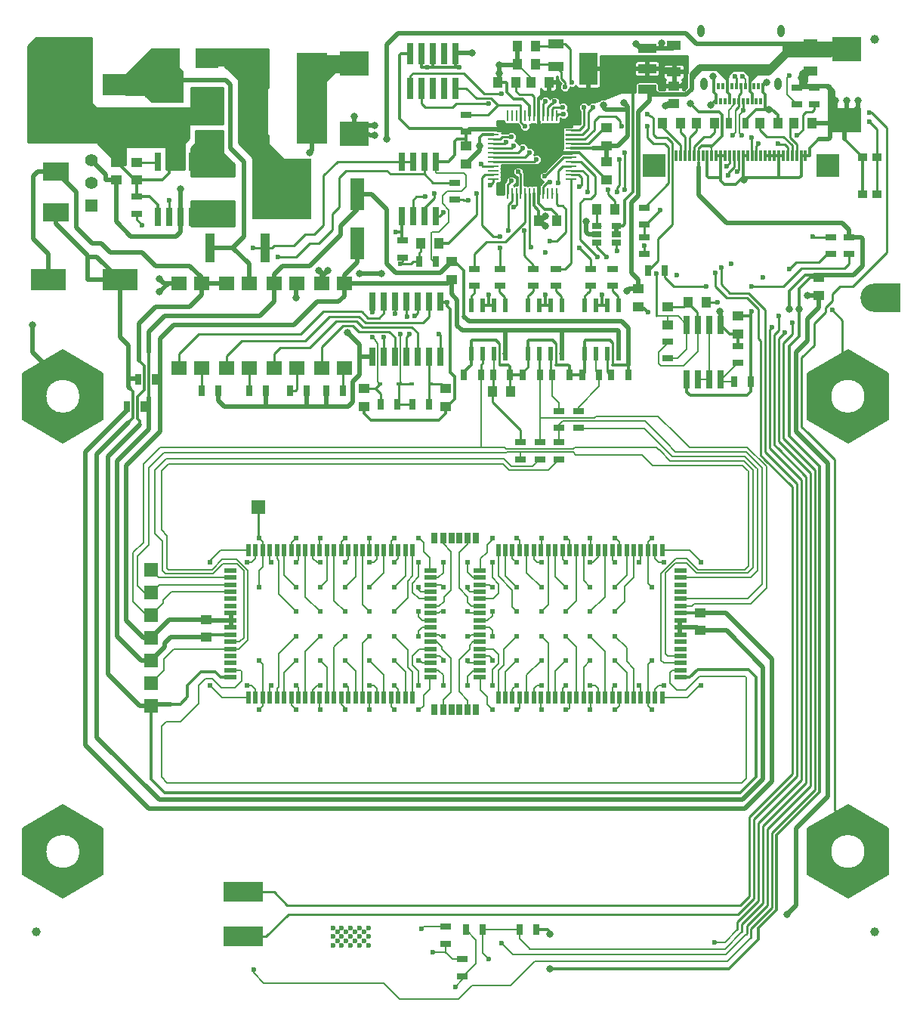
<source format=gbr>
G04 #@! TF.FileFunction,Copper,L2,Bot,Signal*
%FSLAX46Y46*%
G04 Gerber Fmt 4.6, Leading zero omitted, Abs format (unit mm)*
G04 Created by KiCad (PCBNEW 4.0.7-e2-6376~58~ubuntu16.04.1) date Sat Jul 28 16:41:28 2018*
%MOMM*%
%LPD*%
G01*
G04 APERTURE LIST*
%ADD10C,0.100000*%
%ADD11C,2.250000*%
%ADD12C,1.000000*%
%ADD13C,0.150000*%
%ADD14R,1.000000X1.250000*%
%ADD15R,1.800000X1.000000*%
%ADD16R,1.250000X1.000000*%
%ADD17R,1.700000X1.600000*%
%ADD18R,4.000500X2.400300*%
%ADD19R,1.300000X0.700000*%
%ADD20R,0.610000X1.520000*%
%ADD21R,0.700000X1.300000*%
%ADD22R,0.800000X1.300000*%
%ADD23R,2.780000X1.550000*%
%ADD24R,6.730000X6.740000*%
%ADD25R,1.397000X1.397000*%
%ADD26C,1.397000*%
%ADD27R,0.660400X2.032000*%
%ADD28R,1.000000X3.200000*%
%ADD29R,2.500000X1.000000*%
%ADD30R,2.500000X2.300000*%
%ADD31C,1.000000*%
%ADD32R,1.501140X1.501140*%
%ADD33R,1.600200X3.599180*%
%ADD34R,3.500000X10.200000*%
%ADD35R,3.000000X2.000000*%
%ADD36R,1.060000X0.650000*%
%ADD37R,0.600000X0.450000*%
%ADD38C,0.604800*%
%ADD39R,1.300000X0.250000*%
%ADD40R,0.250000X1.300000*%
%ADD41R,2.032000X3.657600*%
%ADD42R,2.032000X1.016000*%
%ADD43R,1.000000X0.900000*%
%ADD44O,0.800000X1.400000*%
%ADD45R,0.300000X0.700000*%
%ADD46R,1.600000X1.000000*%
%ADD47C,3.200000*%
%ADD48R,3.000000X3.200000*%
%ADD49R,0.500000X1.480000*%
%ADD50R,1.480000X0.500000*%
%ADD51C,0.600000*%
%ADD52R,4.500000X2.200000*%
%ADD53R,0.300000X1.250000*%
%ADD54R,2.500000X2.500000*%
%ADD55C,1.524000*%
%ADD56R,1.500000X1.500000*%
%ADD57R,3.200000X2.700000*%
%ADD58R,0.740000X2.400000*%
%ADD59C,0.800000*%
%ADD60C,0.500000*%
%ADD61C,0.250000*%
%ADD62C,0.300000*%
%ADD63C,0.200000*%
%ADD64C,0.254000*%
G04 APERTURE END LIST*
D10*
D11*
X146982767Y-74000000D02*
G75*
G03X146982767Y-74000000I-2982767J0D01*
G01*
D12*
X144000000Y-69400000D02*
X148000000Y-71700000D01*
X148000000Y-71700000D02*
X148000000Y-76300000D01*
X148000000Y-76300000D02*
X144000000Y-78600000D01*
X144000000Y-78600000D02*
X140000000Y-76300000D01*
X140000000Y-76300000D02*
X140000000Y-71700000D01*
X140000000Y-71700000D02*
X144000000Y-69400000D01*
D13*
X148500000Y-76598000D02*
X144000000Y-79196000D01*
X144000000Y-79196000D02*
X139500000Y-76598000D01*
X139500000Y-71402000D02*
X144000000Y-68804000D01*
X144000000Y-68804000D02*
X148500000Y-71402000D01*
X148500000Y-71402000D02*
X148500000Y-76598000D01*
X139500000Y-71402000D02*
X139500000Y-76598000D01*
D11*
X146982767Y-125000000D02*
G75*
G03X146982767Y-125000000I-2982767J0D01*
G01*
D12*
X144000000Y-120400000D02*
X148000000Y-122700000D01*
X148000000Y-122700000D02*
X148000000Y-127300000D01*
X148000000Y-127300000D02*
X144000000Y-129600000D01*
X144000000Y-129600000D02*
X140000000Y-127300000D01*
X140000000Y-127300000D02*
X140000000Y-122700000D01*
X140000000Y-122700000D02*
X144000000Y-120400000D01*
D13*
X148500000Y-127598000D02*
X144000000Y-130196000D01*
X144000000Y-130196000D02*
X139500000Y-127598000D01*
X139500000Y-122402000D02*
X144000000Y-119804000D01*
X144000000Y-119804000D02*
X148500000Y-122402000D01*
X148500000Y-122402000D02*
X148500000Y-127598000D01*
X139500000Y-122402000D02*
X139500000Y-127598000D01*
D11*
X58982767Y-125000000D02*
G75*
G03X58982767Y-125000000I-2982767J0D01*
G01*
D12*
X56000000Y-120400000D02*
X60000000Y-122700000D01*
X60000000Y-122700000D02*
X60000000Y-127300000D01*
X60000000Y-127300000D02*
X56000000Y-129600000D01*
X56000000Y-129600000D02*
X52000000Y-127300000D01*
X52000000Y-127300000D02*
X52000000Y-122700000D01*
X52000000Y-122700000D02*
X56000000Y-120400000D01*
D13*
X60500000Y-127598000D02*
X56000000Y-130196000D01*
X56000000Y-130196000D02*
X51500000Y-127598000D01*
X51500000Y-122402000D02*
X56000000Y-119804000D01*
X56000000Y-119804000D02*
X60500000Y-122402000D01*
X60500000Y-122402000D02*
X60500000Y-127598000D01*
X51500000Y-122402000D02*
X51500000Y-127598000D01*
D11*
X58982767Y-74000000D02*
G75*
G03X58982767Y-74000000I-2982767J0D01*
G01*
D12*
X56000000Y-69400000D02*
X60000000Y-71700000D01*
X60000000Y-71700000D02*
X60000000Y-76300000D01*
X60000000Y-76300000D02*
X56000000Y-78600000D01*
X56000000Y-78600000D02*
X52000000Y-76300000D01*
X52000000Y-76300000D02*
X52000000Y-71700000D01*
X52000000Y-71700000D02*
X56000000Y-69400000D01*
D13*
X60500000Y-76598000D02*
X56000000Y-79196000D01*
X56000000Y-79196000D02*
X51500000Y-76598000D01*
X51500000Y-71402000D02*
X56000000Y-68804000D01*
X56000000Y-68804000D02*
X60500000Y-71402000D01*
X60500000Y-71402000D02*
X60500000Y-76598000D01*
X51500000Y-71402000D02*
X51500000Y-76598000D01*
D14*
X108950000Y-34757000D03*
X106950000Y-34757000D03*
D15*
X111252000Y-34523000D03*
X111252000Y-37023000D03*
D16*
X101219000Y-45949000D03*
X101219000Y-47949000D03*
D17*
X85011000Y-70817000D03*
X87551000Y-70817000D03*
X87551000Y-61317000D03*
X85011000Y-61317000D03*
D18*
X54419500Y-60960000D03*
X62420500Y-60960000D03*
D19*
X102156000Y-61619500D03*
X102156000Y-59719500D03*
D20*
X118285000Y-69244000D03*
X117015000Y-69244000D03*
X115745000Y-69244000D03*
X114475000Y-69244000D03*
X114475000Y-63779000D03*
X115745000Y-63779000D03*
X117015000Y-63779000D03*
X118285000Y-63779000D03*
X111935000Y-63779000D03*
X110665000Y-63779000D03*
X109395000Y-63779000D03*
X108125000Y-63779000D03*
X108125000Y-69244000D03*
X109395000Y-69244000D03*
X110665000Y-69244000D03*
X111935000Y-69244000D03*
D21*
X102852000Y-71591500D03*
X100952000Y-71591500D03*
D19*
X64262000Y-53528000D03*
X64262000Y-51628000D03*
X101219000Y-42443000D03*
X101219000Y-44343000D03*
D21*
X107177800Y-133766200D03*
X109077800Y-133766200D03*
X101183400Y-133766200D03*
X103083400Y-133766200D03*
D19*
X100812600Y-137083400D03*
X100812600Y-138983400D03*
X98882200Y-133425800D03*
X98882200Y-135325800D03*
D21*
X133126000Y-72363040D03*
X131226000Y-72363040D03*
D19*
X131668000Y-70265040D03*
X131668000Y-68365040D03*
X123794000Y-69757040D03*
X123794000Y-67857040D03*
D21*
X116139000Y-71587000D03*
X114239000Y-71587000D03*
X109456000Y-71591500D03*
X107556000Y-71591500D03*
X104206000Y-71587000D03*
X106106000Y-71587000D03*
X110858000Y-71591500D03*
X112758000Y-71591500D03*
X95189000Y-74889000D03*
X97089000Y-74889000D03*
X71567000Y-73365000D03*
X73467000Y-73365000D03*
X76901000Y-73365000D03*
X78801000Y-73365000D03*
X87437000Y-73365000D03*
X85537000Y-73365000D03*
X81473000Y-73365000D03*
X83373000Y-73365000D03*
D19*
X117650000Y-61619500D03*
X117650000Y-59719500D03*
D21*
X117462000Y-71591500D03*
X119362000Y-71591500D03*
D19*
X140208000Y-41295000D03*
X140208000Y-39395000D03*
X144145000Y-56159000D03*
X144145000Y-58059000D03*
D21*
X121605000Y-59903000D03*
X123505000Y-59903000D03*
D19*
X142113000Y-56159000D03*
X142113000Y-58059000D03*
X115175000Y-61625000D03*
X115175000Y-59725000D03*
X108760000Y-61619500D03*
X108760000Y-59719500D03*
X104975000Y-61625000D03*
X104975000Y-59725000D03*
X111300000Y-61619500D03*
X111300000Y-59719500D03*
X99949000Y-51963000D03*
X99949000Y-50063000D03*
D21*
X93533000Y-74889000D03*
X91633000Y-74889000D03*
X95951000Y-58887000D03*
X97851000Y-58887000D03*
D22*
X98625000Y-89875000D03*
D21*
X97675000Y-89875000D03*
X99575000Y-89875000D03*
D23*
X73932000Y-48620000D03*
D24*
X80567000Y-50800000D03*
D23*
X73932000Y-52980000D03*
D17*
X74343000Y-70817000D03*
X76883000Y-70817000D03*
X76883000Y-61317000D03*
X74343000Y-61317000D03*
X69009000Y-70817000D03*
X71549000Y-70817000D03*
X71549000Y-61317000D03*
X69009000Y-61317000D03*
X79677000Y-70817000D03*
X82217000Y-70817000D03*
X82217000Y-61317000D03*
X79677000Y-61317000D03*
D20*
X105585000Y-69244000D03*
X104315000Y-69244000D03*
X103045000Y-69244000D03*
X101775000Y-69244000D03*
X101775000Y-63779000D03*
X103045000Y-63779000D03*
X104315000Y-63779000D03*
X105585000Y-63779000D03*
D16*
X123794000Y-65997040D03*
X123794000Y-63997040D03*
D25*
X59230000Y-52605000D03*
D26*
X59230000Y-50065000D03*
X59230000Y-47525000D03*
D27*
X129763000Y-72134440D03*
X128493000Y-72134440D03*
X127223000Y-72134440D03*
X125953000Y-72134440D03*
X125953000Y-65987640D03*
X127223000Y-65987640D03*
X128493000Y-65987640D03*
X129763000Y-65987640D03*
D28*
X72465000Y-57363000D03*
X78665000Y-57363000D03*
D29*
X72565000Y-44895000D03*
X72565000Y-39995000D03*
D16*
X61976000Y-49768000D03*
X61976000Y-47768000D03*
X64262000Y-47768000D03*
X64262000Y-49768000D03*
X127432000Y-98246000D03*
X127432000Y-100246000D03*
X72060000Y-101008000D03*
X72060000Y-99008000D03*
D30*
X67875000Y-36095000D03*
X72175000Y-36095000D03*
D31*
X147000000Y-34000000D03*
X147000000Y-134000000D03*
X53000000Y-134000000D03*
D16*
X131668000Y-65013040D03*
X131668000Y-67013040D03*
D14*
X126127000Y-63459000D03*
X128127000Y-63459000D03*
D22*
X101375000Y-109125000D03*
D21*
X100425000Y-109125000D03*
X102325000Y-109125000D03*
D22*
X101375000Y-89875000D03*
D21*
X100425000Y-89875000D03*
X102325000Y-89875000D03*
D22*
X98625000Y-109125000D03*
D21*
X99575000Y-109125000D03*
X97675000Y-109125000D03*
D18*
X62420500Y-39116000D03*
X54419500Y-39116000D03*
D14*
X106791000Y-38821000D03*
X104791000Y-38821000D03*
D16*
X140716000Y-62681000D03*
X140716000Y-60681000D03*
D14*
X108950000Y-36789000D03*
X106950000Y-36789000D03*
D16*
X116967000Y-45917000D03*
X116967000Y-43917000D03*
D32*
X65913000Y-103591000D03*
X65913000Y-108671000D03*
X65913000Y-95971000D03*
X65913000Y-93431000D03*
X65913000Y-106131000D03*
X65913000Y-98511000D03*
X65913000Y-101051000D03*
D33*
X89000000Y-51374180D03*
X89000000Y-56875820D03*
D34*
X83945000Y-40599000D03*
X77345000Y-40599000D03*
D14*
X125206000Y-43393000D03*
X123206000Y-43393000D03*
X137938000Y-43393000D03*
X139938000Y-43393000D03*
X127016000Y-43393000D03*
X129016000Y-43393000D03*
X136128000Y-43393000D03*
X134128000Y-43393000D03*
X117840000Y-53045000D03*
X115840000Y-53045000D03*
D35*
X68120000Y-40145000D03*
X68120000Y-44745000D03*
D16*
X120523000Y-63951000D03*
X120523000Y-61951000D03*
D27*
X66675000Y-47726600D03*
X67945000Y-47726600D03*
X69215000Y-47726600D03*
X70485000Y-47726600D03*
X70485000Y-53873400D03*
X69215000Y-53873400D03*
X67945000Y-53873400D03*
X66675000Y-53873400D03*
X93980000Y-47685600D03*
X95250000Y-47685600D03*
X96520000Y-47685600D03*
X97790000Y-47685600D03*
X97790000Y-53832400D03*
X96520000Y-53832400D03*
X95250000Y-53832400D03*
X93980000Y-53832400D03*
D36*
X115867000Y-56789000D03*
X115867000Y-55839000D03*
X115867000Y-54889000D03*
X118067000Y-54889000D03*
X118067000Y-56789000D03*
X118067000Y-55839000D03*
D16*
X89789000Y-73127000D03*
X89789000Y-75127000D03*
X98933000Y-75127000D03*
X98933000Y-73127000D03*
D14*
X96155000Y-56855000D03*
X98155000Y-56855000D03*
D37*
X91533000Y-72603000D03*
X93633000Y-72603000D03*
X97189000Y-72603000D03*
X95089000Y-72603000D03*
D27*
X90690000Y-63426600D03*
X91960000Y-63426600D03*
X93230000Y-63426600D03*
X94500000Y-63426600D03*
X95770000Y-63426600D03*
X97040000Y-63426600D03*
X98310000Y-63426600D03*
X98310000Y-69573400D03*
X97040000Y-69573400D03*
X94500000Y-69573400D03*
X93230000Y-69573400D03*
X91960000Y-69573400D03*
X90690000Y-69573400D03*
X95770000Y-69573400D03*
D14*
X108474000Y-38821000D03*
X110474000Y-38821000D03*
D38*
X82125000Y-92625000D03*
X82125000Y-106375000D03*
X84875000Y-92625000D03*
X84875000Y-95375000D03*
X84875000Y-98125000D03*
X84875000Y-100875000D03*
X84875000Y-103625000D03*
X84875000Y-106375000D03*
X87625000Y-92625000D03*
X87625000Y-95375000D03*
X87625000Y-98125000D03*
X87625000Y-100875000D03*
X87625000Y-103625000D03*
X87625000Y-106375000D03*
X90375000Y-92625000D03*
X90375000Y-95375000D03*
X90375000Y-98125000D03*
X90375000Y-100875000D03*
X90375000Y-103625000D03*
X90375000Y-106375000D03*
X93125000Y-92625000D03*
X93125000Y-95375000D03*
X93125000Y-98125000D03*
X93125000Y-100875000D03*
X93125000Y-103625000D03*
X93125000Y-106375000D03*
X95875000Y-92625000D03*
X95875000Y-95375000D03*
X95875000Y-98125000D03*
X95875000Y-100875000D03*
X95875000Y-103625000D03*
X95875000Y-106375000D03*
X98625000Y-92625000D03*
X98625000Y-95375000D03*
X98625000Y-98125000D03*
X98625000Y-100875000D03*
X98625000Y-103625000D03*
X98625000Y-106375000D03*
X101375000Y-92625000D03*
X101375000Y-95375000D03*
X101375000Y-98125000D03*
X101375000Y-100875000D03*
X101375000Y-103625000D03*
X101375000Y-106375000D03*
X104125000Y-92625000D03*
X104125000Y-95375000D03*
X104125000Y-98125000D03*
X104125000Y-100875000D03*
X104125000Y-103625000D03*
X104125000Y-106375000D03*
X106875000Y-92625000D03*
X106875000Y-95375000D03*
X106875000Y-98125000D03*
X106875000Y-100875000D03*
X106875000Y-103625000D03*
X106875000Y-106375000D03*
X109625000Y-92625000D03*
X109625000Y-95375000D03*
X109625000Y-98125000D03*
X109625000Y-100875000D03*
X109625000Y-103625000D03*
X109625000Y-106375000D03*
X112375000Y-92625000D03*
X112375000Y-95375000D03*
X112375000Y-98125000D03*
X112375000Y-100875000D03*
X112375000Y-103625000D03*
X112375000Y-106375000D03*
X115125000Y-92625000D03*
X115125000Y-95375000D03*
X115125000Y-98125000D03*
X115125000Y-100875000D03*
X115125000Y-103625000D03*
X115125000Y-106375000D03*
X117875000Y-92625000D03*
X117875000Y-106375000D03*
X84875000Y-89875000D03*
X84875000Y-109125000D03*
X87625000Y-89875000D03*
X87625000Y-109125000D03*
X90375000Y-89875000D03*
X90375000Y-109125000D03*
X93125000Y-89875000D03*
X93125000Y-109125000D03*
X95875000Y-89875000D03*
X95875000Y-109125000D03*
X98625000Y-89875000D03*
X98625000Y-109125000D03*
X101375000Y-89875000D03*
X101375000Y-109125000D03*
X104125000Y-89875000D03*
X104125000Y-109125000D03*
X106875000Y-89875000D03*
X106875000Y-109125000D03*
X109625000Y-89875000D03*
X109625000Y-109125000D03*
X112375000Y-89875000D03*
X112375000Y-109125000D03*
X115125000Y-89875000D03*
X115125000Y-109125000D03*
X82125000Y-95375000D03*
X82125000Y-98125000D03*
X82125000Y-100875000D03*
X82125000Y-103625000D03*
X117875000Y-95375000D03*
X117875000Y-98125000D03*
X117875000Y-100875000D03*
X117875000Y-103625000D03*
X82125000Y-89875000D03*
X82125000Y-109125000D03*
X117875000Y-89875000D03*
D39*
X112935000Y-44199000D03*
X112935000Y-44699000D03*
X112935000Y-45199000D03*
X112935000Y-45699000D03*
X112935000Y-46199000D03*
X112935000Y-46699000D03*
X112935000Y-47199000D03*
X112935000Y-47699000D03*
X112935000Y-48199000D03*
X112935000Y-48699000D03*
X112935000Y-49199000D03*
X112935000Y-49699000D03*
D40*
X111335000Y-51299000D03*
X110835000Y-51299000D03*
X110335000Y-51299000D03*
X109835000Y-51299000D03*
X109335000Y-51299000D03*
X108835000Y-51299000D03*
X108335000Y-51299000D03*
X107835000Y-51299000D03*
X107335000Y-51299000D03*
X106835000Y-51299000D03*
X106335000Y-51299000D03*
X105835000Y-51299000D03*
D39*
X104235000Y-49699000D03*
X104235000Y-49199000D03*
X104235000Y-48699000D03*
X104235000Y-48199000D03*
X104235000Y-47699000D03*
X104235000Y-47199000D03*
X104235000Y-46699000D03*
X104235000Y-46199000D03*
X104235000Y-45699000D03*
X104235000Y-45199000D03*
X104235000Y-44699000D03*
X104235000Y-44199000D03*
D40*
X105835000Y-42599000D03*
X106335000Y-42599000D03*
X106835000Y-42599000D03*
X107335000Y-42599000D03*
X107835000Y-42599000D03*
X108335000Y-42599000D03*
X108835000Y-42599000D03*
X109335000Y-42599000D03*
X109835000Y-42599000D03*
X110335000Y-42599000D03*
X110835000Y-42599000D03*
X111335000Y-42599000D03*
D14*
X111363000Y-54315000D03*
X109363000Y-54315000D03*
D16*
X116967000Y-47727000D03*
X116967000Y-49727000D03*
D41*
X114898000Y-37297000D03*
D42*
X121502000Y-37297000D03*
X121502000Y-39583000D03*
X121502000Y-35011000D03*
D43*
X147231000Y-51348500D03*
X145631000Y-51348500D03*
X147231000Y-47248500D03*
X145631000Y-47248500D03*
D44*
X127870000Y-39010000D03*
D45*
X129250000Y-40920000D03*
X129750000Y-40920000D03*
X130250000Y-40920000D03*
X130750000Y-40920000D03*
X131250000Y-40920000D03*
X131750000Y-40920000D03*
X132250000Y-40920000D03*
X134750000Y-40920000D03*
X133750000Y-40920000D03*
X133250000Y-40920000D03*
X132750000Y-40920000D03*
X134250000Y-40920000D03*
X134500000Y-39220000D03*
D44*
X136130000Y-39010000D03*
X136490000Y-33060000D03*
X127510000Y-33060000D03*
D45*
X134000000Y-39220000D03*
X133500000Y-39220000D03*
X133000000Y-39220000D03*
X132500000Y-39220000D03*
X132000000Y-39220000D03*
X131500000Y-39220000D03*
X131000000Y-39220000D03*
X130500000Y-39220000D03*
X130000000Y-39220000D03*
X129500000Y-39220000D03*
X129000000Y-39220000D03*
D46*
X139827000Y-34527000D03*
X139827000Y-37527000D03*
X124495000Y-37645000D03*
X124495000Y-34645000D03*
D16*
X124500000Y-41218000D03*
X124500000Y-39218000D03*
D47*
X146963000Y-63000000D03*
D48*
X148463000Y-63000000D03*
D49*
X104800000Y-91260000D03*
X105600000Y-91260000D03*
X106400000Y-91260000D03*
X107200000Y-91260000D03*
X108000000Y-91260000D03*
X108800000Y-91260000D03*
X109600000Y-91260000D03*
X110400000Y-91260000D03*
X111200000Y-91260000D03*
X112000000Y-91260000D03*
X112800000Y-91260000D03*
X113600000Y-91260000D03*
X114400000Y-91260000D03*
X115200000Y-91260000D03*
X116000000Y-91260000D03*
X116800000Y-91260000D03*
X117600000Y-91260000D03*
X118400000Y-91260000D03*
X119200000Y-91260000D03*
X120000000Y-91260000D03*
X120800000Y-91260000D03*
X121600000Y-91260000D03*
X122400000Y-91260000D03*
X123200000Y-91260000D03*
D50*
X125240000Y-93500000D03*
X125240000Y-94300000D03*
X125240000Y-95100000D03*
X125240000Y-95900000D03*
X125240000Y-96700000D03*
X125240000Y-97500000D03*
X125240000Y-98300000D03*
X125240000Y-99100000D03*
X125240000Y-99900000D03*
X125240000Y-100700000D03*
X125240000Y-101500000D03*
X125240000Y-102300000D03*
X125240000Y-103100000D03*
X125240000Y-103900000D03*
X125240000Y-104700000D03*
X125240000Y-105500000D03*
D49*
X123200000Y-107740000D03*
X122400000Y-107740000D03*
X121600000Y-107740000D03*
X120800000Y-107740000D03*
X120000000Y-107740000D03*
X119200000Y-107740000D03*
X118400000Y-107740000D03*
X117600000Y-107740000D03*
X116800000Y-107740000D03*
X116000000Y-107740000D03*
X115200000Y-107740000D03*
X114400000Y-107740000D03*
X113600000Y-107740000D03*
X112800000Y-107740000D03*
X112000000Y-107740000D03*
X111200000Y-107740000D03*
X110400000Y-107740000D03*
X109600000Y-107740000D03*
X108800000Y-107740000D03*
X108000000Y-107740000D03*
X107200000Y-107740000D03*
X106400000Y-107740000D03*
X105600000Y-107740000D03*
X104800000Y-107740000D03*
D50*
X102760000Y-105500000D03*
X102760000Y-104700000D03*
X102760000Y-103900000D03*
X102760000Y-103100000D03*
X102760000Y-102300000D03*
X102760000Y-101500000D03*
X102760000Y-100700000D03*
X102760000Y-99900000D03*
X102760000Y-99100000D03*
X102760000Y-98300000D03*
X102760000Y-97500000D03*
X102760000Y-96700000D03*
X102760000Y-95900000D03*
X102760000Y-95100000D03*
X102760000Y-94300000D03*
X102760000Y-93500000D03*
D49*
X95200000Y-107740000D03*
X94400000Y-107740000D03*
X93600000Y-107740000D03*
X92800000Y-107740000D03*
X92000000Y-107740000D03*
X91200000Y-107740000D03*
X90400000Y-107740000D03*
X89600000Y-107740000D03*
X88800000Y-107740000D03*
X88000000Y-107740000D03*
X87200000Y-107740000D03*
X86400000Y-107740000D03*
X85600000Y-107740000D03*
X84800000Y-107740000D03*
X84000000Y-107740000D03*
X83200000Y-107740000D03*
X82400000Y-107740000D03*
X81600000Y-107740000D03*
X80800000Y-107740000D03*
X80000000Y-107740000D03*
X79200000Y-107740000D03*
X78400000Y-107740000D03*
X77600000Y-107740000D03*
X76800000Y-107740000D03*
D50*
X74760000Y-105500000D03*
X74760000Y-104700000D03*
X74760000Y-103900000D03*
X74760000Y-103100000D03*
X74760000Y-102300000D03*
X74760000Y-101500000D03*
X74760000Y-100700000D03*
X74760000Y-99900000D03*
X74760000Y-99100000D03*
X74760000Y-98300000D03*
X74760000Y-97500000D03*
X74760000Y-96700000D03*
X74760000Y-95900000D03*
X74760000Y-95100000D03*
X74760000Y-94300000D03*
X74760000Y-93500000D03*
D49*
X76800000Y-91260000D03*
X77600000Y-91260000D03*
X78400000Y-91260000D03*
X79200000Y-91260000D03*
X80000000Y-91260000D03*
X80800000Y-91260000D03*
X81600000Y-91260000D03*
X82400000Y-91260000D03*
X83200000Y-91260000D03*
X84000000Y-91260000D03*
X84800000Y-91260000D03*
X85600000Y-91260000D03*
X86400000Y-91260000D03*
X87200000Y-91260000D03*
X88000000Y-91260000D03*
X88800000Y-91260000D03*
X89600000Y-91260000D03*
X90400000Y-91260000D03*
X91200000Y-91260000D03*
X92000000Y-91260000D03*
X92800000Y-91260000D03*
X93600000Y-91260000D03*
X94400000Y-91260000D03*
X95200000Y-91260000D03*
D50*
X97240000Y-93500000D03*
X97240000Y-94300000D03*
X97240000Y-95100000D03*
X97240000Y-95900000D03*
X97240000Y-96700000D03*
X97240000Y-97500000D03*
X97240000Y-98300000D03*
X97240000Y-99100000D03*
X97240000Y-99900000D03*
X97240000Y-100700000D03*
X97240000Y-101500000D03*
X97240000Y-102300000D03*
X97240000Y-103100000D03*
X97240000Y-103900000D03*
X97240000Y-104700000D03*
X97240000Y-105500000D03*
D38*
X76625000Y-92625000D03*
D51*
X90265000Y-135539000D03*
X89265000Y-135539000D03*
X88265000Y-135539000D03*
X87265000Y-135539000D03*
X86265000Y-135539000D03*
X90265000Y-134539000D03*
X89765000Y-135039000D03*
X89265000Y-134539000D03*
X88765000Y-135039000D03*
X88265000Y-134539000D03*
X87765000Y-135039000D03*
X87265000Y-134539000D03*
X86765000Y-135039000D03*
X86265000Y-134539000D03*
X90265000Y-133539000D03*
X89765000Y-134039000D03*
X89265000Y-133539000D03*
X88765000Y-134039000D03*
X88265000Y-133539000D03*
X87765000Y-134039000D03*
X87265000Y-133539000D03*
X86765000Y-134039000D03*
X86265000Y-133539000D03*
D52*
X76265000Y-129539000D03*
X76265000Y-134539000D03*
D53*
X139250000Y-47025000D03*
X137250000Y-47025000D03*
X137750000Y-47025000D03*
X138750000Y-47025000D03*
X138250000Y-47025000D03*
X136250000Y-47025000D03*
X136750000Y-47025000D03*
X135750000Y-47025000D03*
X135250000Y-47025000D03*
X132250000Y-47025000D03*
X132750000Y-47025000D03*
X133750000Y-47025000D03*
X133250000Y-47025000D03*
X134750000Y-47025000D03*
X134250000Y-47025000D03*
X126750000Y-47025000D03*
X127250000Y-47025000D03*
X125750000Y-47025000D03*
X126250000Y-47025000D03*
X125250000Y-47025000D03*
X124750000Y-47025000D03*
X127750000Y-47025000D03*
X128250000Y-47025000D03*
X129250000Y-47025000D03*
X128750000Y-47025000D03*
X130750000Y-47025000D03*
X131250000Y-47025000D03*
X130250000Y-47025000D03*
X129750000Y-47025000D03*
D54*
X122250000Y-48125000D03*
X141750000Y-48125000D03*
D53*
X131750000Y-47025000D03*
D19*
X121158000Y-54757000D03*
X121158000Y-52857000D03*
X121158000Y-56159000D03*
X121158000Y-58059000D03*
D55*
X144000000Y-70900000D03*
X144000000Y-121900000D03*
X56000000Y-121900000D03*
X56000000Y-70900000D03*
D56*
X77875000Y-86375000D03*
D35*
X55225000Y-48825000D03*
X55225000Y-53425000D03*
D16*
X99568000Y-58903000D03*
X99568000Y-60903000D03*
D19*
X109474000Y-79146000D03*
X109474000Y-81046000D03*
X111633000Y-79146000D03*
X111633000Y-81046000D03*
X113792000Y-75653500D03*
X113792000Y-77553500D03*
X111633000Y-75653500D03*
X111633000Y-77553500D03*
X107315000Y-79146000D03*
X107315000Y-81046000D03*
D21*
X63185000Y-75143000D03*
X65085000Y-75143000D03*
X66355000Y-72095000D03*
X64455000Y-72095000D03*
D38*
X117875000Y-109125000D03*
D57*
X143900000Y-35125000D03*
X143900000Y-43025000D03*
X88646000Y-36690000D03*
X88646000Y-44590000D03*
D58*
X100040000Y-39475600D03*
X100040000Y-35575600D03*
X98770000Y-39475600D03*
X98770000Y-35575600D03*
X97500000Y-39475600D03*
X97500000Y-35575600D03*
X96230000Y-39475600D03*
X96230000Y-35575600D03*
X94960000Y-39475600D03*
X94960000Y-35575600D03*
D19*
X94107000Y-56540000D03*
X94107000Y-58440000D03*
D14*
X106156000Y-73492000D03*
X104156000Y-73492000D03*
D19*
X138303000Y-41295000D03*
X138303000Y-39395000D03*
D21*
X130622000Y-43393000D03*
X132522000Y-43393000D03*
D38*
X79375000Y-92625000D03*
X78000000Y-89875000D03*
X78000000Y-95375000D03*
X72500000Y-92625000D03*
X78000000Y-109125000D03*
X122000000Y-103625000D03*
X72500000Y-106375000D03*
X76625000Y-106375000D03*
X78000000Y-103625000D03*
X79375000Y-106375000D03*
X120625000Y-92625000D03*
X122000000Y-89875000D03*
X123375000Y-92625000D03*
X127500000Y-92625000D03*
X127500000Y-106375000D03*
X123375000Y-106375000D03*
X122000000Y-109125000D03*
X120625000Y-106375000D03*
X122000000Y-95375000D03*
D51*
X110109000Y-57900000D03*
D59*
X83693000Y-46695000D03*
X69215000Y-50759000D03*
X102743000Y-45933000D03*
D51*
X100457000Y-37170000D03*
D59*
X135128000Y-41869000D03*
D51*
X93345000Y-55585000D03*
D59*
X123095000Y-34465000D03*
D51*
X96901000Y-37170000D03*
D59*
X101854000Y-35519000D03*
X145161000Y-40853000D03*
X143891000Y-40853000D03*
X142621000Y-40853000D03*
X66865500Y-62252500D03*
X66865500Y-60855500D03*
X85725000Y-59903000D03*
X84709000Y-59903000D03*
X137160000Y-132039000D03*
D51*
X121158000Y-57109000D03*
D59*
X52578000Y-65999000D03*
X116586000Y-41361000D03*
X139446000Y-62697000D03*
X114681000Y-54442000D03*
X88646000Y-42631000D03*
X90932000Y-44790000D03*
X90932000Y-43647000D03*
X65659000Y-44663000D03*
X55245000Y-41615000D03*
X55372000Y-36281000D03*
X57023000Y-39456000D03*
X57023000Y-38694000D03*
X132334000Y-49743000D03*
X129667000Y-64475000D03*
X138811000Y-38313000D03*
X104902000Y-36916000D03*
X104902000Y-37805000D03*
X110109000Y-54950000D03*
X110109000Y-53807000D03*
X118872000Y-41107000D03*
X123571000Y-41488000D03*
X120269000Y-34503000D03*
X134874000Y-38821000D03*
X128905000Y-38186000D03*
X128651000Y-41361000D03*
D51*
X130937000Y-59141000D03*
X121575000Y-64575000D03*
X124841000Y-60411000D03*
X134493000Y-60665000D03*
X65659000Y-42885000D03*
X56769000Y-41615000D03*
X56769000Y-36281000D03*
X103759000Y-62633500D03*
X110109000Y-62633500D03*
X116459000Y-62633500D03*
X99075000Y-63475000D03*
X128143000Y-61681000D03*
X110617000Y-56601000D03*
X105029000Y-57363000D03*
X130429000Y-48219000D03*
X107061000Y-48854000D03*
X130556000Y-49235000D03*
X106299000Y-49870000D03*
X133223000Y-61681000D03*
X133223000Y-45044000D03*
X106553000Y-45933000D03*
X133985000Y-45679000D03*
X107569000Y-46187000D03*
X113919000Y-50505000D03*
X137795000Y-65745000D03*
X77391000Y-138195000D03*
X109093000Y-47457000D03*
X118364000Y-47457000D03*
X118110000Y-51140000D03*
X135509000Y-66253000D03*
X129080000Y-135147000D03*
X110617000Y-49997000D03*
X131572000Y-48854000D03*
X118618000Y-43774000D03*
X121539000Y-43774000D03*
X121539000Y-42377000D03*
X112141000Y-42377000D03*
X96240600Y-133664600D03*
X99999800Y-140167000D03*
X103759000Y-137017400D03*
X136271000Y-64983000D03*
X114808000Y-51140000D03*
X97459800Y-136306200D03*
X105181400Y-135290200D03*
X136896000Y-66878000D03*
X118999000Y-46695000D03*
X118999000Y-50886000D03*
X108331000Y-46695000D03*
X113875000Y-57375000D03*
X108468000Y-57275000D03*
X122555000Y-60284000D03*
X115951000Y-58379000D03*
X142240000Y-64348000D03*
X129413000Y-63459000D03*
X107696000Y-55458000D03*
X105918000Y-55458000D03*
D59*
X138557000Y-64221000D03*
X110566200Y-138135000D03*
X110566200Y-134274200D03*
X137414000Y-64221000D03*
D51*
X133223000Y-64475000D03*
D59*
X126365000Y-41234000D03*
X125603000Y-39202000D03*
D51*
X114427000Y-41615000D03*
X112268000Y-39329000D03*
X113030000Y-38821000D03*
X115443000Y-41615000D03*
X102362000Y-51267000D03*
X109982000Y-49362000D03*
X138303000Y-44790000D03*
X136144000Y-45679000D03*
X107823000Y-43774000D03*
X146431000Y-43266000D03*
X111125000Y-40980000D03*
X105156000Y-40091000D03*
X110109000Y-40970000D03*
X103759000Y-41234000D03*
X131064000Y-44790000D03*
X106299000Y-44917000D03*
X105029000Y-56093000D03*
X140081000Y-56093000D03*
X80137000Y-58379000D03*
X64897000Y-54823000D03*
X77343000Y-57363000D03*
X67945000Y-52029000D03*
X137414000Y-59776000D03*
X101473000Y-52029000D03*
X111506000Y-50124000D03*
X129159000Y-60157000D03*
X116967000Y-58379000D03*
X118110000Y-57744000D03*
X129790291Y-59566849D03*
X132080000Y-44790000D03*
X105664000Y-45552000D03*
X132250000Y-41953000D03*
X131318000Y-38186000D03*
X90678000Y-64602000D03*
X90678000Y-67396000D03*
X93218000Y-64729000D03*
X93853000Y-59141000D03*
X94567126Y-65069990D03*
X93853000Y-67015000D03*
X102870000Y-47965000D03*
X97663000Y-51267000D03*
X96647000Y-51648000D03*
X103886000Y-50378000D03*
X98679000Y-53426000D03*
X106553000Y-52791000D03*
D59*
X89281000Y-60284000D03*
X91757500Y-60284000D03*
X119253000Y-62189000D03*
X87947500Y-66888000D03*
X92329000Y-45171000D03*
X82169000Y-62951000D03*
D51*
X122936000Y-53172000D03*
X117094000Y-50886000D03*
X146431000Y-42250000D03*
X112014000Y-41615000D03*
X91948000Y-67396000D03*
X94869000Y-67015000D03*
X98171000Y-67015000D03*
X95412277Y-64979211D03*
X137414000Y-38059000D03*
X132207000Y-38186000D03*
D60*
X83945000Y-46443000D02*
X83945000Y-40599000D01*
X83693000Y-46695000D02*
X83945000Y-46443000D01*
X69215000Y-53873400D02*
X69215000Y-50759000D01*
X68707000Y-56093000D02*
X69215000Y-55585000D01*
X69215000Y-55585000D02*
X69215000Y-53873400D01*
X63627000Y-56093000D02*
X68707000Y-56093000D01*
X61976000Y-54442000D02*
X63627000Y-56093000D01*
X61976000Y-49768000D02*
X61976000Y-54442000D01*
X60833000Y-49128000D02*
X60833000Y-49750000D01*
X60833000Y-49750000D02*
X60851000Y-49768000D01*
X60851000Y-49768000D02*
X61976000Y-49768000D01*
X59230000Y-47525000D02*
X60833000Y-49128000D01*
X88646000Y-36690000D02*
X87335000Y-36690000D01*
X87335000Y-36690000D02*
X83485000Y-40540000D01*
D61*
X76885000Y-40540000D02*
X76885000Y-43951000D01*
X76885000Y-43951000D02*
X80567000Y-47633000D01*
X80567000Y-47633000D02*
X80567000Y-50800000D01*
X72175000Y-36095000D02*
X74109000Y-36095000D01*
X74109000Y-36095000D02*
X76885000Y-38871000D01*
X76885000Y-38871000D02*
X76885000Y-40540000D01*
D62*
X103342000Y-44699000D02*
X103088000Y-44699000D01*
X104235000Y-44699000D02*
X103342000Y-44699000D01*
X102743000Y-45044000D02*
X102743000Y-45933000D01*
X103088000Y-44699000D02*
X102743000Y-45044000D01*
X100457000Y-37170000D02*
X100203000Y-37170000D01*
X100040000Y-37007000D02*
X100040000Y-35575600D01*
X100203000Y-37170000D02*
X100040000Y-37007000D01*
X141986000Y-41742000D02*
X142113000Y-41742000D01*
D60*
X141986000Y-42771000D02*
X141986000Y-41742000D01*
D62*
X142240000Y-41869000D02*
X142240000Y-44282000D01*
X142113000Y-41742000D02*
X142240000Y-41869000D01*
X138303000Y-39395000D02*
X140208000Y-39395000D01*
X132522000Y-43393000D02*
X132522000Y-43078000D01*
X132522000Y-43078000D02*
X133731000Y-41869000D01*
X133731000Y-41869000D02*
X135128000Y-41869000D01*
X135128000Y-41869000D02*
X135509000Y-41869000D01*
X134750000Y-41618000D02*
X135128000Y-41869000D01*
X134750000Y-40920000D02*
X134750000Y-41618000D01*
X136128000Y-42488000D02*
X136128000Y-43393000D01*
X135509000Y-41869000D02*
X136128000Y-42488000D01*
D60*
X139938000Y-43393000D02*
X141986000Y-43393000D01*
X141986000Y-43393000D02*
X141986000Y-43279000D01*
D62*
X93980000Y-55585000D02*
X93345000Y-55585000D01*
X93980000Y-53832400D02*
X93980000Y-55585000D01*
X93980000Y-55585000D02*
X93980000Y-56413000D01*
X93980000Y-56413000D02*
X94107000Y-56540000D01*
D60*
X123095000Y-34465000D02*
X123095000Y-34785000D01*
X123095000Y-34785000D02*
X122869000Y-35011000D01*
D62*
X97500000Y-35575600D02*
X97500000Y-37170000D01*
X97536000Y-37043000D02*
X97536000Y-37170000D01*
X97536000Y-37134000D02*
X97536000Y-37043000D01*
X97500000Y-37170000D02*
X97536000Y-37134000D01*
X96901000Y-37170000D02*
X96266000Y-37170000D01*
X100421000Y-37134000D02*
X100457000Y-37170000D01*
X96901000Y-37170000D02*
X97536000Y-37170000D01*
X97536000Y-37170000D02*
X100457000Y-37170000D01*
X96230000Y-37134000D02*
X96230000Y-35575600D01*
X96266000Y-37170000D02*
X96230000Y-37134000D01*
D60*
X100096600Y-35519000D02*
X101854000Y-35519000D01*
X101854000Y-35519000D02*
X101797400Y-35575600D01*
X100096600Y-35519000D02*
X100040000Y-35575600D01*
X143595250Y-45212750D02*
X143595250Y-43229750D01*
X143595250Y-43229750D02*
X143800000Y-43025000D01*
X141986000Y-44155000D02*
X141986000Y-42771000D01*
X143800000Y-43025000D02*
X142240000Y-43025000D01*
X142240000Y-43025000D02*
X141986000Y-43279000D01*
X141986000Y-43279000D02*
X141986000Y-44155000D01*
X141986000Y-44155000D02*
X141986000Y-45044000D01*
X145161000Y-40853000D02*
X145161000Y-41664000D01*
X145161000Y-41664000D02*
X143800000Y-43025000D01*
X143891000Y-40853000D02*
X143891000Y-42934000D01*
X143891000Y-42934000D02*
X143800000Y-43025000D01*
X142621000Y-40853000D02*
X142621000Y-41846000D01*
X142621000Y-41846000D02*
X143800000Y-43025000D01*
X139827000Y-37527000D02*
X139827000Y-37551000D01*
X139827000Y-37551000D02*
X139319000Y-38059000D01*
X139319000Y-38059000D02*
X139319000Y-38760000D01*
X139827000Y-37527000D02*
X139089000Y-37527000D01*
X139089000Y-37527000D02*
X138811000Y-37805000D01*
X138811000Y-37805000D02*
X138811000Y-38313000D01*
D62*
X143553500Y-45171000D02*
X143595250Y-45212750D01*
X143595250Y-45212750D02*
X145631000Y-47248500D01*
X145631000Y-47248500D02*
X145631000Y-51348500D01*
D60*
X69009000Y-61317000D02*
X67801000Y-61317000D01*
X67801000Y-61317000D02*
X66865500Y-62252500D01*
X69009000Y-61317000D02*
X67327000Y-61317000D01*
X67327000Y-61317000D02*
X66865500Y-60855500D01*
X85011000Y-61317000D02*
X85011000Y-60617000D01*
X85011000Y-60617000D02*
X85725000Y-59903000D01*
X85011000Y-61317000D02*
X85011000Y-60205000D01*
X85011000Y-60205000D02*
X84709000Y-59903000D01*
D62*
X129750000Y-47025000D02*
X129750000Y-49406000D01*
D60*
X141986000Y-42771000D02*
X141986000Y-41615000D01*
X138557000Y-78318000D02*
X141732000Y-81493000D01*
X140716000Y-64094000D02*
X139446000Y-65364000D01*
X139446000Y-65364000D02*
X139446000Y-67777000D01*
X140716000Y-64094000D02*
X140716000Y-62681000D01*
X138176000Y-76032000D02*
X138176000Y-69047000D01*
X138176000Y-69047000D02*
X139446000Y-67777000D01*
X138557000Y-78318000D02*
X138176000Y-77937000D01*
X138176000Y-77937000D02*
X138176000Y-76032000D01*
X138176000Y-131023000D02*
X137160000Y-132039000D01*
X138176000Y-122387000D02*
X138176000Y-131023000D01*
X141732000Y-118831000D02*
X138176000Y-122387000D01*
X141732000Y-81493000D02*
X141732000Y-118831000D01*
D61*
X121158000Y-58059000D02*
X121158000Y-57109000D01*
D60*
X56000000Y-70900000D02*
X54431000Y-70900000D01*
X52578000Y-69047000D02*
X52578000Y-65999000D01*
X54431000Y-70900000D02*
X52578000Y-69047000D01*
X116586000Y-41361000D02*
X116586000Y-41615000D01*
X116840000Y-41869000D02*
X119335598Y-41869000D01*
X116586000Y-41615000D02*
X116840000Y-41869000D01*
X140716000Y-62681000D02*
X139462000Y-62681000D01*
X139462000Y-62681000D02*
X139446000Y-62697000D01*
X115867000Y-55839000D02*
X114935000Y-55839000D01*
X114681000Y-55585000D02*
X114681000Y-54442000D01*
X114935000Y-55839000D02*
X114681000Y-55585000D01*
X88646000Y-44590000D02*
X88646000Y-42631000D01*
X88646000Y-44590000D02*
X89081000Y-44590000D01*
X88646000Y-44590000D02*
X90224000Y-44590000D01*
X90224000Y-44590000D02*
X90424000Y-44790000D01*
X90424000Y-44790000D02*
X90932000Y-44790000D01*
X88646000Y-44590000D02*
X89227000Y-44590000D01*
X89227000Y-44590000D02*
X90170000Y-43647000D01*
X90170000Y-43647000D02*
X90932000Y-43647000D01*
X68120000Y-44745000D02*
X65741000Y-44745000D01*
X65741000Y-44745000D02*
X65659000Y-44663000D01*
X54419500Y-39116000D02*
X54419500Y-40789500D01*
X54419500Y-40789500D02*
X55245000Y-41615000D01*
X54419500Y-39116000D02*
X54419500Y-37233500D01*
X54419500Y-37233500D02*
X55372000Y-36281000D01*
X54419500Y-39116000D02*
X56048000Y-39116000D01*
X56048000Y-39116000D02*
X56388000Y-39456000D01*
X56388000Y-39456000D02*
X57023000Y-39456000D01*
X54419500Y-39116000D02*
X55966000Y-39116000D01*
X55966000Y-39116000D02*
X56388000Y-38694000D01*
X56388000Y-38694000D02*
X57023000Y-38694000D01*
D62*
X132207000Y-49489000D02*
X132207000Y-49616000D01*
X131445000Y-50251000D02*
X132207000Y-49489000D01*
X130175000Y-50251000D02*
X131445000Y-50251000D01*
X129750000Y-49826000D02*
X130175000Y-50251000D01*
X129750000Y-49406000D02*
X129750000Y-49826000D01*
X132207000Y-49616000D02*
X132334000Y-49743000D01*
D60*
X146644000Y-62681000D02*
X146963000Y-63000000D01*
X129763000Y-64571000D02*
X129667000Y-64475000D01*
X129763000Y-65987640D02*
X129763000Y-64571000D01*
X104902000Y-38710000D02*
X104902000Y-37805000D01*
X104902000Y-36916000D02*
X104902000Y-37678000D01*
X104902000Y-36916000D02*
X106823000Y-36916000D01*
X104902000Y-37678000D02*
X104902000Y-37805000D01*
X104902000Y-38710000D02*
X104791000Y-38821000D01*
X106950000Y-34757000D02*
X106950000Y-36789000D01*
X106950000Y-36789000D02*
X106823000Y-36916000D01*
X109363000Y-54315000D02*
X109474000Y-54315000D01*
X109474000Y-54315000D02*
X110109000Y-54950000D01*
X109363000Y-54315000D02*
X109601000Y-54315000D01*
X109601000Y-54315000D02*
X110109000Y-53807000D01*
X102743000Y-45933000D02*
X102743000Y-46425000D01*
X102743000Y-46425000D02*
X101219000Y-47949000D01*
X116967000Y-45917000D02*
X118253000Y-45917000D01*
X119335598Y-41570598D02*
X118872000Y-41107000D01*
X119335598Y-44834402D02*
X119335598Y-41869000D01*
X119335598Y-41869000D02*
X119335598Y-41570598D01*
X118253000Y-45917000D02*
X119335598Y-44834402D01*
X116967000Y-45917000D02*
X116967000Y-47727000D01*
X116685000Y-46199000D02*
X115443000Y-46199000D01*
D62*
X113885000Y-46199000D02*
X112935000Y-46199000D01*
X115443000Y-46199000D02*
X113885000Y-46199000D01*
D60*
X116685000Y-46199000D02*
X116967000Y-45917000D01*
X124714000Y-41218000D02*
X123841000Y-41218000D01*
X123841000Y-41218000D02*
X123571000Y-41488000D01*
X121793000Y-35011000D02*
X120777000Y-35011000D01*
X120777000Y-35011000D02*
X120269000Y-34503000D01*
X121793000Y-35011000D02*
X122869000Y-35011000D01*
X122869000Y-35011000D02*
X123444000Y-35011000D01*
X123444000Y-35011000D02*
X124357000Y-35011000D01*
X124357000Y-35011000D02*
X124714000Y-34654000D01*
D62*
X134500000Y-39220000D02*
X134500000Y-39195000D01*
X134500000Y-39195000D02*
X134874000Y-38821000D01*
X129000000Y-39220000D02*
X129000000Y-38281000D01*
X129000000Y-38281000D02*
X128905000Y-38186000D01*
X129250000Y-40920000D02*
X129092000Y-40920000D01*
X129092000Y-40920000D02*
X128651000Y-41361000D01*
X101219000Y-47949000D02*
X101489000Y-47949000D01*
X102834000Y-45842000D02*
X102743000Y-45933000D01*
X134750000Y-41872000D02*
X134750000Y-40920000D01*
X134858000Y-41980000D02*
X134750000Y-41872000D01*
X134750000Y-40920000D02*
X134750000Y-40221000D01*
X134500000Y-39971000D02*
X134500000Y-39220000D01*
X134750000Y-40221000D02*
X134500000Y-39971000D01*
X129250000Y-40920000D02*
X129250000Y-40182000D01*
X129000000Y-39932000D02*
X129000000Y-39220000D01*
X129250000Y-40182000D02*
X129000000Y-39932000D01*
X139700000Y-47025000D02*
X139700000Y-46187000D01*
X139250000Y-47025000D02*
X139700000Y-47025000D01*
X141986000Y-45044000D02*
X141986000Y-44917000D01*
X141986000Y-44917000D02*
X141986000Y-42771000D01*
D60*
X141859000Y-45171000D02*
X141986000Y-45044000D01*
X140716000Y-45171000D02*
X141859000Y-45171000D01*
D62*
X139700000Y-46187000D02*
X140716000Y-45171000D01*
X108335000Y-42599000D02*
X108335000Y-41492000D01*
X108335000Y-41492000D02*
X107569000Y-40726000D01*
X107569000Y-40726000D02*
X106553000Y-40726000D01*
X106553000Y-40726000D02*
X105791000Y-39964000D01*
X105791000Y-39964000D02*
X105791000Y-38948000D01*
X105791000Y-38948000D02*
X105664000Y-38821000D01*
X105664000Y-38821000D02*
X104791000Y-38821000D01*
D63*
X108474000Y-38821000D02*
X108474000Y-38313000D01*
X108474000Y-38313000D02*
X106950000Y-36789000D01*
X109363000Y-54315000D02*
X109363000Y-54172000D01*
D62*
X108835000Y-51299000D02*
X108835000Y-52660000D01*
X108835000Y-52660000D02*
X109363000Y-53188000D01*
X109363000Y-53188000D02*
X109363000Y-54315000D01*
X99441000Y-71333000D02*
X99908001Y-71800001D01*
X99908001Y-71800001D02*
X99908001Y-74276999D01*
X99908001Y-74276999D02*
X99058000Y-75127000D01*
X99058000Y-75127000D02*
X98933000Y-75127000D01*
X99441000Y-64265264D02*
X99441000Y-71333000D01*
X99075000Y-63899264D02*
X99441000Y-64265264D01*
X120523000Y-63951000D02*
X120951000Y-63951000D01*
X120951000Y-63951000D02*
X121575000Y-64575000D01*
X120523000Y-63671500D02*
X120523000Y-64157500D01*
X68120000Y-44745000D02*
X67620000Y-44745000D01*
X67620000Y-44745000D02*
X65760000Y-42885000D01*
X65760000Y-42885000D02*
X65659000Y-42885000D01*
X55219600Y-39116000D02*
X56769000Y-40665400D01*
X56769000Y-40665400D02*
X56769000Y-41615000D01*
X55219600Y-39116000D02*
X56769000Y-37566600D01*
X56769000Y-37566600D02*
X56769000Y-36281000D01*
X93980000Y-53832400D02*
X93980000Y-54950000D01*
X88973000Y-44917000D02*
X88646000Y-44590000D01*
X89335000Y-43901000D02*
X88646000Y-44590000D01*
X88646000Y-44590000D02*
X89208000Y-44590000D01*
X103759000Y-63779000D02*
X104315000Y-63779000D01*
X103045000Y-63779000D02*
X103759000Y-63779000D01*
X103759000Y-63779000D02*
X103759000Y-62633500D01*
X110109000Y-63779000D02*
X110665000Y-63779000D01*
X109395000Y-63779000D02*
X110109000Y-63779000D01*
X110109000Y-63779000D02*
X110109000Y-62633500D01*
X116459000Y-63779000D02*
X117015000Y-63779000D01*
X115745000Y-63779000D02*
X116459000Y-63779000D01*
X116459000Y-63779000D02*
X116459000Y-62633500D01*
X131668000Y-67013040D02*
X130788400Y-67013040D01*
X130788400Y-67013040D02*
X129763000Y-65987640D01*
X89789000Y-75127000D02*
X89789000Y-75927000D01*
X89789000Y-75927000D02*
X90529000Y-76667000D01*
X90529000Y-76667000D02*
X98193000Y-76667000D01*
X98193000Y-76667000D02*
X98933000Y-75927000D01*
X98933000Y-75927000D02*
X98933000Y-75127000D01*
X108347000Y-42587000D02*
X108335000Y-42599000D01*
X138557000Y-49489000D02*
X136271000Y-49489000D01*
X136271000Y-49489000D02*
X132207000Y-49489000D01*
X136250000Y-47025000D02*
X136250000Y-49468000D01*
X136250000Y-49468000D02*
X136271000Y-49489000D01*
X132250000Y-47025000D02*
X132250000Y-49446000D01*
X132250000Y-49446000D02*
X132207000Y-49489000D01*
X129667000Y-49489000D02*
X128397000Y-49489000D01*
X128250000Y-48072000D02*
X128250000Y-47025000D01*
X128250000Y-49342000D02*
X128250000Y-48072000D01*
X128397000Y-49489000D02*
X128250000Y-49342000D01*
X129750000Y-49406000D02*
X129667000Y-49489000D01*
X138750000Y-47025000D02*
X138750000Y-49296000D01*
X138750000Y-49296000D02*
X138557000Y-49489000D01*
X132250000Y-47025000D02*
X132750000Y-47025000D01*
X129750000Y-47025000D02*
X130250000Y-47025000D01*
X129250000Y-47025000D02*
X129750000Y-47025000D01*
X135250000Y-47025000D02*
X134750000Y-47025000D01*
X135750000Y-47025000D02*
X135250000Y-47025000D01*
X136250000Y-47025000D02*
X135750000Y-47025000D01*
X136750000Y-47025000D02*
X136250000Y-47025000D01*
X139250000Y-47025000D02*
X138750000Y-47025000D01*
X61976000Y-47768000D02*
X61976000Y-45872400D01*
X61976000Y-45872400D02*
X55219600Y-39116000D01*
X55219600Y-39116000D02*
X54419500Y-39116000D01*
X64262000Y-49768000D02*
X64101000Y-49768000D01*
X64101000Y-49768000D02*
X62101000Y-47768000D01*
X62101000Y-47768000D02*
X61976000Y-47768000D01*
X71501000Y-42885000D02*
X72565000Y-41821000D01*
X72565000Y-41821000D02*
X72565000Y-39995000D01*
X68680000Y-42885000D02*
X71501000Y-42885000D01*
X68120000Y-44745000D02*
X68120000Y-43445000D01*
X68120000Y-43445000D02*
X68680000Y-42885000D01*
X67945000Y-47726600D02*
X67945000Y-44920000D01*
X67945000Y-44920000D02*
X68120000Y-44745000D01*
X67945000Y-47726600D02*
X67945000Y-48981000D01*
X67945000Y-48981000D02*
X67158000Y-49768000D01*
X67158000Y-49768000D02*
X64262000Y-49768000D01*
X65766000Y-51628000D02*
X66675000Y-52537000D01*
X66675000Y-52537000D02*
X66675000Y-53873400D01*
X64262000Y-51628000D02*
X65766000Y-51628000D01*
X64262000Y-49768000D02*
X64262000Y-51628000D01*
X67945000Y-47726600D02*
X69215000Y-47726600D01*
X129763000Y-65987640D02*
X129763000Y-65124040D01*
X131668000Y-68365040D02*
X131668000Y-67013040D01*
X99075000Y-63475000D02*
X99075000Y-63899264D01*
X99075000Y-63475000D02*
X98358400Y-63475000D01*
X98358400Y-63475000D02*
X98310000Y-63426600D01*
D60*
X141986000Y-42771000D02*
X141986000Y-39583000D01*
X141986000Y-39583000D02*
X141986000Y-39710000D01*
X141986000Y-39710000D02*
X142367000Y-40091000D01*
X141671000Y-39268000D02*
X141986000Y-39583000D01*
X141671000Y-39268000D02*
X141798000Y-39268000D01*
X142367000Y-39837000D02*
X142367000Y-40345000D01*
X141798000Y-39268000D02*
X142367000Y-39837000D01*
X142367000Y-40091000D02*
X142367000Y-40345000D01*
X142367000Y-40345000D02*
X142367000Y-41615000D01*
X139319000Y-38760000D02*
X138811000Y-39268000D01*
X141671000Y-39268000D02*
X138811000Y-39268000D01*
X138811000Y-38313000D02*
X138811000Y-39268000D01*
X76883000Y-61317000D02*
X76883000Y-59189000D01*
X76883000Y-59189000D02*
X75057000Y-57363000D01*
X74803000Y-46187000D02*
X76327000Y-47711000D01*
X67875000Y-38567000D02*
X74295000Y-38567000D01*
X74295000Y-38567000D02*
X74803000Y-39075000D01*
X74803000Y-39075000D02*
X74803000Y-46187000D01*
X75057000Y-57363000D02*
X72465000Y-57363000D01*
X76327000Y-56093000D02*
X75057000Y-57363000D01*
X76327000Y-47711000D02*
X76327000Y-56093000D01*
X67875000Y-38567000D02*
X67875000Y-39075000D01*
X67875000Y-36095000D02*
X67875000Y-38567000D01*
X72465000Y-57363000D02*
X72263000Y-57363000D01*
X67875000Y-39075000D02*
X67875000Y-39900000D01*
X62420500Y-39116000D02*
X67834000Y-39116000D01*
X67834000Y-39116000D02*
X67875000Y-39075000D01*
X67875000Y-39900000D02*
X68120000Y-40145000D01*
D61*
X70485000Y-47726600D02*
X72517000Y-47726600D01*
X72517000Y-47726600D02*
X73038600Y-47726600D01*
X72565000Y-44895000D02*
X72565000Y-47678600D01*
X72565000Y-47678600D02*
X72517000Y-47726600D01*
X73038600Y-47726600D02*
X73932000Y-48620000D01*
X70485000Y-53873400D02*
X71065200Y-53873400D01*
X71065200Y-53873400D02*
X71958600Y-52980000D01*
X71958600Y-52980000D02*
X73932000Y-52980000D01*
X125250000Y-47025000D02*
X125250000Y-45834000D01*
X125250000Y-45834000D02*
X123206000Y-43790000D01*
X123206000Y-43790000D02*
X123206000Y-43393000D01*
X125750000Y-47025000D02*
X125750000Y-44937000D01*
X125206000Y-44393000D02*
X125206000Y-43393000D01*
X125750000Y-44937000D02*
X125206000Y-44393000D01*
X137541000Y-45044000D02*
X137541000Y-43790000D01*
X137541000Y-43790000D02*
X137938000Y-43393000D01*
X138250000Y-47025000D02*
X138250000Y-45753000D01*
X138250000Y-45753000D02*
X137541000Y-45044000D01*
X126250000Y-45679000D02*
X126250000Y-45032000D01*
X127016000Y-44266000D02*
X127016000Y-43393000D01*
X126250000Y-45032000D02*
X127016000Y-44266000D01*
X126250000Y-46150000D02*
X126250000Y-47025000D01*
X126250000Y-45669000D02*
X126250000Y-45679000D01*
X126250000Y-45679000D02*
X126250000Y-46150000D01*
X127889000Y-44917000D02*
X128524000Y-44917000D01*
X126750000Y-47025000D02*
X126750000Y-46056000D01*
X127889000Y-44917000D02*
X126750000Y-46056000D01*
X129016000Y-44425000D02*
X129016000Y-43393000D01*
X128524000Y-44917000D02*
X129016000Y-44425000D01*
X134128000Y-43393000D02*
X134128000Y-44141000D01*
X134128000Y-44141000D02*
X134904000Y-44917000D01*
X136779000Y-44917000D02*
X134904000Y-44917000D01*
X137750000Y-45888000D02*
X136779000Y-44917000D01*
X137750000Y-47025000D02*
X137750000Y-45888000D01*
X123952000Y-61173000D02*
X123444000Y-60665000D01*
X123952000Y-61173000D02*
X124460000Y-61681000D01*
X124460000Y-61681000D02*
X128143000Y-61681000D01*
X123444000Y-60665000D02*
X123444000Y-59964000D01*
X123444000Y-59964000D02*
X123505000Y-59903000D01*
X102156000Y-58194000D02*
X102156000Y-58077000D01*
X102156000Y-59719500D02*
X102156000Y-59119500D01*
X107835000Y-54466002D02*
X106326002Y-55975000D01*
X107835000Y-54466002D02*
X107835000Y-51299000D01*
X102156000Y-58194000D02*
X102156000Y-59119500D01*
X105573002Y-56728000D02*
X106326002Y-55975000D01*
X103505000Y-56728000D02*
X105573002Y-56728000D01*
X102156000Y-58077000D02*
X103505000Y-56728000D01*
X107835000Y-51299000D02*
X107835000Y-51824000D01*
X110617000Y-56601000D02*
X111379000Y-56601000D01*
X111335000Y-52493000D02*
X111335000Y-51299000D01*
X111506000Y-52664000D02*
X111335000Y-52493000D01*
X112014000Y-52664000D02*
X111506000Y-52664000D01*
X112395000Y-53045000D02*
X112014000Y-52664000D01*
X112395000Y-55585000D02*
X112395000Y-53045000D01*
X111379000Y-56601000D02*
X112395000Y-55585000D01*
X110677000Y-56541000D02*
X110617000Y-56601000D01*
X104975000Y-57375000D02*
X104975000Y-59725000D01*
X107335000Y-50378000D02*
X107335000Y-49128000D01*
X130750000Y-47821400D02*
X130750000Y-47025000D01*
X130750000Y-47821400D02*
X130429000Y-48219000D01*
X107335000Y-49128000D02*
X107061000Y-48854000D01*
X107335000Y-51299000D02*
X107335000Y-50378000D01*
X107335000Y-50378000D02*
X107335000Y-50358000D01*
X131250000Y-48160000D02*
X131250000Y-48287000D01*
X130810000Y-48727000D02*
X130556000Y-48981000D01*
X130556000Y-48981000D02*
X130556000Y-49235000D01*
X131250000Y-47025000D02*
X131250000Y-48065600D01*
X131250000Y-48065600D02*
X131250000Y-48160000D01*
X105835000Y-50505000D02*
X105835000Y-50399000D01*
X106299000Y-49870000D02*
X105835000Y-50334000D01*
X105835000Y-50334000D02*
X105835000Y-50399000D01*
X105835000Y-50505000D02*
X105835000Y-51299000D01*
X131250000Y-48287000D02*
X130810000Y-48727000D01*
X131250000Y-47025000D02*
X131250000Y-47652000D01*
X139065000Y-59649000D02*
X138811000Y-59649000D01*
X141351000Y-59649000D02*
X140589000Y-59649000D01*
X143637000Y-59649000D02*
X141351000Y-59649000D01*
X144145000Y-59141000D02*
X143637000Y-59649000D01*
X144145000Y-58059000D02*
X144145000Y-59141000D01*
X140589000Y-59649000D02*
X139065000Y-59649000D01*
X138811000Y-59649000D02*
X136779000Y-61681000D01*
X136779000Y-61681000D02*
X133223000Y-61681000D01*
X133223000Y-46998000D02*
X133223000Y-45044000D01*
X106287000Y-46199000D02*
X104235000Y-46199000D01*
X106287000Y-46199000D02*
X106553000Y-45933000D01*
X133223000Y-46998000D02*
X133250000Y-47025000D01*
X104247000Y-46187000D02*
X104235000Y-46199000D01*
X133985000Y-45679000D02*
X133750000Y-45914000D01*
X133750000Y-47025000D02*
X133750000Y-45914000D01*
X107057000Y-46699000D02*
X107569000Y-46187000D01*
X107057000Y-46699000D02*
X104235000Y-46699000D01*
X104239000Y-46695000D02*
X104235000Y-46699000D01*
X133750000Y-45952000D02*
X133731000Y-45933000D01*
X137287000Y-79207000D02*
X140081000Y-82001000D01*
X140335000Y-118069000D02*
X135509000Y-122895000D01*
X140335000Y-82255000D02*
X140335000Y-118069000D01*
X140081000Y-82001000D02*
X140335000Y-82255000D01*
X136779000Y-78699000D02*
X136779000Y-76921000D01*
X137287000Y-79207000D02*
X136779000Y-78699000D01*
X136779000Y-68031000D02*
X137287000Y-67523000D01*
X136779000Y-76921000D02*
X136779000Y-68031000D01*
X114172998Y-49826736D02*
X114172998Y-50378002D01*
X113835000Y-49199000D02*
X114172998Y-49536998D01*
X114172998Y-49536998D02*
X114172998Y-49826736D01*
X113835000Y-49199000D02*
X112935000Y-49199000D01*
X114172998Y-50378002D02*
X113919000Y-50505000D01*
X137287000Y-67523000D02*
X137795000Y-67015000D01*
X137795000Y-67015000D02*
X137795000Y-65745000D01*
X135509000Y-122895000D02*
X135509000Y-131277000D01*
X133144000Y-133642000D02*
X133144000Y-134639000D01*
X135509000Y-131277000D02*
X133144000Y-133642000D01*
D63*
X131175500Y-136607500D02*
X132890000Y-134893000D01*
X133144000Y-134639000D02*
X132890000Y-134893000D01*
X118158000Y-137306000D02*
X108887000Y-137306000D01*
X130477000Y-137306000D02*
X118158000Y-137306000D01*
X131175500Y-136607500D02*
X130477000Y-137306000D01*
X106220000Y-139973000D02*
X101902000Y-139973000D01*
X108887000Y-137306000D02*
X106220000Y-139973000D01*
X77391000Y-138195000D02*
X77391000Y-138576000D01*
X77391000Y-138576000D02*
X78534000Y-139719000D01*
X78534000Y-139719000D02*
X90726000Y-139719000D01*
X91996000Y-139719000D02*
X90726000Y-139719000D01*
X93774000Y-141497000D02*
X91996000Y-139719000D01*
X100378000Y-141497000D02*
X93774000Y-141497000D01*
X101902000Y-139973000D02*
X100378000Y-141497000D01*
X131175500Y-136607500D02*
X131112000Y-136671000D01*
D61*
X135763000Y-80350000D02*
X138684000Y-83271000D01*
X138811000Y-116945002D02*
X133985000Y-121771002D01*
X138811000Y-83398000D02*
X138811000Y-116945002D01*
X138684000Y-83271000D02*
X138811000Y-83398000D01*
X118110000Y-51140000D02*
X118110000Y-50632000D01*
X108851000Y-47699000D02*
X105283000Y-47699000D01*
X108851000Y-47699000D02*
X109093000Y-47457000D01*
X118364000Y-50378000D02*
X118364000Y-47457000D01*
X118110000Y-50632000D02*
X118364000Y-50378000D01*
X135255000Y-79842000D02*
X135255000Y-77937000D01*
X135763000Y-80350000D02*
X135255000Y-79842000D01*
X135255000Y-66507000D02*
X135509000Y-66253000D01*
X135255000Y-77937000D02*
X135255000Y-66507000D01*
X133985000Y-121771002D02*
X133985000Y-130515000D01*
X133985000Y-130515000D02*
X131620000Y-132880000D01*
X131620000Y-132880000D02*
X131620000Y-133750000D01*
D63*
X131620000Y-133750000D02*
X130223000Y-135147000D01*
X130223000Y-135147000D02*
X129080000Y-135147000D01*
D61*
X104235000Y-47699000D02*
X105283000Y-47699000D01*
X105283000Y-47699000D02*
X105271000Y-47699000D01*
X131750000Y-48422000D02*
X131750000Y-48676000D01*
X109835000Y-50525000D02*
X110363000Y-49997000D01*
X110363000Y-49997000D02*
X110617000Y-49997000D01*
X109835000Y-51299000D02*
X109835000Y-50525000D01*
X131750000Y-48422000D02*
X131750000Y-47025000D01*
X131750000Y-48676000D02*
X131572000Y-48854000D01*
X109855000Y-51279000D02*
X109835000Y-51299000D01*
X122174000Y-45679000D02*
X121539000Y-45044000D01*
X121539000Y-44917000D02*
X121539000Y-43774000D01*
X123888500Y-46187000D02*
X123888500Y-46123500D01*
X123888500Y-46123500D02*
X123444000Y-45679000D01*
X118491000Y-43647000D02*
X118618000Y-43774000D01*
X122174000Y-45679000D02*
X123444000Y-45679000D01*
X113637000Y-45199000D02*
X114526000Y-45199000D01*
X112935000Y-45199000D02*
X113637000Y-45199000D01*
X115570000Y-43139000D02*
X116078000Y-42631000D01*
X115570000Y-44155000D02*
X115570000Y-43139000D01*
X114526000Y-45199000D02*
X115570000Y-44155000D01*
X117983000Y-42631000D02*
X118491000Y-43139000D01*
X116078000Y-42631000D02*
X117983000Y-42631000D01*
X118491000Y-43139000D02*
X118491000Y-43647000D01*
X123888500Y-46187000D02*
X123888500Y-49870000D01*
X121539000Y-45044000D02*
X121539000Y-44917000D01*
X123888500Y-49870000D02*
X123888500Y-50126500D01*
X123888500Y-50126500D02*
X121158000Y-52857000D01*
X123888500Y-49870000D02*
X123888500Y-49933500D01*
X112935000Y-45199000D02*
X112410000Y-45199000D01*
X122809000Y-45044000D02*
X122555000Y-45044000D01*
X122809000Y-45044000D02*
X123698000Y-45044000D01*
X123698000Y-45044000D02*
X124288502Y-45634502D01*
X124288502Y-48600000D02*
X124288502Y-45634502D01*
X124288502Y-52537000D02*
X124288502Y-48600000D01*
X122174000Y-44663000D02*
X122174000Y-42830571D01*
X122555000Y-45044000D02*
X122174000Y-44663000D01*
X122174000Y-42830571D02*
X122174000Y-42885000D01*
X122174000Y-42885000D02*
X122174000Y-42830571D01*
X111557000Y-42377000D02*
X111335000Y-42599000D01*
X112141000Y-42377000D02*
X111557000Y-42377000D01*
X122174000Y-42830571D02*
X121539000Y-42377000D01*
X122682000Y-57998000D02*
X122682000Y-58826000D01*
X124288502Y-54740498D02*
X122682000Y-56347000D01*
X122682000Y-56347000D02*
X122682000Y-57998000D01*
X124288502Y-52918000D02*
X124288502Y-54740498D01*
X122682000Y-58826000D02*
X121605000Y-59903000D01*
X124288502Y-52537000D02*
X124288502Y-52918000D01*
X124288502Y-52537000D02*
X124288502Y-52555498D01*
D63*
X98882200Y-133425800D02*
X96479400Y-133425800D01*
X96479400Y-133425800D02*
X96240600Y-133664600D01*
X100812600Y-138983400D02*
X100878600Y-138983400D01*
X100878600Y-138983400D02*
X102336600Y-137525400D01*
X102336600Y-134919400D02*
X101183400Y-133766200D01*
X102336600Y-137525400D02*
X102336600Y-134919400D01*
X100812600Y-139354200D02*
X100812600Y-138983400D01*
X99999800Y-140167000D02*
X100812600Y-139354200D01*
X103083400Y-133766200D02*
X103083400Y-136341800D01*
X103083400Y-136341800D02*
X103759000Y-137017400D01*
X108331000Y-135909000D02*
X108331000Y-135899800D01*
X107177800Y-134746600D02*
X107177800Y-133766200D01*
X108331000Y-135899800D02*
X107177800Y-134746600D01*
X107177800Y-133766200D02*
X103083400Y-133766200D01*
D61*
X134493000Y-122133000D02*
X137668000Y-118958000D01*
X139319000Y-83017000D02*
X136144000Y-79842000D01*
X139319000Y-117307000D02*
X139319000Y-83017000D01*
X137668000Y-118958000D02*
X139319000Y-117307000D01*
X135763000Y-67142000D02*
X136271000Y-66634000D01*
X135763000Y-77429000D02*
X135763000Y-67142000D01*
X136271000Y-64983000D02*
X136271000Y-66634000D01*
D63*
X132128000Y-134004000D02*
X130223000Y-135909000D01*
X130223000Y-135909000D02*
X108331000Y-135909000D01*
D61*
X132128000Y-133134000D02*
X132128000Y-134004000D01*
X134493000Y-130769000D02*
X132128000Y-133134000D01*
X134493000Y-122133000D02*
X134493000Y-130769000D01*
X136144000Y-79842000D02*
X135763000Y-79461000D01*
X135763000Y-79461000D02*
X135763000Y-77429000D01*
X112935000Y-48699000D02*
X114173000Y-48699000D01*
X114173000Y-48699000D02*
X114272000Y-48699000D01*
X114272000Y-48699000D02*
X114808000Y-49235000D01*
X114808000Y-49235000D02*
X114808000Y-51140000D01*
D63*
X97459800Y-136306200D02*
X98882200Y-136306200D01*
X98882200Y-136306200D02*
X98882200Y-136407800D01*
X98882200Y-136407800D02*
X98882200Y-136306200D01*
X100812600Y-137083400D02*
X99659400Y-137083400D01*
X98882200Y-136306200D02*
X98882200Y-135325800D01*
X99659400Y-137083400D02*
X98882200Y-136306200D01*
X98882200Y-136306200D02*
X98882200Y-136306200D01*
X108379000Y-136544000D02*
X106435200Y-136544000D01*
X120317000Y-136544000D02*
X108379000Y-136544000D01*
X106435200Y-136544000D02*
X105181400Y-135290200D01*
D61*
X136779000Y-79588000D02*
X139827000Y-82636000D01*
X139827000Y-117688000D02*
X135001000Y-122514000D01*
X139827000Y-82636000D02*
X139827000Y-117688000D01*
X136271000Y-79080000D02*
X136271000Y-77048000D01*
X136779000Y-79588000D02*
X136271000Y-79080000D01*
X136271000Y-67503000D02*
X136896000Y-66878000D01*
X136271000Y-77048000D02*
X136271000Y-67503000D01*
X136896000Y-66878000D02*
X136779000Y-66761000D01*
D63*
X132636000Y-134258000D02*
X130350000Y-136544000D01*
D61*
X132636000Y-134258000D02*
X132693990Y-134200010D01*
X132693990Y-134200010D02*
X132693990Y-133330010D01*
X132693990Y-133330010D02*
X135001000Y-131023000D01*
X135001000Y-131023000D02*
X135001000Y-122514000D01*
D63*
X120317000Y-136544000D02*
X130350000Y-136544000D01*
X120317000Y-136544000D02*
X120190000Y-136544000D01*
D61*
X118999000Y-46695000D02*
X118999000Y-50886000D01*
X118872000Y-50759000D02*
X118999000Y-50886000D01*
X118872000Y-50759000D02*
X118999000Y-50886000D01*
X107827000Y-47199000D02*
X106807000Y-47199000D01*
X107827000Y-47199000D02*
X108331000Y-46695000D01*
X104235000Y-47199000D02*
X106807000Y-47199000D01*
X106807000Y-47199000D02*
X106819998Y-47199000D01*
D13*
X128397000Y-105369000D02*
X132461000Y-105369000D01*
X125240000Y-104700000D02*
X124300000Y-104700000D01*
X124079000Y-104921000D02*
X124300000Y-104700000D01*
X125857000Y-106893000D02*
X124841000Y-106893000D01*
X128397000Y-105369000D02*
X127381000Y-105369000D01*
X127381000Y-105369000D02*
X125857000Y-106893000D01*
X124079000Y-106131000D02*
X124079000Y-104921000D01*
X124841000Y-106893000D02*
X124079000Y-106131000D01*
X69215000Y-110449000D02*
X67564000Y-110449000D01*
D63*
X67564000Y-110449000D02*
X67056000Y-110957000D01*
X67056000Y-110957000D02*
X67056000Y-116672000D01*
X67056000Y-116672000D02*
X67691000Y-117307000D01*
X67691000Y-117307000D02*
X127889000Y-117307000D01*
D13*
X75912000Y-104700000D02*
X74760000Y-104700000D01*
X71247000Y-106385000D02*
X71247000Y-108417000D01*
X75311000Y-106639000D02*
X73787000Y-106639000D01*
X75912000Y-104700000D02*
X76022599Y-104810599D01*
X76022599Y-104810599D02*
X76022599Y-105927401D01*
X76022599Y-105927401D02*
X75311000Y-106639000D01*
X73787000Y-106639000D02*
X72771000Y-105623000D01*
X72771000Y-105623000D02*
X72009000Y-105623000D01*
X72009000Y-105623000D02*
X71247000Y-106385000D01*
X71247000Y-108417000D02*
X69215000Y-110449000D01*
D63*
X132080000Y-117307000D02*
X127889000Y-117307000D01*
X132588000Y-116799000D02*
X132080000Y-117307000D01*
X132588000Y-105496000D02*
X132588000Y-116799000D01*
X132461000Y-105369000D02*
X132588000Y-105496000D01*
D61*
X112935000Y-49699000D02*
X112935000Y-59109000D01*
X112935000Y-59109000D02*
X112324500Y-59719500D01*
X112324500Y-59719500D02*
X111300000Y-59719500D01*
X113875000Y-57375000D02*
X115175000Y-58675000D01*
X115175000Y-58675000D02*
X115175000Y-59725000D01*
X108335000Y-51299000D02*
X108335000Y-57142000D01*
X108335000Y-57142000D02*
X108468000Y-57275000D01*
X108335000Y-57075000D02*
X108335000Y-57142000D01*
D13*
X71207000Y-94300000D02*
X66782000Y-94300000D01*
X74760000Y-94300000D02*
X71207000Y-94300000D01*
D63*
X66782000Y-94300000D02*
X65913000Y-93431000D01*
D61*
X123794000Y-63997040D02*
X125588960Y-63997040D01*
X125588960Y-63997040D02*
X126127000Y-63459000D01*
X127127000Y-65205840D02*
X127127000Y-64584000D01*
X127127000Y-64584000D02*
X126127000Y-63584000D01*
X126127000Y-63584000D02*
X126127000Y-63459000D01*
X127223000Y-65987640D02*
X127223000Y-65301840D01*
X127223000Y-65301840D02*
X127127000Y-65205840D01*
D63*
X123794000Y-67857040D02*
X123794000Y-68045040D01*
X123794000Y-68045040D02*
X122778000Y-69061040D01*
X127223000Y-68934040D02*
X127223000Y-65987640D01*
X125572000Y-70585040D02*
X127223000Y-68934040D01*
X123032000Y-70585040D02*
X125572000Y-70585040D01*
X122778000Y-70331040D02*
X123032000Y-70585040D01*
X122778000Y-69061040D02*
X122778000Y-70331040D01*
X123794000Y-67857040D02*
X123352000Y-67857040D01*
X127366000Y-65844640D02*
X127223000Y-65987640D01*
D61*
X122555000Y-64997040D02*
X122524000Y-64997040D01*
D63*
X122524000Y-64997040D02*
X123794000Y-64997040D01*
D61*
X122555000Y-60284000D02*
X122555000Y-64997040D01*
X113975000Y-56403000D02*
X113975000Y-52354000D01*
X115951000Y-58379000D02*
X113975000Y-56403000D01*
X114034000Y-47699000D02*
X115697000Y-49362000D01*
X115697000Y-49362000D02*
X115697000Y-51394000D01*
X115697000Y-51394000D02*
X115189000Y-51902000D01*
X115189000Y-51902000D02*
X114427000Y-51902000D01*
X114427000Y-51902000D02*
X113975000Y-52354000D01*
X114034000Y-47699000D02*
X112935000Y-47699000D01*
X113699000Y-47699000D02*
X112935000Y-47699000D01*
D63*
X124810000Y-64997040D02*
X124962400Y-64997040D01*
X124962400Y-64997040D02*
X125953000Y-65987640D01*
X123794000Y-64997040D02*
X124810000Y-64997040D01*
X123794000Y-64997040D02*
X123794000Y-65997040D01*
X125953000Y-65987640D02*
X125800600Y-65987640D01*
X123794000Y-69757040D02*
X124876000Y-69757040D01*
X124876000Y-69757040D02*
X125953000Y-68680040D01*
X125953000Y-68680040D02*
X125953000Y-65987640D01*
X123803400Y-65987640D02*
X123794000Y-65997040D01*
X131226000Y-72363040D02*
X129991600Y-72363040D01*
X129991600Y-72363040D02*
X129763000Y-72134440D01*
X129763000Y-72134440D02*
X129798600Y-72134440D01*
X129798600Y-72134440D02*
X131668000Y-70265040D01*
X128493000Y-72134440D02*
X128493000Y-65987640D01*
X128493000Y-72134440D02*
X127223000Y-72134440D01*
X127162000Y-72195440D02*
X127223000Y-72134440D01*
X128432000Y-65926640D02*
X128493000Y-65987640D01*
D61*
X143383000Y-65491000D02*
X142240000Y-64348000D01*
X143383000Y-65745000D02*
X143383000Y-70283000D01*
X143383000Y-70283000D02*
X144000000Y-70900000D01*
X143383000Y-65745000D02*
X143383000Y-65491000D01*
X143383000Y-70317000D02*
X143383000Y-70571000D01*
X129413000Y-63459000D02*
X128127000Y-63459000D01*
X102164500Y-62379500D02*
X102156000Y-62371000D01*
X102156000Y-62371000D02*
X102156000Y-61619500D01*
X101775000Y-63779000D02*
X101775000Y-62769000D01*
X101775000Y-62769000D02*
X102164500Y-62379500D01*
X106106000Y-71587000D02*
X106106000Y-73442000D01*
X106106000Y-73442000D02*
X106156000Y-73492000D01*
D62*
X105918000Y-70507500D02*
X105029000Y-70507500D01*
X106106000Y-70695500D02*
X105918000Y-70507500D01*
X104965500Y-68094500D02*
X104584500Y-67713500D01*
X104584500Y-67713500D02*
X101854000Y-67713500D01*
X101854000Y-67713500D02*
X101775000Y-67792500D01*
X101775000Y-69244000D02*
X101775000Y-67792500D01*
X106106000Y-70695500D02*
X106106000Y-71587000D01*
D61*
X104965500Y-70444000D02*
X104965500Y-68094500D01*
X105029000Y-70507500D02*
X104965500Y-70444000D01*
D62*
X112758000Y-71591500D02*
X112758000Y-70616500D01*
X108125000Y-67792500D02*
X108125000Y-69244000D01*
X108204000Y-67713500D02*
X108125000Y-67792500D01*
X110934500Y-67713500D02*
X108204000Y-67713500D01*
X111315500Y-68094500D02*
X110934500Y-67713500D01*
D61*
X111315500Y-70507500D02*
X111315500Y-68094500D01*
D62*
X112649000Y-70507500D02*
X111315500Y-70507500D01*
X112758000Y-70616500D02*
X112649000Y-70507500D01*
X119362000Y-70507500D02*
X117665500Y-70507500D01*
X114475000Y-67856000D02*
X114475000Y-69244000D01*
X114617500Y-67713500D02*
X114475000Y-67856000D01*
X117348000Y-67713500D02*
X114617500Y-67713500D01*
X117665500Y-68031000D02*
X117348000Y-67713500D01*
D61*
X117665500Y-70507500D02*
X117665500Y-68031000D01*
D62*
X100965000Y-64919500D02*
X100965000Y-65046500D01*
D60*
X119362000Y-67124000D02*
X119362000Y-70507500D01*
D62*
X119362000Y-70507500D02*
X119362000Y-71591500D01*
D60*
X119362000Y-66362000D02*
X119362000Y-67124000D01*
X118618000Y-65618000D02*
X119362000Y-66362000D01*
X101536500Y-65618000D02*
X118618000Y-65618000D01*
X100965000Y-65046500D02*
X101536500Y-65618000D01*
D62*
X65659000Y-74127000D02*
X65659000Y-69047000D01*
D60*
X65659000Y-75143000D02*
X65659000Y-74127000D01*
X79677000Y-63411000D02*
X79677000Y-61317000D01*
X78105000Y-64983000D02*
X79677000Y-63411000D01*
X67437000Y-64983000D02*
X78105000Y-64983000D01*
X65659000Y-66761000D02*
X67437000Y-64983000D01*
X65659000Y-69047000D02*
X65659000Y-66761000D01*
X65659000Y-75143000D02*
X65085000Y-75143000D01*
X83693000Y-59395000D02*
X80645000Y-59395000D01*
X87122000Y-55839000D02*
X87122000Y-54950000D01*
X87122000Y-54950000D02*
X89000000Y-53072000D01*
X79677000Y-61317000D02*
X79677000Y-60363000D01*
X79677000Y-60363000D02*
X80645000Y-59395000D01*
X87122000Y-55839000D02*
X87122000Y-55966000D01*
X87122000Y-55966000D02*
X83693000Y-59395000D01*
D62*
X99568000Y-58903000D02*
X99965000Y-58903000D01*
X99965000Y-58903000D02*
X100965000Y-59903000D01*
X100965000Y-59903000D02*
X100965000Y-64919500D01*
D60*
X96901000Y-60157000D02*
X98314000Y-60157000D01*
X90658180Y-51374180D02*
X92329000Y-53045000D01*
X92329000Y-53045000D02*
X92329000Y-59141000D01*
X92329000Y-59141000D02*
X93345000Y-60157000D01*
X93345000Y-60157000D02*
X96901000Y-60157000D01*
X89000000Y-51374180D02*
X90658180Y-51374180D01*
X98314000Y-60157000D02*
X99568000Y-58903000D01*
X65659000Y-77683000D02*
X65659000Y-75143000D01*
X62103000Y-81239000D02*
X65659000Y-77683000D01*
X62103000Y-100924000D02*
X62103000Y-81239000D01*
X64770000Y-103591000D02*
X62103000Y-100924000D01*
X65913000Y-103591000D02*
X64770000Y-103591000D01*
X69977000Y-101008000D02*
X68115000Y-101008000D01*
X67437000Y-102067000D02*
X66099000Y-103405000D01*
X67437000Y-101686000D02*
X67437000Y-102067000D01*
X68115000Y-101008000D02*
X67437000Y-101686000D01*
X66099000Y-103405000D02*
X65913000Y-103591000D01*
X72060000Y-101008000D02*
X69977000Y-101008000D01*
X69977000Y-101008000D02*
X69893000Y-101008000D01*
X89000000Y-53072000D02*
X89000000Y-51374180D01*
D62*
X119362000Y-71891500D02*
X119362000Y-71591500D01*
X114239000Y-71587000D02*
X114239000Y-71887000D01*
X74760000Y-100700000D02*
X72368000Y-100700000D01*
X72368000Y-100700000D02*
X72060000Y-101008000D01*
X114475000Y-69244000D02*
X114475000Y-71351000D01*
D61*
X114475000Y-71351000D02*
X114239000Y-71587000D01*
D62*
X114160000Y-71591500D02*
X112758000Y-71591500D01*
D61*
X114475000Y-71276500D02*
X114160000Y-71591500D01*
X107556000Y-71282500D02*
X108125000Y-70713500D01*
X108125000Y-70713500D02*
X108125000Y-69244000D01*
X107556000Y-71591500D02*
X107556000Y-71282500D01*
D62*
X106154000Y-71591500D02*
X107556000Y-71591500D01*
D61*
X100952000Y-71591500D02*
X100952000Y-71291500D01*
D62*
X100952000Y-71291500D02*
X101775000Y-70468500D01*
X101775000Y-70468500D02*
X101775000Y-69244000D01*
D61*
X89000000Y-52373670D02*
X89000000Y-51374180D01*
D62*
X72060000Y-101008000D02*
X72041000Y-101008000D01*
X72368000Y-100700000D02*
X72060000Y-101008000D01*
D60*
X72044000Y-101024000D02*
X72060000Y-101008000D01*
D61*
X102852000Y-71591500D02*
X102852000Y-70462000D01*
X103045000Y-70269000D02*
X103045000Y-69244000D01*
X102852000Y-70462000D02*
X103045000Y-70269000D01*
D63*
X105156000Y-79715000D02*
X105537000Y-79715000D01*
X105537000Y-79715000D02*
X105727500Y-79905500D01*
D13*
X105727500Y-79905500D02*
X108394500Y-79905500D01*
D63*
X105156000Y-79715000D02*
X102870000Y-79715000D01*
D13*
X108394500Y-79905500D02*
X113220500Y-79905500D01*
D63*
X113233200Y-79892800D02*
X113411000Y-79715000D01*
X132334000Y-81239000D02*
X124079000Y-81239000D01*
X122936000Y-80096000D02*
X124079000Y-81239000D01*
X122732800Y-79892800D02*
X122936000Y-80096000D01*
X132969000Y-81874000D02*
X132334000Y-81239000D01*
X113411000Y-79715000D02*
X122555000Y-79715000D01*
X122555000Y-79715000D02*
X122732800Y-79892800D01*
X113220500Y-79905500D02*
X113233200Y-79892800D01*
X102852000Y-78590000D02*
X102852000Y-79715000D01*
X102852000Y-79715000D02*
X102870000Y-79715000D01*
X102852000Y-71591500D02*
X102852000Y-78590000D01*
X101727000Y-79715000D02*
X102870000Y-79715000D01*
X65024000Y-81620000D02*
X66929000Y-79715000D01*
X66929000Y-79715000D02*
X101727000Y-79715000D01*
X65405000Y-98511000D02*
X63881000Y-96987000D01*
X65024000Y-90383000D02*
X65024000Y-82763000D01*
X63881000Y-91526000D02*
X65024000Y-90383000D01*
X63881000Y-96987000D02*
X63881000Y-91526000D01*
X65024000Y-82763000D02*
X65024000Y-81620000D01*
D13*
X132745990Y-93781010D02*
X133096000Y-93431000D01*
X132745990Y-93781010D02*
X129540000Y-93781010D01*
D63*
X65913000Y-98511000D02*
X65405000Y-98511000D01*
D13*
X72580500Y-95900000D02*
X68206500Y-95900000D01*
D63*
X67246500Y-97177500D02*
X65913000Y-98511000D01*
X67246500Y-96860000D02*
X67246500Y-97177500D01*
D13*
X68206500Y-95900000D02*
X67246500Y-96860000D01*
D63*
X102997000Y-69196000D02*
X103045000Y-69244000D01*
D13*
X126619000Y-93348998D02*
X127051012Y-93781010D01*
X125240000Y-103100000D02*
X123842000Y-103100000D01*
X123571000Y-102829000D02*
X123571000Y-93996688D01*
X123842000Y-103100000D02*
X123571000Y-102829000D01*
X123571000Y-93996688D02*
X123571000Y-93869688D01*
X123571000Y-93773998D02*
X124675998Y-92669000D01*
X123571000Y-93869688D02*
X123571000Y-93773998D01*
X124675998Y-92669000D02*
X124841000Y-92669000D01*
X125939002Y-92669000D02*
X126619000Y-93348998D01*
X124841000Y-92669000D02*
X125939002Y-92669000D01*
X127051012Y-93781010D02*
X129540000Y-93781010D01*
X129540000Y-93781010D02*
X129570990Y-93781010D01*
D61*
X102852000Y-69437000D02*
X103045000Y-69244000D01*
D13*
X74760000Y-95900000D02*
X72580500Y-95900000D01*
X72580500Y-95900000D02*
X72577000Y-95900000D01*
D63*
X133096000Y-93431000D02*
X133350000Y-93177000D01*
X133350000Y-82255000D02*
X132969000Y-81874000D01*
X133350000Y-93177000D02*
X133350000Y-82255000D01*
X133096000Y-82001000D02*
X132969000Y-81874000D01*
D61*
X114950000Y-62379500D02*
X114864500Y-62379500D01*
X114864500Y-62379500D02*
X114475000Y-62769000D01*
X114475000Y-62769000D02*
X114475000Y-63779000D01*
X115110000Y-61619500D02*
X115110000Y-62219500D01*
X115110000Y-62219500D02*
X114950000Y-62379500D01*
D63*
X113792000Y-77617000D02*
X121219000Y-77617000D01*
X133477000Y-81747000D02*
X133731000Y-82001000D01*
X133858000Y-93558000D02*
X133350000Y-94066000D01*
X133858000Y-82128000D02*
X133858000Y-93558000D01*
X133731000Y-82001000D02*
X133858000Y-82128000D01*
D13*
X133116000Y-94300000D02*
X133350000Y-94066000D01*
X133116000Y-94300000D02*
X130302000Y-94300000D01*
D63*
X132461000Y-80731000D02*
X124714000Y-80731000D01*
X133477000Y-81747000D02*
X132461000Y-80731000D01*
X124714000Y-80731000D02*
X124333000Y-80731000D01*
X121219000Y-77617000D02*
X124333000Y-80731000D01*
D13*
X125240000Y-94300000D02*
X130302000Y-94300000D01*
X130302000Y-94300000D02*
X130322000Y-94300000D01*
D61*
X108346000Y-62633500D02*
X108260500Y-62633500D01*
X108260500Y-62633500D02*
X108125000Y-62769000D01*
X108125000Y-62769000D02*
X108125000Y-63779000D01*
X108760000Y-61619500D02*
X108760000Y-62219500D01*
X108760000Y-62219500D02*
X108346000Y-62633500D01*
X108760000Y-59316000D02*
X108760000Y-59719500D01*
X105918000Y-53680000D02*
X105918000Y-55458000D01*
X107696000Y-58252000D02*
X107696000Y-55458000D01*
X108760000Y-59316000D02*
X107696000Y-58252000D01*
X106335000Y-52120000D02*
X106335000Y-51299000D01*
X105918000Y-52537000D02*
X105918000Y-53680000D01*
X106335000Y-52120000D02*
X105918000Y-52537000D01*
X105537000Y-62887500D02*
X104950000Y-62300500D01*
X104950000Y-62300500D02*
X104950000Y-61619500D01*
X105537000Y-63276000D02*
X105537000Y-62887500D01*
X105585000Y-63779000D02*
X105585000Y-63324000D01*
X105585000Y-63324000D02*
X105537000Y-63276000D01*
D63*
X109456000Y-76413000D02*
X115570000Y-76413000D01*
X115760500Y-76222500D02*
X115570000Y-76413000D01*
X115760500Y-76222500D02*
X122745500Y-76222500D01*
X109456000Y-76413000D02*
X109474000Y-76413000D01*
X109474000Y-76413000D02*
X109456000Y-76413000D01*
X109456000Y-71591500D02*
X109456000Y-76413000D01*
X109456000Y-76413000D02*
X109456000Y-79128000D01*
X109456000Y-79128000D02*
X109474000Y-79146000D01*
X124815600Y-78292600D02*
X125857000Y-79334000D01*
X122745500Y-76222500D02*
X124815600Y-78292600D01*
D13*
X126487000Y-97500000D02*
X126746000Y-97241000D01*
X126746000Y-97241000D02*
X132588000Y-97241000D01*
D63*
X125240000Y-97500000D02*
X126180000Y-97500000D01*
D13*
X126180000Y-97500000D02*
X126487000Y-97500000D01*
D63*
X134874000Y-81874000D02*
X132715000Y-79715000D01*
X134874000Y-95463000D02*
X134874000Y-81874000D01*
X133096000Y-97241000D02*
X134874000Y-95463000D01*
X132588000Y-97241000D02*
X133096000Y-97241000D01*
X126238000Y-79715000D02*
X132715000Y-79715000D01*
X125857000Y-79334000D02*
X126238000Y-79715000D01*
X122732800Y-76209800D02*
X122745500Y-76222500D01*
X109347000Y-69196000D02*
X109395000Y-69244000D01*
D61*
X109395000Y-69244000D02*
X109395000Y-71530500D01*
X109395000Y-71530500D02*
X109456000Y-71591500D01*
D63*
X132715000Y-82255000D02*
X132842000Y-82382000D01*
D13*
X132461000Y-93431000D02*
X132715000Y-93177000D01*
X128143000Y-93431000D02*
X128905000Y-93431000D01*
X127195990Y-93431000D02*
X128143000Y-93431000D01*
X125603000Y-92161000D02*
X125925990Y-92161000D01*
X125925990Y-92161000D02*
X127195990Y-93431000D01*
X125349000Y-92161000D02*
X125603000Y-92161000D01*
X124759720Y-92161000D02*
X125349000Y-92161000D01*
X123108720Y-93812000D02*
X124759720Y-92161000D01*
X123063000Y-93812000D02*
X123108720Y-93812000D01*
X123063000Y-93939000D02*
X123063000Y-93812000D01*
X123372000Y-103900000D02*
X123063000Y-103591000D01*
X123063000Y-103591000D02*
X123063000Y-93939000D01*
X125240000Y-103900000D02*
X123372000Y-103900000D01*
X128905000Y-93431000D02*
X132461000Y-93431000D01*
D63*
X132207000Y-81747000D02*
X123317000Y-81747000D01*
X132715000Y-82255000D02*
X132207000Y-81747000D01*
X120891300Y-80540500D02*
X122097800Y-81747000D01*
X122097800Y-81747000D02*
X123317000Y-81747000D01*
X113189502Y-80255502D02*
X113474500Y-80540500D01*
X113474500Y-80540500D02*
X120891300Y-80540500D01*
D13*
X113189502Y-80255502D02*
X107569000Y-80255502D01*
X132842000Y-93050000D02*
X132715000Y-93177000D01*
D63*
X132842000Y-82382000D02*
X132842000Y-93050000D01*
X107315000Y-80255502D02*
X107315000Y-81046000D01*
D13*
X107569000Y-80255502D02*
X107315000Y-80255502D01*
X107315000Y-80255502D02*
X105758498Y-80255502D01*
D63*
X105664000Y-80350000D02*
X102946200Y-80350000D01*
X105758498Y-80255502D02*
X105664000Y-80350000D01*
X107569000Y-80255502D02*
X107536498Y-80255502D01*
X65659000Y-82001000D02*
X67310000Y-80350000D01*
X65151000Y-95971000D02*
X64389000Y-95209000D01*
X64389000Y-95209000D02*
X64389000Y-91907000D01*
X64389000Y-91907000D02*
X65659000Y-90637000D01*
X65659000Y-90637000D02*
X65659000Y-82001000D01*
X65151000Y-95971000D02*
X65913000Y-95971000D01*
X102235000Y-80350000D02*
X102946200Y-80350000D01*
X100457000Y-80350000D02*
X102235000Y-80350000D01*
X84963000Y-80350000D02*
X100457000Y-80350000D01*
X70739000Y-80350000D02*
X84963000Y-80350000D01*
X67310000Y-80350000D02*
X70739000Y-80350000D01*
X102946200Y-80350000D02*
X102997000Y-80350000D01*
D13*
X71882000Y-95100000D02*
X66784000Y-95100000D01*
D63*
X66784000Y-95100000D02*
X65913000Y-95971000D01*
D13*
X74760000Y-95100000D02*
X71882000Y-95100000D01*
X71882000Y-95100000D02*
X71853000Y-95100000D01*
D61*
X111887000Y-62806500D02*
X111887000Y-63731000D01*
X111887000Y-63731000D02*
X111935000Y-63779000D01*
X111300000Y-61619500D02*
X111300000Y-62219500D01*
X111300000Y-62219500D02*
X111887000Y-62806500D01*
X118237000Y-62806500D02*
X118237000Y-63731000D01*
X118237000Y-63731000D02*
X118285000Y-63779000D01*
X117650000Y-61619500D02*
X117650000Y-62219500D01*
X117650000Y-62219500D02*
X118237000Y-62806500D01*
D63*
X123637000Y-79171400D02*
X123637000Y-79146000D01*
X123637000Y-79171400D02*
X124688600Y-80223000D01*
X124688600Y-80223000D02*
X125603000Y-80223000D01*
X133858000Y-95590000D02*
X134366000Y-95082000D01*
X134366000Y-82001000D02*
X133858000Y-81493000D01*
X134366000Y-95082000D02*
X134366000Y-82001000D01*
X132461000Y-96700000D02*
X132748000Y-96700000D01*
X133858000Y-81493000D02*
X132588000Y-80223000D01*
X132588000Y-80223000D02*
X125603000Y-80223000D01*
X132748000Y-96700000D02*
X133858000Y-95590000D01*
X111633000Y-77175000D02*
X111633000Y-77617000D01*
X112014000Y-76794000D02*
X111633000Y-77175000D01*
X121285000Y-76794000D02*
X112014000Y-76794000D01*
X123637000Y-79146000D02*
X121285000Y-76794000D01*
X111633000Y-79146000D02*
X111633000Y-77617000D01*
D13*
X126414301Y-96700000D02*
X132461000Y-96700000D01*
X125240000Y-96700000D02*
X126414301Y-96700000D01*
D63*
X132461000Y-96700000D02*
X132494000Y-96700000D01*
D61*
X117462000Y-71591500D02*
X117352500Y-71591500D01*
X117352500Y-71591500D02*
X117015000Y-71254000D01*
X117015000Y-71254000D02*
X117015000Y-69244000D01*
X71567000Y-73365000D02*
X71567000Y-70835000D01*
X71567000Y-70835000D02*
X71549000Y-70817000D01*
X76901000Y-73365000D02*
X76901000Y-70835000D01*
X76901000Y-70835000D02*
X76883000Y-70817000D01*
X87437000Y-73365000D02*
X87437000Y-70931000D01*
X87437000Y-70931000D02*
X87551000Y-70817000D01*
X81473000Y-73365000D02*
X82073000Y-73365000D01*
X82073000Y-73365000D02*
X82217000Y-73221000D01*
X82217000Y-73221000D02*
X82217000Y-71867000D01*
X82217000Y-71867000D02*
X82217000Y-70817000D01*
D60*
X105585000Y-69244000D02*
X105585000Y-66682000D01*
X105585000Y-66682000D02*
X105537000Y-66634000D01*
X111935000Y-69244000D02*
X111935000Y-66634000D01*
X111935000Y-66634000D02*
X111887000Y-66634000D01*
X105537000Y-69196000D02*
X105585000Y-69244000D01*
X100203000Y-63205000D02*
X100203000Y-66062500D01*
X100203000Y-66062500D02*
X100774500Y-66634000D01*
X100774500Y-66634000D02*
X105537000Y-66634000D01*
X99568000Y-62570000D02*
X99568000Y-60903000D01*
X99568000Y-62570000D02*
X100203000Y-63205000D01*
X118285000Y-69244000D02*
X118285000Y-68333000D01*
X111887000Y-66634000D02*
X118237000Y-66634000D01*
X118237000Y-66634000D02*
X118285000Y-66682000D01*
X118285000Y-66682000D02*
X118285000Y-68333000D01*
X105537000Y-66634000D02*
X111887000Y-66634000D01*
X87551000Y-61317000D02*
X87551000Y-60426500D01*
X89000000Y-58977500D02*
X89000000Y-56875820D01*
X87551000Y-60426500D02*
X89000000Y-58977500D01*
X81661000Y-65999000D02*
X81915000Y-65999000D01*
X66929000Y-72095000D02*
X66929000Y-67523000D01*
X66929000Y-67523000D02*
X68453000Y-65999000D01*
X81661000Y-65999000D02*
X68453000Y-65999000D01*
X87551000Y-62776000D02*
X87551000Y-61317000D01*
X86931500Y-63395500D02*
X87551000Y-62776000D01*
X84518500Y-63395500D02*
X86931500Y-63395500D01*
X81915000Y-65999000D02*
X84518500Y-63395500D01*
X66929000Y-72095000D02*
X66355000Y-72095000D01*
X105537000Y-69196000D02*
X105585000Y-69244000D01*
X111887000Y-69196000D02*
X111935000Y-69244000D01*
X87551000Y-61317000D02*
X99154000Y-61317000D01*
X99154000Y-61317000D02*
X99568000Y-60903000D01*
X65913000Y-101051000D02*
X65024000Y-101051000D01*
X63119000Y-81747000D02*
X66929000Y-77937000D01*
X63119000Y-99146000D02*
X63119000Y-81747000D01*
X65024000Y-101051000D02*
X63119000Y-99146000D01*
X66929000Y-77937000D02*
X66929000Y-72095000D01*
X69797500Y-99008000D02*
X67956000Y-99008000D01*
X72060000Y-99008000D02*
X70993000Y-99008000D01*
X70993000Y-99008000D02*
X69797500Y-99008000D01*
X67956000Y-99008000D02*
X65913000Y-101051000D01*
X88975000Y-56900820D02*
X89000000Y-56875820D01*
D61*
X111887000Y-69196000D02*
X111935000Y-69244000D01*
D60*
X74850000Y-99100000D02*
X72152000Y-99100000D01*
X72152000Y-99100000D02*
X72044000Y-98992000D01*
X74850000Y-98300000D02*
X74850000Y-99100000D01*
X74850000Y-99100000D02*
X74850000Y-99900000D01*
X70231000Y-63967000D02*
X66484500Y-63967000D01*
X70231000Y-63967000D02*
X71549000Y-62649000D01*
X71549000Y-61317000D02*
X71549000Y-62649000D01*
D62*
X65151000Y-70571000D02*
X64579500Y-69999500D01*
D60*
X64579500Y-65872000D02*
X64579500Y-69999500D01*
D62*
X64389000Y-76540000D02*
X64389000Y-74063500D01*
X64643000Y-76794000D02*
X64389000Y-76540000D01*
D60*
X61087000Y-80731000D02*
X64643000Y-77175000D01*
X61087000Y-81239000D02*
X61087000Y-80731000D01*
X61087000Y-105115000D02*
X64643000Y-108671000D01*
X64643000Y-108671000D02*
X65913000Y-108671000D01*
X61087000Y-81239000D02*
X61087000Y-105115000D01*
D62*
X64643000Y-77175000D02*
X64643000Y-76794000D01*
X65151000Y-73301500D02*
X65151000Y-70698000D01*
X64389000Y-74063500D02*
X65151000Y-73301500D01*
X65151000Y-70698000D02*
X65151000Y-70571000D01*
D60*
X66357500Y-64094000D02*
X64579500Y-65872000D01*
X66484500Y-63967000D02*
X66357500Y-64094000D01*
X63119000Y-57871000D02*
X61341000Y-57871000D01*
X70231000Y-59395000D02*
X66421000Y-59395000D01*
X66421000Y-59395000D02*
X64897000Y-57871000D01*
X64897000Y-57871000D02*
X63119000Y-57871000D01*
X71549000Y-60713000D02*
X70231000Y-59395000D01*
X57531000Y-51131000D02*
X55225000Y-48825000D01*
X57531000Y-55077000D02*
X57531000Y-51131000D01*
X59309000Y-56855000D02*
X57531000Y-55077000D01*
X60325000Y-56855000D02*
X59309000Y-56855000D01*
X61341000Y-57871000D02*
X60325000Y-56855000D01*
X71549000Y-61317000D02*
X71549000Y-60713000D01*
X74343000Y-61317000D02*
X73025000Y-61317000D01*
X73025000Y-61317000D02*
X71549000Y-61317000D01*
D61*
X74295000Y-61365000D02*
X74343000Y-61317000D01*
D62*
X132461000Y-117942000D02*
X131953000Y-118450000D01*
X132842000Y-104607000D02*
X133032500Y-104797500D01*
X66548000Y-117561000D02*
X65913000Y-116926000D01*
X65913000Y-116926000D02*
X65913000Y-108671000D01*
X125240000Y-105500000D02*
X126280000Y-105500000D01*
X126280000Y-105500000D02*
X127173000Y-104607000D01*
X127173000Y-104607000D02*
X129159000Y-104607000D01*
X129159000Y-104607000D02*
X132842000Y-104607000D01*
X133731000Y-105496000D02*
X133731000Y-116672000D01*
X133731000Y-116672000D02*
X132461000Y-117942000D01*
X133032500Y-104797500D02*
X133731000Y-105496000D01*
X131953000Y-118450000D02*
X67437000Y-118450000D01*
X67437000Y-118450000D02*
X66548000Y-117561000D01*
X71501000Y-104861000D02*
X69977000Y-106385000D01*
D60*
X52725000Y-56325000D02*
X54419500Y-58019500D01*
X53225000Y-48825000D02*
X52725000Y-49325000D01*
X55225000Y-48825000D02*
X53225000Y-48825000D01*
X52725000Y-49325000D02*
X52725000Y-56325000D01*
X54419500Y-58019500D02*
X54419500Y-60960000D01*
X68120000Y-108485000D02*
X66235000Y-108485000D01*
D62*
X69977000Y-106385000D02*
X69977000Y-107678570D01*
X69977000Y-107678570D02*
X69170570Y-108485000D01*
X69170570Y-108485000D02*
X68120000Y-108485000D01*
X73081000Y-104861000D02*
X71501000Y-104861000D01*
X74760000Y-105500000D02*
X73720000Y-105500000D01*
X73720000Y-105500000D02*
X73081000Y-104861000D01*
X125270000Y-105530000D02*
X125240000Y-105500000D01*
D63*
X99279001Y-53137001D02*
X98552000Y-52410000D01*
X99279001Y-53299000D02*
X99279001Y-53137001D01*
X99279001Y-53553000D02*
X99279001Y-53299000D01*
X99279001Y-53299000D02*
X99279001Y-53264001D01*
D62*
X109077800Y-133766200D02*
X110363000Y-133766200D01*
X138557000Y-67269000D02*
X138557000Y-64475000D01*
X138557000Y-67269000D02*
X137795000Y-68031000D01*
X137414000Y-68412000D02*
X137795000Y-68031000D01*
X137414000Y-78445000D02*
X137414000Y-76540000D01*
X137414000Y-76540000D02*
X137414000Y-68412000D01*
X137795000Y-78826000D02*
X137414000Y-78445000D01*
X137795000Y-78826000D02*
X140843000Y-81874000D01*
X140843000Y-81874000D02*
X140843000Y-118323000D01*
X140843000Y-118323000D02*
X136017000Y-123149000D01*
X133985000Y-133563000D02*
X136017000Y-131531000D01*
X136017000Y-131531000D02*
X136017000Y-123657000D01*
X136017000Y-123657000D02*
X136017000Y-123149000D01*
X130683000Y-138135000D02*
X133985000Y-134833000D01*
X133985000Y-134833000D02*
X133985000Y-133563000D01*
X111887000Y-138135000D02*
X130683000Y-138135000D01*
X111988600Y-138135000D02*
X111887000Y-138135000D01*
X110566200Y-138135000D02*
X111988600Y-138135000D01*
X110566200Y-133969400D02*
X110566200Y-134274200D01*
X110363000Y-133766200D02*
X110566200Y-133969400D01*
X129413000Y-42123000D02*
X129540000Y-42123000D01*
X129921000Y-42504000D02*
X129921000Y-44833002D01*
X129540000Y-42123000D02*
X129921000Y-42504000D01*
X129921000Y-44833002D02*
X129921000Y-44790000D01*
X129921000Y-44790000D02*
X129921000Y-44833002D01*
D63*
X98171000Y-55585000D02*
X97409000Y-55585000D01*
X98552000Y-51521000D02*
X98552000Y-52410000D01*
X100711000Y-51013000D02*
X99060000Y-51013000D01*
X101219000Y-50505000D02*
X100711000Y-51013000D01*
X101219000Y-49235000D02*
X101219000Y-50505000D01*
X100965000Y-48981000D02*
X101219000Y-49235000D01*
X97869400Y-48981000D02*
X100965000Y-48981000D01*
X97790000Y-48901600D02*
X97869400Y-48981000D01*
X99060000Y-51013000D02*
X98552000Y-51521000D01*
X97790000Y-47685600D02*
X97790000Y-48901600D01*
X99279001Y-53518999D02*
X99279001Y-53553000D01*
X99279001Y-53553000D02*
X99279001Y-54476999D01*
X99279001Y-54476999D02*
X98171000Y-55585000D01*
X97282000Y-58633000D02*
X97536000Y-58887000D01*
X97282000Y-55712000D02*
X97282000Y-58633000D01*
X97409000Y-55585000D02*
X97282000Y-55712000D01*
X97536000Y-58887000D02*
X97851000Y-58887000D01*
D62*
X124714000Y-39218000D02*
X125587000Y-39218000D01*
X124495000Y-37645000D02*
X124495000Y-39213000D01*
X124495000Y-39213000D02*
X124500000Y-39218000D01*
X93726000Y-36809600D02*
X93726000Y-35773000D01*
X94869000Y-44028000D02*
X93726000Y-42885000D01*
X93726000Y-42885000D02*
X93726000Y-36809600D01*
X100711000Y-44028000D02*
X94996000Y-44028000D01*
X94996000Y-44028000D02*
X94869000Y-44028000D01*
X93923400Y-35575600D02*
X94960000Y-35575600D01*
X93726000Y-35773000D02*
X93923400Y-35575600D01*
X119888000Y-37297000D02*
X119888000Y-41107000D01*
X118806000Y-54889000D02*
X118067000Y-54889000D01*
X119888000Y-41107000D02*
X119888000Y-51140000D01*
X118999000Y-54696000D02*
X118806000Y-54889000D01*
X118999000Y-52029000D02*
X119888000Y-51140000D01*
X118999000Y-54696000D02*
X118999000Y-52029000D01*
D60*
X142494000Y-60411000D02*
X140986000Y-60411000D01*
X140986000Y-60411000D02*
X140716000Y-60681000D01*
D62*
X140446000Y-60411000D02*
X140081000Y-60411000D01*
X137414000Y-62189000D02*
X139192000Y-60411000D01*
X139192000Y-60411000D02*
X140081000Y-60411000D01*
X133126000Y-64572000D02*
X133126000Y-65185040D01*
X133126000Y-64572000D02*
X133223000Y-64475000D01*
X137414000Y-63205000D02*
X137414000Y-64221000D01*
X137414000Y-63205000D02*
X137414000Y-62189000D01*
X140446000Y-60411000D02*
X140716000Y-60681000D01*
X138557000Y-63078000D02*
X138557000Y-61935000D01*
X139811000Y-60681000D02*
X140716000Y-60681000D01*
X138557000Y-61935000D02*
X139811000Y-60681000D01*
X138557000Y-64221000D02*
X138557000Y-63078000D01*
X138557000Y-63078000D02*
X138557000Y-62951000D01*
D60*
X127250000Y-48342000D02*
X127250000Y-51390000D01*
X127381000Y-51521000D02*
X130429000Y-54569000D01*
X144145000Y-55331000D02*
X144145000Y-56159000D01*
X143383000Y-54569000D02*
X144145000Y-55331000D01*
X130429000Y-54569000D02*
X143383000Y-54569000D01*
X127250000Y-51390000D02*
X127381000Y-51521000D01*
D62*
X127250000Y-47838000D02*
X127250000Y-48342000D01*
X127250000Y-48342000D02*
X127254000Y-48346000D01*
X127381000Y-46187000D02*
X127635000Y-45933000D01*
X127635000Y-45933000D02*
X128473002Y-45933000D01*
D63*
X127250000Y-47900000D02*
X127250000Y-47838000D01*
X127250000Y-47838000D02*
X127250000Y-47025000D01*
D62*
X101219000Y-44343000D02*
X101026000Y-44343000D01*
X101026000Y-44343000D02*
X100711000Y-44028000D01*
X104267000Y-44028000D02*
X101534000Y-44028000D01*
X101534000Y-44028000D02*
X101219000Y-44343000D01*
X104235000Y-44028000D02*
X104267000Y-44028000D01*
X104267000Y-44028000D02*
X105664000Y-44028000D01*
X104235000Y-44199000D02*
X101363000Y-44199000D01*
X101363000Y-44199000D02*
X101219000Y-44343000D01*
X101219000Y-45171000D02*
X101219000Y-44343000D01*
X98370200Y-47685600D02*
X99212400Y-47685600D01*
X97790000Y-47685600D02*
X98370200Y-47685600D01*
X101219000Y-45171000D02*
X101219000Y-45949000D01*
X100203000Y-45171000D02*
X101219000Y-45171000D01*
X99949000Y-45425000D02*
X100203000Y-45171000D01*
X99949000Y-46949000D02*
X99949000Y-45425000D01*
X99212400Y-47685600D02*
X99949000Y-46949000D01*
X121793000Y-37297000D02*
X124357000Y-37297000D01*
X124357000Y-37297000D02*
X124714000Y-37654000D01*
X127254000Y-42123000D02*
X127508000Y-42123000D01*
X126365000Y-41234000D02*
X127254000Y-42123000D01*
X125587000Y-39218000D02*
X125603000Y-39202000D01*
X128526000Y-42123000D02*
X127508000Y-42123000D01*
X128473002Y-45933000D02*
X128821002Y-45933000D01*
X128821002Y-45933000D02*
X129921000Y-44833002D01*
X129413000Y-42123000D02*
X128526000Y-42123000D01*
X121793000Y-37297000D02*
X119888000Y-37297000D01*
X119888000Y-37297000D02*
X115189000Y-37297000D01*
X109791500Y-45869500D02*
X112141000Y-43520000D01*
X112141000Y-43520000D02*
X112522000Y-43139000D01*
X112522000Y-43139000D02*
X113030000Y-43139000D01*
X113030000Y-43139000D02*
X113157000Y-43012000D01*
X113157000Y-43012000D02*
X113157000Y-41869000D01*
X113157000Y-41869000D02*
X112395000Y-41107000D01*
X110490000Y-40345000D02*
X110490000Y-38837000D01*
D63*
X110490000Y-38837000D02*
X110474000Y-38821000D01*
D62*
X109335000Y-51299000D02*
X109335000Y-52398000D01*
X109335000Y-52398000D02*
X109982000Y-53045000D01*
X109982000Y-53045000D02*
X110744000Y-53045000D01*
X110744000Y-53045000D02*
X111363000Y-53664000D01*
X111363000Y-53664000D02*
X111363000Y-54315000D01*
X109335000Y-49501000D02*
X109335000Y-48485000D01*
X109335000Y-48485000D02*
X110490000Y-47330000D01*
X110490000Y-47330000D02*
X110490000Y-46568000D01*
X109335000Y-51299000D02*
X109335000Y-49501000D01*
X112935000Y-46699000D02*
X113923000Y-46699000D01*
X113923000Y-46699000D02*
X116951000Y-49727000D01*
D63*
X116951000Y-49727000D02*
X116967000Y-49727000D01*
D62*
X109335000Y-42599000D02*
X109335000Y-40611000D01*
X109335000Y-40611000D02*
X109601000Y-40345000D01*
X111633000Y-40345000D02*
X112395000Y-41107000D01*
X110490000Y-40345000D02*
X111633000Y-40345000D01*
X109601000Y-40345000D02*
X110490000Y-40345000D01*
X104235000Y-44199000D02*
X104235000Y-44028000D01*
D60*
X144653000Y-60411000D02*
X145669000Y-59395000D01*
X142367000Y-60411000D02*
X142494000Y-60411000D01*
X142494000Y-60411000D02*
X144653000Y-60411000D01*
X145669000Y-56347000D02*
X145481000Y-56159000D01*
X145669000Y-59395000D02*
X145669000Y-56347000D01*
X145481000Y-56159000D02*
X144145000Y-56159000D01*
D62*
X107359000Y-44199000D02*
X108573000Y-45413000D01*
X108573000Y-45413000D02*
X109335000Y-45413000D01*
X104235000Y-44199000D02*
X107359000Y-44199000D01*
X110621000Y-46699000D02*
X110490000Y-46568000D01*
X110490000Y-46568000D02*
X109791500Y-45869500D01*
X109791500Y-45869500D02*
X109335000Y-45413000D01*
X109335000Y-45413000D02*
X109335000Y-42599000D01*
X112935000Y-46699000D02*
X110621000Y-46699000D01*
D63*
X128709999Y-46159999D02*
X128750000Y-46200000D01*
X128750000Y-46200000D02*
X128750000Y-47025000D01*
X128473002Y-45933000D02*
X128700001Y-46159999D01*
X127250000Y-46318000D02*
X127381000Y-46187000D01*
X127381000Y-46187000D02*
X127585001Y-45982999D01*
D62*
X127250000Y-47025000D02*
X127250000Y-46572000D01*
D63*
X127250000Y-46572000D02*
X127250000Y-46318000D01*
D62*
X133126000Y-72363040D02*
X133126000Y-65185040D01*
X132954000Y-65013040D02*
X132938000Y-65013040D01*
X133126000Y-65185040D02*
X132954000Y-65013040D01*
X132938000Y-65013040D02*
X131668000Y-65013040D01*
X125953000Y-72134440D02*
X125953000Y-73506040D01*
X133126000Y-73445040D02*
X133126000Y-72363040D01*
X132684000Y-73887040D02*
X133126000Y-73445040D01*
X126334000Y-73887040D02*
X132684000Y-73887040D01*
X125953000Y-73506040D02*
X126334000Y-73887040D01*
D60*
X118067000Y-54889000D02*
X118067000Y-55839000D01*
X118272000Y-54889000D02*
X118067000Y-54889000D01*
D61*
X108835000Y-41234000D02*
X108835000Y-40468000D01*
X107823000Y-40218000D02*
X107188000Y-40218000D01*
X107188000Y-40218000D02*
X106791000Y-39821000D01*
X106791000Y-39821000D02*
X106791000Y-38821000D01*
X108585000Y-40218000D02*
X107823000Y-40218000D01*
X108835000Y-40468000D02*
X108585000Y-40218000D01*
X108835000Y-42599000D02*
X108835000Y-41234000D01*
X108835000Y-41234000D02*
X108835000Y-41230000D01*
D62*
X106836400Y-38833000D02*
X106848400Y-38821000D01*
D61*
X114427000Y-42250000D02*
X114427000Y-41615000D01*
X112268000Y-38821000D02*
X112268000Y-39329000D01*
X113875000Y-44199000D02*
X114427000Y-43647000D01*
X113875000Y-44199000D02*
X112935000Y-44199000D01*
X114427000Y-43647000D02*
X114427000Y-42250000D01*
X112268000Y-38821000D02*
X112268000Y-38948000D01*
X112268000Y-38821000D02*
X111887000Y-38440000D01*
X111887000Y-37658000D02*
X111252000Y-37023000D01*
X111887000Y-38440000D02*
X111887000Y-37658000D01*
X108848400Y-36789000D02*
X110662400Y-36789000D01*
X112935000Y-45699000D02*
X114915000Y-45699000D01*
X114915000Y-45699000D02*
X116697000Y-43917000D01*
X116697000Y-43917000D02*
X116967000Y-43917000D01*
X112935000Y-45699000D02*
X113835000Y-45699000D01*
X114935000Y-42885000D02*
X114935000Y-42123000D01*
X111252000Y-34523000D02*
X112288000Y-34523000D01*
X112903000Y-38694000D02*
X112903000Y-35138000D01*
X113030000Y-38821000D02*
X112903000Y-38694000D01*
X112903000Y-35138000D02*
X112288000Y-34523000D01*
X114264000Y-44699000D02*
X114935000Y-44028000D01*
X114935000Y-44028000D02*
X114935000Y-42885000D01*
X114264000Y-44699000D02*
X112935000Y-44699000D01*
X114935000Y-42123000D02*
X115443000Y-41615000D01*
X108848400Y-34757000D02*
X111130400Y-34757000D01*
X112935000Y-44699000D02*
X112410000Y-44699000D01*
D62*
X98155000Y-56855000D02*
X99187000Y-56855000D01*
D61*
X102362000Y-51267000D02*
X102362000Y-53680000D01*
X102362000Y-53680000D02*
X99187000Y-56855000D01*
X112145000Y-47199000D02*
X112935000Y-47199000D01*
X112145000Y-47199000D02*
X109982000Y-49362000D01*
X140208000Y-41295000D02*
X140208000Y-41869000D01*
X139319000Y-42123000D02*
X138938000Y-42504000D01*
X139954000Y-42123000D02*
X139319000Y-42123000D01*
X140208000Y-41869000D02*
X139954000Y-42123000D01*
X137250000Y-46150000D02*
X137250000Y-47025000D01*
X137250000Y-46150000D02*
X136906000Y-45806000D01*
X136906000Y-45806000D02*
X136271000Y-45806000D01*
X138938000Y-44155000D02*
X138303000Y-44790000D01*
X138938000Y-42504000D02*
X138938000Y-44155000D01*
X136271000Y-45806000D02*
X136144000Y-45679000D01*
X146431000Y-43266000D02*
X147231000Y-44066000D01*
X147231000Y-44066000D02*
X147231000Y-47248500D01*
X107823000Y-43774000D02*
X107335000Y-43286000D01*
X107335000Y-43286000D02*
X107335000Y-42599000D01*
X100711000Y-39475600D02*
X100040000Y-39475600D01*
X147231000Y-47248500D02*
X147231000Y-51348500D01*
X101219000Y-42443000D02*
X103693000Y-42443000D01*
X107335000Y-41381000D02*
X107315000Y-41361000D01*
X105283000Y-41361000D02*
X106553000Y-41361000D01*
X105283000Y-41361000D02*
X105156000Y-41361000D01*
X104775000Y-41361000D02*
X105156000Y-41361000D01*
X107315000Y-41361000D02*
X106553000Y-41361000D01*
X107335000Y-41381000D02*
X107335000Y-42599000D01*
X100711000Y-39475600D02*
X101238600Y-39475600D01*
X104013000Y-40599000D02*
X104775000Y-41361000D01*
X102362000Y-40599000D02*
X104013000Y-40599000D01*
X101238600Y-39475600D02*
X102362000Y-40599000D01*
X104775000Y-41361000D02*
X103693000Y-42443000D01*
X100711000Y-39475600D02*
X100730600Y-39475600D01*
X100965000Y-37805000D02*
X95250000Y-37805000D01*
X110744000Y-41234000D02*
X110871000Y-41234000D01*
X110871000Y-41234000D02*
X111125000Y-40980000D01*
X110335000Y-41742000D02*
X110335000Y-41643000D01*
X100965000Y-37805000D02*
X103251000Y-40091000D01*
X103251000Y-40091000D02*
X103378000Y-40091000D01*
X104140000Y-40091000D02*
X103378000Y-40091000D01*
X105156000Y-40091000D02*
X104140000Y-40091000D01*
X110335000Y-41643000D02*
X110744000Y-41234000D01*
X94960000Y-38095000D02*
X94960000Y-39475600D01*
X95250000Y-37805000D02*
X94960000Y-38095000D01*
X110335000Y-41699000D02*
X110335000Y-41742000D01*
X110335000Y-41742000D02*
X110335000Y-42599000D01*
X109835000Y-41244000D02*
X110109000Y-40970000D01*
X109835000Y-42599000D02*
X109835000Y-41244000D01*
X99314000Y-41615000D02*
X96647000Y-41615000D01*
X96647000Y-41615000D02*
X96230000Y-41198000D01*
X96230000Y-41198000D02*
X96230000Y-39475600D01*
X103759000Y-41234000D02*
X100076000Y-41234000D01*
X99314000Y-41615000D02*
X99695000Y-41615000D01*
X100076000Y-41234000D02*
X99695000Y-41615000D01*
D63*
X131445000Y-41869000D02*
X131445000Y-44409000D01*
D61*
X105001000Y-45199000D02*
X105283000Y-44917000D01*
X105283000Y-44917000D02*
X106299000Y-44917000D01*
X105001000Y-45199000D02*
X104235000Y-45199000D01*
D63*
X131445000Y-44409000D02*
X131064000Y-44790000D01*
D61*
X131750000Y-40920000D02*
X131750000Y-40294000D01*
X131750000Y-40294000D02*
X132000000Y-40044000D01*
X132000000Y-40044000D02*
X132000000Y-39220000D01*
X131750000Y-40920000D02*
X131750000Y-41564000D01*
X131750000Y-41564000D02*
X131445000Y-41869000D01*
X64262000Y-47768000D02*
X66633600Y-47768000D01*
X66633600Y-47768000D02*
X66675000Y-47726600D01*
X102997000Y-54061000D02*
X102997000Y-54823000D01*
X102997000Y-54061000D02*
X102997000Y-49537000D01*
X102997000Y-49537000D02*
X103335000Y-49199000D01*
X104235000Y-49199000D02*
X103335000Y-49199000D01*
X140147000Y-56159000D02*
X142113000Y-56159000D01*
X140147000Y-56159000D02*
X140081000Y-56093000D01*
X104267000Y-56093000D02*
X105029000Y-56093000D01*
X102997000Y-54823000D02*
X104267000Y-56093000D01*
X80137000Y-58379000D02*
X82169000Y-58379000D01*
X82169000Y-58379000D02*
X83693000Y-56855000D01*
X92710000Y-49108000D02*
X96520000Y-49108000D01*
X83693000Y-56855000D02*
X84709000Y-56855000D01*
X84709000Y-56855000D02*
X86233000Y-55331000D01*
X86233000Y-55331000D02*
X86233000Y-53553000D01*
X92329000Y-48727000D02*
X92710000Y-49108000D01*
X86233000Y-53553000D02*
X86995000Y-52791000D01*
X87757000Y-48727000D02*
X92329000Y-48727000D01*
X86995000Y-52791000D02*
X86995000Y-49489000D01*
X86995000Y-49489000D02*
X87757000Y-48727000D01*
X97475000Y-50063000D02*
X96520000Y-49108000D01*
X96520000Y-49108000D02*
X96520000Y-47685600D01*
X99949000Y-50063000D02*
X97475000Y-50063000D01*
X64262000Y-53528000D02*
X64262000Y-54188000D01*
X64262000Y-54188000D02*
X64897000Y-54823000D01*
X78665000Y-57363000D02*
X79415000Y-57363000D01*
X83185000Y-55839000D02*
X84201000Y-55839000D01*
X79415000Y-57363000D02*
X79669000Y-57109000D01*
X79669000Y-57109000D02*
X81915000Y-57109000D01*
X84201000Y-55839000D02*
X85217000Y-54823000D01*
X81915000Y-57109000D02*
X83185000Y-55839000D01*
X85217000Y-54823000D02*
X85217000Y-49235000D01*
X85217000Y-49235000D02*
X86766400Y-47685600D01*
X86766400Y-47685600D02*
X93980000Y-47685600D01*
X93980000Y-47685600D02*
X95250000Y-47685600D01*
X77343000Y-57363000D02*
X78665000Y-57363000D01*
X67945000Y-53873400D02*
X67945000Y-52029000D01*
X138938000Y-59014000D02*
X138176000Y-59014000D01*
X138176000Y-59014000D02*
X137414000Y-59776000D01*
X139954000Y-59014000D02*
X138938000Y-59014000D01*
X138938000Y-59014000D02*
X138811000Y-59014000D01*
X139954000Y-59014000D02*
X140716000Y-59014000D01*
X141671000Y-58059000D02*
X140716000Y-59014000D01*
X141671000Y-58059000D02*
X142113000Y-58059000D01*
X142113000Y-58059000D02*
X141813000Y-58059000D01*
X115840000Y-53045000D02*
X115840000Y-54862000D01*
X115840000Y-54862000D02*
X115867000Y-54889000D01*
X116248000Y-54889000D02*
X115867000Y-54889000D01*
X100899000Y-51963000D02*
X100965000Y-52029000D01*
X100965000Y-52029000D02*
X101473000Y-52029000D01*
X99949000Y-51963000D02*
X100899000Y-51963000D01*
X112034000Y-48199000D02*
X111506000Y-48727000D01*
X111506000Y-48727000D02*
X111506000Y-50124000D01*
X112935000Y-48199000D02*
X112034000Y-48199000D01*
X134683500Y-81048500D02*
X137668000Y-84033000D01*
X137795000Y-116291000D02*
X132969000Y-121117000D01*
X137795000Y-84160000D02*
X137795000Y-116291000D01*
X137668000Y-84033000D02*
X137795000Y-84160000D01*
X134683500Y-81048500D02*
X134239000Y-80604000D01*
X134239000Y-80604000D02*
X134239000Y-79080000D01*
X134239000Y-79080000D02*
X134239000Y-77429000D01*
X134239000Y-77429000D02*
X134239000Y-67777000D01*
X133985000Y-67523000D02*
X133985000Y-64221000D01*
X133985000Y-64221000D02*
X132715000Y-62951000D01*
X132715000Y-62951000D02*
X130429000Y-62951000D01*
X134239000Y-67777000D02*
X133985000Y-67523000D01*
X130429000Y-62951000D02*
X129159000Y-61681000D01*
X129159000Y-61681000D02*
X129159000Y-60157000D01*
X115867000Y-56789000D02*
X115867000Y-57279000D01*
X115867000Y-57279000D02*
X116967000Y-58379000D01*
X76265000Y-129539000D02*
X79669000Y-129539000D01*
X132969000Y-130007000D02*
X132969000Y-121117000D01*
X131953000Y-131023000D02*
X132969000Y-130007000D01*
X81153000Y-131023000D02*
X131953000Y-131023000D01*
X79669000Y-129539000D02*
X81153000Y-131023000D01*
X133477000Y-121371000D02*
X136017000Y-118831000D01*
X138303000Y-83779000D02*
X135255000Y-80731000D01*
X138303000Y-116545000D02*
X138303000Y-83779000D01*
X136017000Y-118831000D02*
X138303000Y-116545000D01*
X134747000Y-80223000D02*
X134747000Y-78445000D01*
X135255000Y-80731000D02*
X134747000Y-80223000D01*
X134747000Y-78445000D02*
X134747000Y-76794000D01*
X134747000Y-76794000D02*
X134747000Y-67015000D01*
X118067000Y-57701000D02*
X118110000Y-57744000D01*
X118067000Y-56789000D02*
X118067000Y-57701000D01*
X78765000Y-134539000D02*
X76265000Y-134539000D01*
X131699000Y-132039000D02*
X81265000Y-132039000D01*
X133477000Y-130261000D02*
X131699000Y-132039000D01*
X133477000Y-121371000D02*
X133477000Y-130261000D01*
X130773998Y-62443000D02*
X132843410Y-62443000D01*
X81265000Y-132039000D02*
X78765000Y-134539000D01*
X129790291Y-61459293D02*
X130773998Y-62443000D01*
X129790291Y-59566849D02*
X129790291Y-61459293D01*
X134747000Y-67015000D02*
X134747000Y-64346590D01*
X132843410Y-62443000D02*
X134747000Y-64346590D01*
X131500000Y-39220000D02*
X131500000Y-38368000D01*
X131500000Y-38368000D02*
X131318000Y-38186000D01*
D63*
X132250000Y-41953000D02*
X132250000Y-42080000D01*
D61*
X105517000Y-45699000D02*
X105664000Y-45552000D01*
X105517000Y-45699000D02*
X104235000Y-45699000D01*
D63*
X131826000Y-44536000D02*
X132080000Y-44790000D01*
X131826000Y-42504000D02*
X131826000Y-44536000D01*
X132250000Y-42080000D02*
X131826000Y-42504000D01*
D61*
X131318000Y-38186000D02*
X131373000Y-38241000D01*
X132250000Y-41953000D02*
X132250000Y-40920000D01*
D63*
X90678000Y-67396000D02*
X90805000Y-67396000D01*
D61*
X90690000Y-64590000D02*
X90678000Y-64602000D01*
X90690000Y-63426600D02*
X90690000Y-64590000D01*
D63*
X91313000Y-68094500D02*
X91313000Y-72383000D01*
X90805000Y-67396000D02*
X91313000Y-68094500D01*
X91313000Y-72383000D02*
X91533000Y-72603000D01*
D61*
X91633000Y-74889000D02*
X91633000Y-73751000D01*
X91633000Y-73751000D02*
X91009000Y-73127000D01*
X89789000Y-73127000D02*
X91009000Y-73127000D01*
X91009000Y-73127000D02*
X91533000Y-72603000D01*
X97040000Y-69573400D02*
X97040000Y-72454000D01*
X97040000Y-72454000D02*
X97189000Y-72603000D01*
X98933000Y-73111000D02*
X98425000Y-72603000D01*
X98425000Y-72603000D02*
X97189000Y-72603000D01*
X98933000Y-73127000D02*
X98933000Y-73111000D01*
X97089000Y-74889000D02*
X97089000Y-72703000D01*
X97089000Y-72703000D02*
X97189000Y-72603000D01*
D63*
X79200000Y-91260000D02*
X79200000Y-92450000D01*
X79200000Y-92450000D02*
X79375000Y-92625000D01*
D61*
X77875000Y-86375000D02*
X77875000Y-89750000D01*
D63*
X78400000Y-93136000D02*
X78400000Y-91260000D01*
X78400000Y-91260000D02*
X78400000Y-90275000D01*
X78000000Y-93536000D02*
X78400000Y-93136000D01*
X78000000Y-95375000D02*
X78000000Y-93536000D01*
D61*
X77875000Y-89750000D02*
X78000000Y-89875000D01*
D63*
X78400000Y-90275000D02*
X78000000Y-89875000D01*
X77600000Y-91260000D02*
X77600000Y-92200000D01*
X77600000Y-92200000D02*
X77175000Y-92625000D01*
X77175000Y-92625000D02*
X77052658Y-92625000D01*
X77052658Y-92625000D02*
X76625000Y-92625000D01*
X72500000Y-92432000D02*
X73672000Y-91260000D01*
X73672000Y-91260000D02*
X74434000Y-91260000D01*
X72500000Y-92625000D02*
X72500000Y-92432000D01*
X76800000Y-91260000D02*
X74434000Y-91260000D01*
X76800000Y-107740000D02*
X73865000Y-107740000D01*
X73865000Y-107740000D02*
X72500000Y-106375000D01*
X76625000Y-106375000D02*
X77175000Y-106375000D01*
X77175000Y-106375000D02*
X77600000Y-106800000D01*
X77600000Y-106800000D02*
X77600000Y-107740000D01*
X78400000Y-108725000D02*
X78000000Y-109125000D01*
X78400000Y-104025000D02*
X78000000Y-103625000D01*
X78400000Y-107740000D02*
X78400000Y-108725000D01*
X78400000Y-107740000D02*
X78400000Y-104025000D01*
X79200000Y-106550000D02*
X79375000Y-106375000D01*
X79200000Y-107740000D02*
X79200000Y-106550000D01*
X81600000Y-91350000D02*
X81600000Y-90400000D01*
X81600000Y-90400000D02*
X82125000Y-89875000D01*
X82400000Y-91350000D02*
X82400000Y-92350000D01*
X82400000Y-92350000D02*
X82125000Y-92625000D01*
X80800000Y-91350000D02*
X80800000Y-94050000D01*
X80800000Y-94050000D02*
X82125000Y-95375000D01*
X80000000Y-91350000D02*
X80000000Y-92200000D01*
X80188000Y-96188000D02*
X82125000Y-98125000D01*
X80188000Y-92388000D02*
X80188000Y-96188000D01*
X80000000Y-92200000D02*
X80188000Y-92388000D01*
X80000000Y-107650000D02*
X80000000Y-106757998D01*
X80188000Y-102812000D02*
X82125000Y-100875000D01*
X80188000Y-106569998D02*
X80188000Y-102812000D01*
X80000000Y-106757998D02*
X80188000Y-106569998D01*
X80800000Y-107650000D02*
X80800000Y-104950000D01*
X80800000Y-104950000D02*
X82125000Y-103625000D01*
X82400000Y-107650000D02*
X82400000Y-106650000D01*
X82400000Y-106650000D02*
X82125000Y-106375000D01*
X81600000Y-107650000D02*
X81600000Y-108600000D01*
X81600000Y-108600000D02*
X82125000Y-109125000D01*
X84800000Y-91350000D02*
X84800000Y-89950000D01*
X84800000Y-89950000D02*
X84875000Y-89875000D01*
X84000000Y-91350000D02*
X84000000Y-92136000D01*
X84489000Y-92625000D02*
X84875000Y-92625000D01*
X84000000Y-92136000D02*
X84489000Y-92625000D01*
X85600000Y-91350000D02*
X85600000Y-94650000D01*
X85600000Y-94650000D02*
X84875000Y-95375000D01*
X83200000Y-91350000D02*
X83200000Y-96450000D01*
X83200000Y-96450000D02*
X84875000Y-98125000D01*
X83200000Y-107650000D02*
X83200000Y-102550000D01*
X83200000Y-102550000D02*
X84875000Y-100875000D01*
X85600000Y-107650000D02*
X85600000Y-104350000D01*
X85600000Y-104350000D02*
X84875000Y-103625000D01*
X84000000Y-107650000D02*
X84000000Y-106864000D01*
X84489000Y-106375000D02*
X84875000Y-106375000D01*
X84000000Y-106864000D02*
X84489000Y-106375000D01*
X84800000Y-107650000D02*
X84800000Y-109050000D01*
X84800000Y-109050000D02*
X84875000Y-109125000D01*
X87200000Y-91350000D02*
X87200000Y-90300000D01*
X87200000Y-90300000D02*
X87625000Y-89875000D01*
X88800000Y-91350000D02*
X88800000Y-94200000D01*
X88800000Y-94200000D02*
X87625000Y-95375000D01*
X86400000Y-91350000D02*
X86400000Y-96900000D01*
X86400000Y-96900000D02*
X87625000Y-98125000D01*
X86400000Y-107650000D02*
X86400000Y-102100000D01*
X86400000Y-102100000D02*
X87625000Y-100875000D01*
X88800000Y-107650000D02*
X88800000Y-104800000D01*
X88800000Y-104800000D02*
X87625000Y-103625000D01*
X87625000Y-106375000D02*
X87825000Y-106375000D01*
X87825000Y-106375000D02*
X88000000Y-106550000D01*
X88000000Y-106550000D02*
X88000000Y-107650000D01*
X90400000Y-91350000D02*
X90400000Y-89900000D01*
X90400000Y-89900000D02*
X90375000Y-89875000D01*
X91200000Y-91350000D02*
X91200000Y-92298000D01*
X90873000Y-92625000D02*
X90375000Y-92625000D01*
X91200000Y-92298000D02*
X90873000Y-92625000D01*
X92000000Y-91350000D02*
X92000000Y-93750000D01*
X92000000Y-93750000D02*
X90375000Y-95375000D01*
X89600000Y-91350000D02*
X89600000Y-97350000D01*
X89600000Y-97350000D02*
X90375000Y-98125000D01*
X89600000Y-107650000D02*
X89600000Y-101650000D01*
X89600000Y-101650000D02*
X90375000Y-100875000D01*
X92000000Y-107650000D02*
X92000000Y-105250000D01*
X92000000Y-105250000D02*
X90375000Y-103625000D01*
X91200000Y-107650000D02*
X91200000Y-106702000D01*
X90873000Y-106375000D02*
X90375000Y-106375000D01*
X91200000Y-106702000D02*
X90873000Y-106375000D01*
X90400000Y-107650000D02*
X90400000Y-109100000D01*
X90400000Y-109100000D02*
X90375000Y-109125000D01*
X92800000Y-91350000D02*
X92800000Y-90200000D01*
X92800000Y-90200000D02*
X93125000Y-89875000D01*
X93600000Y-91350000D02*
X93600000Y-92150000D01*
X93600000Y-92150000D02*
X93125000Y-92625000D01*
X94400000Y-91350000D02*
X94400000Y-94100000D01*
X94400000Y-94100000D02*
X93125000Y-95375000D01*
X95200000Y-91350000D02*
X95200000Y-94140000D01*
X94666000Y-96584000D02*
X93125000Y-98125000D01*
X94666000Y-94674000D02*
X94666000Y-96584000D01*
X95200000Y-94140000D02*
X94666000Y-94674000D01*
X95200000Y-107650000D02*
X95200000Y-104860000D01*
X94666000Y-102416000D02*
X93125000Y-100875000D01*
X94666000Y-104326000D02*
X94666000Y-102416000D01*
X95200000Y-104860000D02*
X94666000Y-104326000D01*
X94400000Y-107650000D02*
X94400000Y-104900000D01*
X94400000Y-104900000D02*
X93125000Y-103625000D01*
X93600000Y-107650000D02*
X93600000Y-106850000D01*
X93600000Y-106850000D02*
X93125000Y-106375000D01*
X95875000Y-89875000D02*
X95963000Y-89875000D01*
X95963000Y-89875000D02*
X96444000Y-90356000D01*
X96444000Y-90356000D02*
X96444000Y-91372000D01*
X96444000Y-91372000D02*
X97150000Y-92078000D01*
X97150000Y-92078000D02*
X97150000Y-93500000D01*
X95875000Y-92625000D02*
X95875000Y-94227000D01*
X95930000Y-96700000D02*
X97150000Y-96700000D01*
X95174000Y-95944000D02*
X95930000Y-96700000D01*
X95174000Y-94928000D02*
X95174000Y-95944000D01*
X95875000Y-94227000D02*
X95174000Y-94928000D01*
X95875000Y-95375000D02*
X95875000Y-95629000D01*
X95875000Y-95629000D02*
X96146000Y-95900000D01*
X96146000Y-95900000D02*
X97150000Y-95900000D01*
X95875000Y-98125000D02*
X95875000Y-98677000D01*
X96298000Y-99100000D02*
X97150000Y-99100000D01*
X95875000Y-98677000D02*
X96298000Y-99100000D01*
X95875000Y-100875000D02*
X95875000Y-100323000D01*
X96298000Y-99900000D02*
X97150000Y-99900000D01*
X95875000Y-100323000D02*
X96298000Y-99900000D01*
X95875000Y-103625000D02*
X95997000Y-103625000D01*
X95997000Y-103625000D02*
X96272000Y-103900000D01*
X96272000Y-103900000D02*
X97150000Y-103900000D01*
X95875000Y-106375000D02*
X95875000Y-104773000D01*
X95930000Y-102300000D02*
X97150000Y-102300000D01*
X95174000Y-103056000D02*
X95930000Y-102300000D01*
X95174000Y-104072000D02*
X95174000Y-103056000D01*
X95875000Y-104773000D02*
X95174000Y-104072000D01*
X95875000Y-109125000D02*
X95963000Y-109125000D01*
X95963000Y-109125000D02*
X96444000Y-108644000D01*
X96444000Y-108644000D02*
X96444000Y-107501000D01*
X96444000Y-107501000D02*
X97150000Y-106795000D01*
X97150000Y-106795000D02*
X97150000Y-105500000D01*
X98625000Y-90505000D02*
X98625000Y-89875000D01*
X98190000Y-97500000D02*
X97150000Y-97500000D01*
X98730000Y-96960000D02*
X98190000Y-97500000D01*
X98730000Y-96452000D02*
X98730000Y-96960000D01*
X99492000Y-95690000D02*
X98730000Y-96452000D01*
X99492000Y-91372000D02*
X99492000Y-95690000D01*
X98625000Y-90505000D02*
X99492000Y-91372000D01*
X98625000Y-92625000D02*
X98625000Y-93763000D01*
X98088000Y-94300000D02*
X97150000Y-94300000D01*
X98625000Y-93763000D02*
X98088000Y-94300000D01*
X98625000Y-95375000D02*
X98625000Y-95331000D01*
X98625000Y-95331000D02*
X98394000Y-95100000D01*
X98394000Y-95100000D02*
X97150000Y-95100000D01*
X98625000Y-98125000D02*
X98327000Y-98125000D01*
X98327000Y-98125000D02*
X98152000Y-98300000D01*
X98152000Y-98300000D02*
X97150000Y-98300000D01*
X98625000Y-100875000D02*
X98327000Y-100875000D01*
X98327000Y-100875000D02*
X98152000Y-100700000D01*
X98152000Y-100700000D02*
X97150000Y-100700000D01*
X98625000Y-103625000D02*
X98625000Y-103459000D01*
X98625000Y-103459000D02*
X98266000Y-103100000D01*
X98266000Y-103100000D02*
X97150000Y-103100000D01*
X98625000Y-106375000D02*
X98625000Y-105237000D01*
X98088000Y-104700000D02*
X97150000Y-104700000D01*
X98625000Y-105237000D02*
X98088000Y-104700000D01*
X98625000Y-107987000D02*
X98625000Y-109125000D01*
X97936000Y-101500000D02*
X97150000Y-101500000D01*
X98476000Y-102040000D02*
X97936000Y-101500000D01*
X98476000Y-102294000D02*
X98476000Y-102040000D01*
X99492000Y-103310000D02*
X98476000Y-102294000D01*
X99492000Y-107120000D02*
X99492000Y-103310000D01*
X98625000Y-107987000D02*
X99492000Y-107120000D01*
X88000000Y-91350000D02*
X88000000Y-92250000D01*
X88000000Y-92250000D02*
X87625000Y-92625000D01*
X87625000Y-109125000D02*
X87625000Y-108969000D01*
X87625000Y-108969000D02*
X87200000Y-108544000D01*
X87200000Y-108544000D02*
X87200000Y-107650000D01*
X92800000Y-107650000D02*
X92800000Y-108800000D01*
X92800000Y-108800000D02*
X93125000Y-109125000D01*
X101375000Y-90525000D02*
X101375000Y-89875000D01*
X101800000Y-97500000D02*
X102850000Y-97500000D01*
X101400000Y-97100000D02*
X101800000Y-97500000D01*
X101400000Y-96500000D02*
X101400000Y-97100000D01*
X100400000Y-95500000D02*
X101400000Y-96500000D01*
X100400000Y-91500000D02*
X100400000Y-95500000D01*
X101375000Y-90525000D02*
X100400000Y-91500000D01*
X102850000Y-94300000D02*
X102000000Y-94300000D01*
X101375000Y-93675000D02*
X101375000Y-92625000D01*
X102000000Y-94300000D02*
X101375000Y-93675000D01*
X102850000Y-95900000D02*
X101600000Y-95900000D01*
X101600000Y-95900000D02*
X101375000Y-95675000D01*
X101375000Y-95675000D02*
X101375000Y-95375000D01*
X102850000Y-98300000D02*
X101550000Y-98300000D01*
X101550000Y-98300000D02*
X101375000Y-98125000D01*
X101375000Y-100875000D02*
X101625000Y-100875000D01*
X101625000Y-100875000D02*
X101800000Y-100700000D01*
X101800000Y-100700000D02*
X102850000Y-100700000D01*
X101375000Y-103625000D02*
X101375000Y-103875000D01*
X101375000Y-103875000D02*
X101400000Y-103900000D01*
X101400000Y-103900000D02*
X102850000Y-103900000D01*
X104125000Y-89875000D02*
X104125000Y-90041000D01*
X104125000Y-90041000D02*
X103556000Y-90610000D01*
X103556000Y-90610000D02*
X103556000Y-91499000D01*
X103556000Y-91499000D02*
X102850000Y-92205000D01*
X102850000Y-92205000D02*
X102850000Y-93500000D01*
X102850000Y-96700000D02*
X104208000Y-96700000D01*
X104125000Y-94289000D02*
X104125000Y-92625000D01*
X104864000Y-95028000D02*
X104125000Y-94289000D01*
X104864000Y-96044000D02*
X104864000Y-95028000D01*
X104208000Y-96700000D02*
X104864000Y-96044000D01*
X104125000Y-95375000D02*
X104075000Y-95375000D01*
X104075000Y-95375000D02*
X103800000Y-95100000D01*
X103800000Y-95100000D02*
X102850000Y-95100000D01*
X102850000Y-99900000D02*
X103800000Y-99900000D01*
X104125000Y-100225000D02*
X104125000Y-100875000D01*
X103800000Y-99900000D02*
X104125000Y-100225000D01*
X104125000Y-103625000D02*
X104125000Y-103425000D01*
X104125000Y-103425000D02*
X103800000Y-103100000D01*
X103800000Y-103100000D02*
X102850000Y-103100000D01*
X106875000Y-89875000D02*
X106975000Y-89875000D01*
X106975000Y-89875000D02*
X107200000Y-90100000D01*
X107200000Y-90100000D02*
X107200000Y-91350000D01*
X106400000Y-91350000D02*
X106400000Y-92150000D01*
X106400000Y-92150000D02*
X106875000Y-92625000D01*
X105600000Y-91350000D02*
X105600000Y-94100000D01*
X105600000Y-94100000D02*
X106875000Y-95375000D01*
X104800000Y-91350000D02*
X104800000Y-94140000D01*
X106350000Y-97600000D02*
X106875000Y-98125000D01*
X106350000Y-95690000D02*
X106350000Y-97600000D01*
X104800000Y-94140000D02*
X106350000Y-95690000D01*
X104800000Y-107650000D02*
X104800000Y-104700000D01*
X105400000Y-102350000D02*
X106875000Y-100875000D01*
X105400000Y-104100000D02*
X105400000Y-102350000D01*
X104800000Y-104700000D02*
X105400000Y-104100000D01*
X105600000Y-107650000D02*
X105600000Y-104900000D01*
X105600000Y-104900000D02*
X106875000Y-103625000D01*
X109625000Y-89875000D02*
X109625000Y-91325000D01*
X109625000Y-91325000D02*
X109600000Y-91350000D01*
X108800000Y-91350000D02*
X108800000Y-92300000D01*
X109125000Y-92625000D02*
X109625000Y-92625000D01*
X108800000Y-92300000D02*
X109125000Y-92625000D01*
X108000000Y-91350000D02*
X108000000Y-93750000D01*
X108000000Y-93750000D02*
X109625000Y-95375000D01*
X110400000Y-91350000D02*
X110400000Y-97350000D01*
X110400000Y-97350000D02*
X109625000Y-98125000D01*
X110400000Y-107650000D02*
X110400000Y-101650000D01*
X110400000Y-101650000D02*
X109625000Y-100875000D01*
X108000000Y-107650000D02*
X108000000Y-105250000D01*
X108000000Y-105250000D02*
X109625000Y-103625000D01*
X101375000Y-106375000D02*
X101375000Y-105375000D01*
X102050000Y-104700000D02*
X102850000Y-104700000D01*
X101375000Y-105375000D02*
X102050000Y-104700000D01*
X101375000Y-108075000D02*
X101375000Y-109125000D01*
X101375000Y-108075000D02*
X101385000Y-108075000D01*
X102850000Y-101500000D02*
X102000000Y-101500000D01*
X101375000Y-108075000D02*
X100400000Y-107100000D01*
X100400000Y-107100000D02*
X100400000Y-103500000D01*
X100400000Y-103500000D02*
X101600000Y-102300000D01*
X101600000Y-102300000D02*
X101600000Y-101900000D01*
X101600000Y-101900000D02*
X102000000Y-101500000D01*
X102850000Y-99100000D02*
X103600000Y-99100000D01*
X104125000Y-98575000D02*
X104125000Y-98125000D01*
X103600000Y-99100000D02*
X104125000Y-98575000D01*
X104125000Y-106375000D02*
X104125000Y-104657000D01*
X104262000Y-102300000D02*
X102850000Y-102300000D01*
X104864000Y-102902000D02*
X104262000Y-102300000D01*
X104864000Y-103918000D02*
X104864000Y-102902000D01*
X104125000Y-104657000D02*
X104864000Y-103918000D01*
X104125000Y-109125000D02*
X104125000Y-109086000D01*
X104125000Y-109086000D02*
X103556000Y-108517000D01*
X103556000Y-108517000D02*
X103556000Y-107628000D01*
X103556000Y-107628000D02*
X102850000Y-106922000D01*
X102850000Y-106922000D02*
X102850000Y-105500000D01*
X106400000Y-107650000D02*
X106400000Y-106850000D01*
X106400000Y-106850000D02*
X106875000Y-106375000D01*
X106875000Y-109125000D02*
X106975000Y-109125000D01*
X106975000Y-109125000D02*
X107200000Y-108900000D01*
X107200000Y-108900000D02*
X107200000Y-107650000D01*
X108800000Y-107650000D02*
X108800000Y-106700000D01*
X109125000Y-106375000D02*
X109625000Y-106375000D01*
X108800000Y-106700000D02*
X109125000Y-106375000D01*
X109600000Y-107650000D02*
X109600000Y-109100000D01*
X109600000Y-109100000D02*
X109625000Y-109125000D01*
X112375000Y-89875000D02*
X112575000Y-89875000D01*
X112575000Y-89875000D02*
X112800000Y-90100000D01*
X112800000Y-90100000D02*
X112800000Y-91350000D01*
X112000000Y-91350000D02*
X112000000Y-92250000D01*
X112000000Y-92250000D02*
X112375000Y-92625000D01*
X111200000Y-91350000D02*
X111200000Y-94200000D01*
X111200000Y-94200000D02*
X112375000Y-95375000D01*
X113600000Y-91350000D02*
X113600000Y-96900000D01*
X113600000Y-96900000D02*
X112375000Y-98125000D01*
X113600000Y-107650000D02*
X113600000Y-102100000D01*
X113600000Y-102100000D02*
X112375000Y-100875000D01*
X111200000Y-107650000D02*
X111200000Y-104800000D01*
X111200000Y-104800000D02*
X112375000Y-103625000D01*
X112000000Y-107650000D02*
X112000000Y-106750000D01*
X112000000Y-106750000D02*
X112375000Y-106375000D01*
X112375000Y-109125000D02*
X112575000Y-109125000D01*
X112575000Y-109125000D02*
X112800000Y-108900000D01*
X112800000Y-108900000D02*
X112800000Y-107650000D01*
X115200000Y-91350000D02*
X115200000Y-89950000D01*
X115200000Y-89950000D02*
X115125000Y-89875000D01*
X116000000Y-91350000D02*
X116000000Y-92020000D01*
X116000000Y-92020000D02*
X115395000Y-92625000D01*
X115395000Y-92625000D02*
X115125000Y-92625000D01*
X114400000Y-91350000D02*
X114400000Y-94650000D01*
X114400000Y-94650000D02*
X115125000Y-95375000D01*
X116800000Y-91350000D02*
X116800000Y-96450000D01*
X116800000Y-96450000D02*
X115125000Y-98125000D01*
X116800000Y-107650000D02*
X116800000Y-102550000D01*
X116800000Y-102550000D02*
X115125000Y-100875000D01*
X114400000Y-107650000D02*
X114400000Y-104350000D01*
X114400000Y-104350000D02*
X115125000Y-103625000D01*
X116000000Y-107650000D02*
X116000000Y-106700000D01*
X115675000Y-106375000D02*
X115125000Y-106375000D01*
X116000000Y-106700000D02*
X115675000Y-106375000D01*
X115200000Y-107650000D02*
X115200000Y-109050000D01*
X115200000Y-109050000D02*
X115125000Y-109125000D01*
X117875000Y-89875000D02*
X117975000Y-89875000D01*
X117975000Y-89875000D02*
X118400000Y-90300000D01*
X118400000Y-90300000D02*
X118400000Y-91350000D01*
X117600000Y-91350000D02*
X117600000Y-92350000D01*
X117600000Y-92350000D02*
X117875000Y-92625000D01*
X119200000Y-91350000D02*
X119200000Y-94050000D01*
X119200000Y-94050000D02*
X117875000Y-95375000D01*
X120000000Y-91350000D02*
X120000000Y-94300000D01*
X119000000Y-97000000D02*
X117875000Y-98125000D01*
X119000000Y-95300000D02*
X119000000Y-97000000D01*
X120000000Y-94300000D02*
X119000000Y-95300000D01*
X119200000Y-107650000D02*
X119200000Y-104950000D01*
X119200000Y-104950000D02*
X117875000Y-103625000D01*
X117600000Y-107650000D02*
X117600000Y-106650000D01*
X117600000Y-106650000D02*
X117875000Y-106375000D01*
X117875000Y-109125000D02*
X117975000Y-109125000D01*
X117975000Y-109125000D02*
X118400000Y-108700000D01*
X118400000Y-108700000D02*
X118400000Y-107650000D01*
X120800000Y-91260000D02*
X120800000Y-92450000D01*
X120800000Y-92450000D02*
X120625000Y-92625000D01*
X121600000Y-91260000D02*
X121600000Y-94975000D01*
X121600000Y-91260000D02*
X121600000Y-90275000D01*
X121600000Y-90275000D02*
X122000000Y-89875000D01*
X121600000Y-94975000D02*
X122000000Y-95375000D01*
X122825000Y-92625000D02*
X123375000Y-92625000D01*
X122400000Y-92200000D02*
X122825000Y-92625000D01*
X122400000Y-91260000D02*
X122400000Y-92200000D01*
X127500000Y-92534000D02*
X127500000Y-92625000D01*
X126226000Y-91260000D02*
X127500000Y-92534000D01*
X123200000Y-91260000D02*
X126226000Y-91260000D01*
X123200000Y-107740000D02*
X126026000Y-107740000D01*
X126026000Y-107740000D02*
X127391000Y-106375000D01*
X127391000Y-106375000D02*
X127500000Y-106375000D01*
X122947342Y-106375000D02*
X123375000Y-106375000D01*
X122400000Y-107740000D02*
X122400000Y-106800000D01*
X122400000Y-106800000D02*
X122825000Y-106375000D01*
X122825000Y-106375000D02*
X122947342Y-106375000D01*
X121600000Y-104025000D02*
X122000000Y-103625000D01*
X121600000Y-108725000D02*
X122000000Y-109125000D01*
X121600000Y-107740000D02*
X121600000Y-108725000D01*
X121600000Y-107740000D02*
X121600000Y-104025000D01*
X120800000Y-107740000D02*
X120800000Y-106550000D01*
X120800000Y-106550000D02*
X120625000Y-106375000D01*
X120000000Y-107650000D02*
X120000000Y-104500000D01*
X119200000Y-102200000D02*
X117875000Y-100875000D01*
X119200000Y-103700000D02*
X119200000Y-102200000D01*
X120000000Y-104500000D02*
X119200000Y-103700000D01*
D61*
X96155000Y-56855000D02*
X96155000Y-57728000D01*
X95951000Y-57932000D02*
X95951000Y-58887000D01*
X96155000Y-57728000D02*
X95951000Y-57932000D01*
X94107000Y-58440000D02*
X94107000Y-58887000D01*
X94107000Y-58887000D02*
X93853000Y-59141000D01*
X93853000Y-59141000D02*
X94996000Y-59141000D01*
X93230000Y-63426600D02*
X93230000Y-64717000D01*
X93230000Y-64717000D02*
X93218000Y-64729000D01*
X95250000Y-58887000D02*
X95951000Y-58887000D01*
X94996000Y-59141000D02*
X95250000Y-58887000D01*
D63*
X93853000Y-67015000D02*
X93853000Y-72383000D01*
D61*
X93853000Y-72383000D02*
X93633000Y-72603000D01*
X94500000Y-65002864D02*
X94567126Y-65069990D01*
X94500000Y-63426600D02*
X94500000Y-65002864D01*
X93533000Y-74889000D02*
X95189000Y-74889000D01*
X93633000Y-72603000D02*
X93633000Y-74789000D01*
X93633000Y-74789000D02*
X93533000Y-74889000D01*
X95089000Y-72603000D02*
X93633000Y-72603000D01*
X97663000Y-51267000D02*
X97663000Y-51775000D01*
X103104000Y-48199000D02*
X102870000Y-47965000D01*
X104235000Y-48199000D02*
X103104000Y-48199000D01*
X97663000Y-51775000D02*
X96520000Y-52918000D01*
X96520000Y-52918000D02*
X96520000Y-53832400D01*
X104255000Y-48219000D02*
X104235000Y-48199000D01*
X96520000Y-52918000D02*
X96520000Y-53832400D01*
X96647000Y-51648000D02*
X95631000Y-51648000D01*
X104235000Y-49699000D02*
X104235000Y-50029000D01*
X104235000Y-50029000D02*
X103886000Y-50378000D01*
X95250000Y-52029000D02*
X95250000Y-53832400D01*
X95631000Y-51648000D02*
X95250000Y-52029000D01*
X98272600Y-53832400D02*
X98679000Y-53426000D01*
X106835000Y-51299000D02*
X106835000Y-52509000D01*
X106835000Y-52509000D02*
X106553000Y-52791000D01*
X98272600Y-53832400D02*
X97790000Y-53832400D01*
X97815400Y-53807000D02*
X97790000Y-53832400D01*
X85090000Y-64602000D02*
X85217000Y-64475000D01*
X85090000Y-64602000D02*
X84836000Y-64856000D01*
X91427800Y-65224800D02*
X90221300Y-65224800D01*
X69009000Y-69253000D02*
X71247000Y-67015000D01*
X71247000Y-67015000D02*
X82677000Y-67015000D01*
X82677000Y-67015000D02*
X84455000Y-65237000D01*
X69009000Y-69253000D02*
X69009000Y-70817000D01*
X84836000Y-64856000D02*
X84455000Y-65237000D01*
X90221300Y-65224800D02*
X89598500Y-64602000D01*
X89471500Y-64475000D02*
X89598500Y-64602000D01*
X85217000Y-64475000D02*
X89471500Y-64475000D01*
X91960000Y-64692600D02*
X91960000Y-63426600D01*
X91960000Y-64692600D02*
X91427800Y-65224800D01*
X91427800Y-65224800D02*
X91415600Y-65237000D01*
X91960000Y-63426600D02*
X91960000Y-64112400D01*
X91960000Y-64112400D02*
X91821000Y-64251400D01*
X94869000Y-65745000D02*
X89916000Y-65745000D01*
X89852500Y-65681500D02*
X89217500Y-65046500D01*
X89217500Y-65046500D02*
X85915500Y-65046500D01*
X85915500Y-65046500D02*
X85598000Y-65364000D01*
X74343000Y-70817000D02*
X74343000Y-69507000D01*
X83185000Y-67777000D02*
X76073000Y-67777000D01*
X76073000Y-67777000D02*
X74343000Y-69507000D01*
X96393000Y-65745000D02*
X97040000Y-65098000D01*
X97040000Y-65098000D02*
X97040000Y-63426600D01*
X94869000Y-65745000D02*
X96393000Y-65745000D01*
X85598000Y-65364000D02*
X83185000Y-67777000D01*
X89916000Y-65745000D02*
X89852500Y-65681500D01*
X97040000Y-63426600D02*
X97040000Y-64112400D01*
X89217500Y-66761000D02*
X88519000Y-66062500D01*
X93230000Y-67408000D02*
X92583000Y-66761000D01*
X92583000Y-66761000D02*
X91683600Y-66761000D01*
X91683600Y-66761000D02*
X89217500Y-66761000D01*
X93230000Y-69573400D02*
X93230000Y-68307400D01*
X93230000Y-68307400D02*
X93230000Y-67408000D01*
X85011000Y-68491000D02*
X86995000Y-66507000D01*
X85011000Y-68491000D02*
X85011000Y-70817000D01*
X87439500Y-66062500D02*
X86995000Y-66507000D01*
X88519000Y-66062500D02*
X87439500Y-66062500D01*
X93715600Y-66253000D02*
X89598500Y-66253000D01*
X79677000Y-70817000D02*
X79677000Y-69253000D01*
X80391000Y-68539000D02*
X79677000Y-69253000D01*
X83693000Y-68539000D02*
X80391000Y-68539000D01*
X93715600Y-66253000D02*
X93853000Y-66253000D01*
X93853000Y-66253000D02*
X95123000Y-66253000D01*
X95770000Y-67916000D02*
X95770000Y-69573400D01*
X95770000Y-66900000D02*
X95770000Y-67916000D01*
X95123000Y-66253000D02*
X95770000Y-66900000D01*
X83693000Y-68539000D02*
X86296500Y-65935500D01*
X86677500Y-65554500D02*
X86296500Y-65935500D01*
X88900000Y-65554500D02*
X86677500Y-65554500D01*
X89598500Y-66253000D02*
X88900000Y-65554500D01*
D60*
X136931400Y-34503000D02*
X136931400Y-35493600D01*
X136880600Y-35468200D02*
X136880600Y-35544400D01*
X136906000Y-35468200D02*
X136880600Y-35468200D01*
X136931400Y-35493600D02*
X136906000Y-35468200D01*
X132207000Y-37043000D02*
X135458200Y-37043000D01*
X135509000Y-36992200D02*
X135509000Y-36916000D01*
X135458200Y-37043000D02*
X135509000Y-36992200D01*
D62*
X130500000Y-38617800D02*
X130500000Y-38587200D01*
X130500000Y-38587200D02*
X129209800Y-37297000D01*
X133985000Y-37424000D02*
X133985000Y-37754200D01*
X133985000Y-37754200D02*
X133000000Y-38739200D01*
D60*
X132334000Y-37297000D02*
X133223000Y-38186000D01*
X135128000Y-37805000D02*
X133604000Y-37805000D01*
X135128000Y-37805000D02*
X137160000Y-35773000D01*
X133223000Y-38186000D02*
X133604000Y-37805000D01*
X92329000Y-42885000D02*
X92329000Y-34630000D01*
X92329000Y-34630000D02*
X93599000Y-33360000D01*
X143800000Y-35125000D02*
X142761000Y-35125000D01*
X142761000Y-35125000D02*
X142113000Y-35773000D01*
X142113000Y-35773000D02*
X137160000Y-35773000D01*
X139827000Y-35392000D02*
X143533000Y-35392000D01*
X143533000Y-35392000D02*
X143800000Y-35125000D01*
X139827000Y-34527000D02*
X143202000Y-34527000D01*
X143202000Y-34527000D02*
X143800000Y-35125000D01*
X138811000Y-34900000D02*
X143575000Y-34900000D01*
X143575000Y-34900000D02*
X143800000Y-35125000D01*
X143116000Y-35392000D02*
X143383000Y-35125000D01*
X142761000Y-34503000D02*
X143383000Y-35125000D01*
X89281000Y-60284000D02*
X91757500Y-60284000D01*
X119253000Y-62189000D02*
X119507000Y-61935000D01*
X119523000Y-61951000D02*
X120523000Y-61951000D01*
X119507000Y-61935000D02*
X119523000Y-61951000D01*
X89281000Y-68221500D02*
X87947500Y-66888000D01*
X89281000Y-68221500D02*
X89281000Y-69555000D01*
X92329000Y-45171000D02*
X92329000Y-42885000D01*
X92329000Y-42885000D02*
X92329000Y-42758000D01*
X125857000Y-33360000D02*
X127000000Y-34503000D01*
X137033000Y-34503000D02*
X136931400Y-34503000D01*
X136931400Y-34503000D02*
X127000000Y-34503000D01*
X93599000Y-33360000D02*
X125857000Y-33360000D01*
X82169000Y-62951000D02*
X82169000Y-61365000D01*
X82169000Y-61365000D02*
X82217000Y-61317000D01*
X82217000Y-62903000D02*
X82169000Y-62951000D01*
X73467000Y-74515000D02*
X73467000Y-73365000D01*
X74095000Y-75143000D02*
X73467000Y-74515000D01*
X78867000Y-75143000D02*
X74095000Y-75143000D01*
X83439000Y-75143000D02*
X78867000Y-75143000D01*
X78801000Y-75077000D02*
X78867000Y-75143000D01*
X119761000Y-55204000D02*
X119761000Y-52283000D01*
X119761000Y-52283000D02*
X120523000Y-51521000D01*
X120523000Y-42123000D02*
X120523000Y-51521000D01*
X121793000Y-40853000D02*
X120523000Y-42123000D01*
X121793000Y-39583000D02*
X121793000Y-40853000D01*
X120523000Y-60919000D02*
X120523000Y-61951000D01*
X119761000Y-60157000D02*
X120523000Y-60919000D01*
X119761000Y-55204000D02*
X119761000Y-60157000D01*
X137033000Y-34503000D02*
X137033000Y-34757000D01*
X137033000Y-34757000D02*
X137350500Y-35074500D01*
X137350500Y-35074500D02*
X137350500Y-34900000D01*
X129159000Y-37043000D02*
X129540000Y-37043000D01*
X132842000Y-37805000D02*
X133223000Y-37805000D01*
X132334000Y-37297000D02*
X132842000Y-37805000D01*
X130556000Y-37297000D02*
X132334000Y-37297000D01*
X130302000Y-37551000D02*
X130556000Y-37297000D01*
X130302000Y-37805000D02*
X130302000Y-37551000D01*
X129794000Y-37170000D02*
X130302000Y-37805000D01*
X129540000Y-37043000D02*
X129794000Y-37170000D01*
X130500000Y-38257000D02*
X130500000Y-37988000D01*
X129667000Y-37297000D02*
X130500000Y-38257000D01*
X130500000Y-37988000D02*
X131064000Y-37424000D01*
X122682000Y-40218000D02*
X121920000Y-40218000D01*
X121920000Y-40218000D02*
X121793000Y-40091000D01*
X121793000Y-40091000D02*
X121793000Y-39583000D01*
X131318000Y-37043000D02*
X132207000Y-37043000D01*
X132207000Y-37043000D02*
X132334000Y-37043000D01*
X132334000Y-37043000D02*
X132715000Y-37424000D01*
X140856000Y-34871000D02*
X140335000Y-35392000D01*
X140335000Y-35392000D02*
X139827000Y-35392000D01*
X139827000Y-35392000D02*
X139573000Y-35392000D01*
X137541000Y-35392000D02*
X137160000Y-35773000D01*
X139573000Y-35392000D02*
X137541000Y-35392000D01*
X126492000Y-37932000D02*
X126492000Y-39583000D01*
X127381000Y-37043000D02*
X126492000Y-37932000D01*
X131699000Y-37043000D02*
X131318000Y-37043000D01*
X131318000Y-37043000D02*
X129159000Y-37043000D01*
X129159000Y-37043000D02*
X127381000Y-37043000D01*
X121793000Y-39583000D02*
X122047000Y-39583000D01*
X122047000Y-39583000D02*
X122682000Y-40218000D01*
X126492000Y-39583000D02*
X126492000Y-38440000D01*
X126492000Y-38440000D02*
X127508000Y-37297000D01*
X127508000Y-37297000D02*
X129209800Y-37297000D01*
X125857000Y-40218000D02*
X126492000Y-39583000D01*
X122682000Y-40218000D02*
X125857000Y-40218000D01*
D62*
X121793000Y-39583000D02*
X121412000Y-39583000D01*
X133000000Y-39220000D02*
X133000000Y-38739200D01*
X133000000Y-38739200D02*
X133000000Y-37424000D01*
X133000000Y-37424000D02*
X132969000Y-37455000D01*
X132969000Y-37455000D02*
X132969000Y-37551000D01*
X132969000Y-37551000D02*
X132969000Y-37424000D01*
X133250000Y-40920000D02*
X133250000Y-40118000D01*
X133000000Y-39868000D02*
X133000000Y-39220000D01*
X133250000Y-40118000D02*
X133000000Y-39868000D01*
X130750000Y-40920000D02*
X130750000Y-40158000D01*
X130500000Y-39908000D02*
X130500000Y-39220000D01*
X130750000Y-40158000D02*
X130500000Y-39908000D01*
X130500000Y-39220000D02*
X130500000Y-38617800D01*
X130500000Y-38617800D02*
X130500000Y-37424000D01*
X130500000Y-37424000D02*
X130429000Y-37424000D01*
D60*
X140830000Y-34871000D02*
X140462000Y-34503000D01*
X140462000Y-34503000D02*
X138414000Y-34503000D01*
X138414000Y-34503000D02*
X138811000Y-34900000D01*
X137525000Y-34900000D02*
X137350500Y-34900000D01*
X136880600Y-35544400D02*
X137525000Y-34900000D01*
X135509000Y-36916000D02*
X136880600Y-35544400D01*
X135001000Y-37424000D02*
X135509000Y-36916000D01*
X133985000Y-37424000D02*
X135001000Y-37424000D01*
X132969000Y-37424000D02*
X133985000Y-37424000D01*
X137350500Y-34900000D02*
X138811000Y-34900000D01*
X129209800Y-37297000D02*
X129667000Y-37297000D01*
X129667000Y-37297000D02*
X130429000Y-37424000D01*
X130429000Y-37424000D02*
X131064000Y-37424000D01*
X131064000Y-37424000D02*
X132715000Y-37424000D01*
X132715000Y-37424000D02*
X132969000Y-37424000D01*
X137033000Y-34503000D02*
X138414000Y-34503000D01*
X138414000Y-34503000D02*
X138811000Y-34900000D01*
X85537000Y-75077000D02*
X85537000Y-73365000D01*
X83373000Y-75077000D02*
X83373000Y-73365000D01*
X78801000Y-73365000D02*
X78801000Y-75077000D01*
X88011000Y-75143000D02*
X85471000Y-75143000D01*
X89281000Y-69555000D02*
X89281000Y-71587000D01*
X89281000Y-71587000D02*
X88519000Y-72349000D01*
X88519000Y-72349000D02*
X88519000Y-74635000D01*
X88519000Y-74635000D02*
X88011000Y-75143000D01*
X85471000Y-75143000D02*
X83439000Y-75143000D01*
X85471000Y-75143000D02*
X85537000Y-75077000D01*
X83439000Y-75143000D02*
X83373000Y-75077000D01*
X89299400Y-69573400D02*
X89281000Y-69555000D01*
X90690000Y-69573400D02*
X89299400Y-69573400D01*
D61*
X110871000Y-51263000D02*
X110835000Y-51299000D01*
D63*
X131250000Y-40920000D02*
X131250000Y-41302000D01*
X131250000Y-41302000D02*
X130622000Y-41930000D01*
X130622000Y-41930000D02*
X130622000Y-43393000D01*
D61*
X121351000Y-54757000D02*
X122936000Y-53172000D01*
X117840000Y-52140000D02*
X117840000Y-53045000D01*
X117094000Y-51394000D02*
X117840000Y-52140000D01*
X117094000Y-50886000D02*
X117094000Y-51394000D01*
X121158000Y-54757000D02*
X121351000Y-54757000D01*
X121158000Y-54757000D02*
X121158000Y-56159000D01*
X117967000Y-53045000D02*
X117967000Y-53170000D01*
X146431000Y-42250000D02*
X146685000Y-42250000D01*
X146685000Y-42250000D02*
X148336000Y-43901000D01*
X142494000Y-120394000D02*
X144000000Y-121900000D01*
X142494000Y-81112000D02*
X142494000Y-120394000D01*
X139446000Y-78064000D02*
X142494000Y-81112000D01*
X143129000Y-61681000D02*
X142240000Y-62570000D01*
X142240000Y-62570000D02*
X142240000Y-63332000D01*
X142240000Y-63332000D02*
X141478000Y-64094000D01*
X141478000Y-64094000D02*
X141478000Y-64602000D01*
X141478000Y-64602000D02*
X140208000Y-65872000D01*
X140208000Y-65872000D02*
X140208000Y-68285000D01*
X140208000Y-68285000D02*
X138811000Y-69682000D01*
X138811000Y-69682000D02*
X138811000Y-77429000D01*
X138811000Y-77429000D02*
X139446000Y-78064000D01*
X148336000Y-57871000D02*
X144526000Y-61681000D01*
X148336000Y-43901000D02*
X148336000Y-57871000D01*
X144526000Y-61681000D02*
X143129000Y-61681000D01*
X110835000Y-42599000D02*
X110835000Y-41778000D01*
X110998000Y-41615000D02*
X112014000Y-41615000D01*
X110835000Y-41778000D02*
X110998000Y-41615000D01*
D63*
X104648000Y-80985000D02*
X105410000Y-80985000D01*
X66357500Y-86001500D02*
X66357500Y-82255000D01*
X67183000Y-90192500D02*
X66357500Y-89367000D01*
X66357500Y-89367000D02*
X66357500Y-86001500D01*
X67183000Y-90637000D02*
X67183000Y-90192500D01*
X67627500Y-80985000D02*
X104546400Y-80985000D01*
X104546400Y-80985000D02*
X104648000Y-80985000D01*
X66357500Y-82255000D02*
X67627500Y-80985000D01*
X108646000Y-81874000D02*
X109474000Y-81046000D01*
D13*
X106299000Y-81874000D02*
X108646000Y-81874000D01*
D63*
X105410000Y-80985000D02*
X106299000Y-81874000D01*
X109413000Y-80985000D02*
X109474000Y-81046000D01*
D13*
X71843311Y-93831010D02*
X67519510Y-93831010D01*
X75825000Y-101500000D02*
X76300000Y-101025000D01*
X76300000Y-101025000D02*
X76300000Y-95275000D01*
X74760000Y-101500000D02*
X75825000Y-101500000D01*
X76300000Y-95275000D02*
X76300000Y-93939000D01*
X76300000Y-93554998D02*
X75541002Y-92796000D01*
X76300000Y-93939000D02*
X76300000Y-93554998D01*
X75541002Y-92796000D02*
X74676000Y-92796000D01*
X72878990Y-93831010D02*
X71843311Y-93831010D01*
X73914000Y-92796000D02*
X72878990Y-93831010D01*
X74676000Y-92796000D02*
X73914000Y-92796000D01*
D63*
X67183000Y-93494500D02*
X67183000Y-90637000D01*
X67519510Y-93831010D02*
X67183000Y-93494500D01*
X67183000Y-90637000D02*
X67183000Y-90573500D01*
X72326500Y-102300000D02*
X68410500Y-102300000D01*
X67310000Y-104734000D02*
X65913000Y-106131000D01*
X67310000Y-103400500D02*
X67310000Y-104734000D01*
X68410500Y-102300000D02*
X67310000Y-103400500D01*
X72284000Y-102300000D02*
X72326500Y-102300000D01*
X72326500Y-102300000D02*
X73173000Y-102300000D01*
X104838500Y-81556500D02*
X105346500Y-81556500D01*
X67691000Y-89621000D02*
X67056000Y-88986000D01*
X67056000Y-88986000D02*
X67056000Y-82382000D01*
X67056000Y-82382000D02*
X67881500Y-81556500D01*
X67881500Y-81556500D02*
X104838500Y-81556500D01*
X67691000Y-90764000D02*
X67691000Y-89621000D01*
X110424000Y-82255000D02*
X111633000Y-81046000D01*
D13*
X106045000Y-82255000D02*
X110424000Y-82255000D01*
D63*
X105346500Y-81556500D02*
X106045000Y-82255000D01*
D13*
X72072500Y-93431000D02*
X67881500Y-93431000D01*
D63*
X67691000Y-93240500D02*
X67691000Y-90764000D01*
X67691000Y-90764000D02*
X67691000Y-90700500D01*
X67881500Y-93431000D02*
X67691000Y-93240500D01*
D13*
X75057000Y-92288000D02*
X73856302Y-92288000D01*
X73856302Y-92288000D02*
X72713302Y-93431000D01*
X72713302Y-93431000D02*
X72072500Y-93431000D01*
X72072500Y-93431000D02*
X72009000Y-93431000D01*
D63*
X74760000Y-102300000D02*
X73173000Y-102300000D01*
D13*
X75457280Y-92288000D02*
X75057000Y-92288000D01*
X76700010Y-93692990D02*
X76700010Y-93530730D01*
X76700010Y-93530730D02*
X75457280Y-92288000D01*
X76700010Y-101190689D02*
X76700010Y-93692990D01*
X75713000Y-102300000D02*
X76700010Y-101312990D01*
X76700010Y-101312990D02*
X76700010Y-101190689D01*
X74760000Y-102300000D02*
X75713000Y-102300000D01*
D63*
X113792000Y-75653500D02*
X113792000Y-75206500D01*
X116139000Y-72859500D02*
X116139000Y-71587000D01*
X113792000Y-75206500D02*
X116139000Y-72859500D01*
X115697000Y-69196000D02*
X115745000Y-69244000D01*
X115745000Y-69244000D02*
X115745000Y-71193000D01*
X115745000Y-71193000D02*
X116139000Y-71587000D01*
D61*
X110665000Y-69244000D02*
X110665000Y-71398500D01*
X110665000Y-71398500D02*
X110858000Y-71591500D01*
D63*
X110858000Y-71591500D02*
X110858000Y-73987000D01*
X111633000Y-74762000D02*
X111633000Y-75717000D01*
X110858000Y-73987000D02*
X111633000Y-74762000D01*
D61*
X91960000Y-69573400D02*
X91960000Y-67408000D01*
X91960000Y-67408000D02*
X91948000Y-67396000D01*
X98310000Y-67154000D02*
X98310000Y-69573400D01*
X95770000Y-63426600D02*
X95770000Y-64692600D01*
X94500000Y-69573400D02*
X94500000Y-67384000D01*
X94500000Y-67384000D02*
X94869000Y-67015000D01*
X98310000Y-67154000D02*
X98171000Y-67015000D01*
X95483389Y-64979211D02*
X95412277Y-64979211D01*
X95770000Y-64692600D02*
X95483389Y-64979211D01*
X94615000Y-69458400D02*
X94500000Y-69573400D01*
D60*
X63185000Y-75143000D02*
X63185000Y-75585000D01*
X63185000Y-75585000D02*
X58547000Y-80223000D01*
X130291000Y-98246000D02*
X135509000Y-103464000D01*
X135509000Y-103464000D02*
X135509000Y-117180000D01*
X135509000Y-117180000D02*
X132461000Y-120228000D01*
X132461000Y-120228000D02*
X65659000Y-120228000D01*
X65659000Y-120228000D02*
X58547000Y-113116000D01*
X58547000Y-113116000D02*
X58547000Y-106385000D01*
X58547000Y-106385000D02*
X58547000Y-100035000D01*
X58547000Y-100035000D02*
X58547000Y-80223000D01*
X127432000Y-98246000D02*
X130291000Y-98246000D01*
D62*
X127432000Y-98246000D02*
X127557000Y-98246000D01*
X127378000Y-98300000D02*
X127432000Y-98246000D01*
X125150000Y-98300000D02*
X127378000Y-98300000D01*
D60*
X63373000Y-72031500D02*
X64391500Y-72031500D01*
X64391500Y-72031500D02*
X64455000Y-72095000D01*
X125240000Y-99900000D02*
X127086000Y-99900000D01*
X125150000Y-100700000D02*
X125150000Y-99900000D01*
X125150000Y-99900000D02*
X125150000Y-99100000D01*
X63373000Y-68285000D02*
X63373000Y-72031500D01*
X63373000Y-72031500D02*
X63373000Y-72920500D01*
X62420500Y-67332500D02*
X63373000Y-68285000D01*
X62420500Y-60960000D02*
X62420500Y-67332500D01*
D62*
X63817500Y-76476500D02*
X63881000Y-76413000D01*
X63881000Y-76413000D02*
X63881000Y-73428500D01*
X63881000Y-73428500D02*
X63563500Y-73111000D01*
X63817500Y-76476500D02*
X63341250Y-76952750D01*
D60*
X63373000Y-72920500D02*
X63563500Y-73111000D01*
X130386000Y-100246000D02*
X134493000Y-104353000D01*
X130386000Y-100246000D02*
X127432000Y-100246000D01*
X59817000Y-95717000D02*
X59817000Y-88605000D01*
X59817000Y-88605000D02*
X59817000Y-80477000D01*
X59817000Y-80477000D02*
X63341250Y-76952750D01*
X59817000Y-112227000D02*
X59817000Y-95717000D01*
X66802000Y-119212000D02*
X59817000Y-112227000D01*
X132207000Y-119212000D02*
X66802000Y-119212000D01*
X134493000Y-116926000D02*
X132207000Y-119212000D01*
X134493000Y-104353000D02*
X134493000Y-116926000D01*
X63341250Y-76952750D02*
X63373000Y-76921000D01*
X58801000Y-58379000D02*
X59839500Y-58379000D01*
X59839500Y-58379000D02*
X62420500Y-60960000D01*
X58801000Y-60919000D02*
X58801000Y-58379000D01*
X58801000Y-58379000D02*
X58801000Y-58252000D01*
X58801000Y-58252000D02*
X58420000Y-57871000D01*
X55225000Y-53425000D02*
X55225000Y-54676000D01*
X55225000Y-54676000D02*
X58420000Y-57871000D01*
X58801000Y-60919000D02*
X62379500Y-60919000D01*
X62379500Y-60919000D02*
X62420500Y-60960000D01*
X127086000Y-99900000D02*
X127432000Y-100246000D01*
X62461500Y-60919000D02*
X62420500Y-60960000D01*
D61*
X104206000Y-71587000D02*
X104206000Y-73442000D01*
X104206000Y-73442000D02*
X104156000Y-73492000D01*
X107315000Y-79146000D02*
X107315000Y-77810000D01*
X104156000Y-74651000D02*
X104156000Y-73492000D01*
X107315000Y-77810000D02*
X104156000Y-74651000D01*
D63*
X104267000Y-69196000D02*
X104315000Y-69244000D01*
X104315000Y-69244000D02*
X104315000Y-71478000D01*
X104315000Y-71478000D02*
X104206000Y-71587000D01*
D61*
X104254000Y-69305000D02*
X104315000Y-69244000D01*
D63*
X132500000Y-39220000D02*
X132500000Y-38479000D01*
X137160000Y-40152000D02*
X138303000Y-41295000D01*
X137160000Y-38313000D02*
X137160000Y-40152000D01*
X137414000Y-38059000D02*
X137160000Y-38313000D01*
X132500000Y-38479000D02*
X132207000Y-38186000D01*
D64*
G36*
X88392000Y-37678000D02*
X86487000Y-37678000D01*
X86437590Y-37688006D01*
X86410800Y-37703400D01*
X84582000Y-39075000D01*
X84582000Y-35900000D01*
X88392000Y-35900000D01*
X88392000Y-37678000D01*
X88392000Y-37678000D01*
G37*
X88392000Y-37678000D02*
X86487000Y-37678000D01*
X86437590Y-37688006D01*
X86410800Y-37703400D01*
X84582000Y-39075000D01*
X84582000Y-35900000D01*
X88392000Y-35900000D01*
X88392000Y-37678000D01*
G36*
X78994000Y-39456000D02*
X76633606Y-39456000D01*
X74130803Y-36953197D01*
X74088789Y-36925334D01*
X74041000Y-36916000D01*
X71882000Y-36916000D01*
X71882000Y-35138000D01*
X78994000Y-35138000D01*
X78994000Y-39456000D01*
X78994000Y-39456000D01*
G37*
X78994000Y-39456000D02*
X76633606Y-39456000D01*
X74130803Y-36953197D01*
X74088789Y-36925334D01*
X74041000Y-36916000D01*
X71882000Y-36916000D01*
X71882000Y-35138000D01*
X78994000Y-35138000D01*
X78994000Y-39456000D01*
G36*
X68834000Y-37043000D02*
X68844006Y-37092410D01*
X68871197Y-37132803D01*
X69342000Y-37603606D01*
X69342000Y-40980000D01*
X65965606Y-40980000D01*
X65240803Y-40255197D01*
X65198789Y-40227334D01*
X65151000Y-40218000D01*
X62992000Y-40218000D01*
X62992000Y-38111606D01*
X65965606Y-35138000D01*
X68834000Y-35138000D01*
X68834000Y-37043000D01*
X68834000Y-37043000D01*
G37*
X68834000Y-37043000D02*
X68844006Y-37092410D01*
X68871197Y-37132803D01*
X69342000Y-37603606D01*
X69342000Y-40980000D01*
X65965606Y-40980000D01*
X65240803Y-40255197D01*
X65198789Y-40227334D01*
X65151000Y-40218000D01*
X62992000Y-40218000D01*
X62992000Y-38111606D01*
X65965606Y-35138000D01*
X68834000Y-35138000D01*
X68834000Y-37043000D01*
G36*
X73914000Y-46695000D02*
X73924006Y-46744410D01*
X73951197Y-46784803D01*
X75184000Y-48017606D01*
X75184000Y-49362000D01*
X70358000Y-49362000D01*
X70358000Y-46239606D01*
X70828803Y-45768803D01*
X70856666Y-45726789D01*
X70866000Y-45679000D01*
X70866000Y-44282000D01*
X73914000Y-44282000D01*
X73914000Y-46695000D01*
X73914000Y-46695000D01*
G37*
X73914000Y-46695000D02*
X73924006Y-46744410D01*
X73951197Y-46784803D01*
X75184000Y-48017606D01*
X75184000Y-49362000D01*
X70358000Y-49362000D01*
X70358000Y-46239606D01*
X70828803Y-45768803D01*
X70856666Y-45726789D01*
X70866000Y-45679000D01*
X70866000Y-44282000D01*
X73914000Y-44282000D01*
X73914000Y-46695000D01*
G36*
X75184000Y-54950000D02*
X70358000Y-54950000D01*
X70358000Y-52156000D01*
X75184000Y-52156000D01*
X75184000Y-54950000D01*
X75184000Y-54950000D01*
G37*
X75184000Y-54950000D02*
X70358000Y-54950000D01*
X70358000Y-52156000D01*
X75184000Y-52156000D01*
X75184000Y-54950000D01*
G36*
X59182000Y-41107000D02*
X59192006Y-41156410D01*
X59219197Y-41196803D01*
X59727197Y-41704803D01*
X59769211Y-41732666D01*
X59817000Y-41742000D01*
X70231000Y-41742000D01*
X70280410Y-41731994D01*
X70322035Y-41703553D01*
X70349315Y-41661159D01*
X70358000Y-41615000D01*
X70358000Y-39456000D01*
X73914000Y-39456000D01*
X73914000Y-43520000D01*
X70231000Y-43520000D01*
X70181590Y-43530006D01*
X70139965Y-43558447D01*
X70112685Y-43600841D01*
X70104000Y-43647000D01*
X70104000Y-45118394D01*
X69633197Y-45589197D01*
X69605334Y-45631211D01*
X69596000Y-45679000D01*
X69596000Y-48600000D01*
X67564000Y-48600000D01*
X67564000Y-46187000D01*
X67553994Y-46137590D01*
X67525553Y-46095965D01*
X67483159Y-46068685D01*
X67437000Y-46060000D01*
X63119000Y-46060000D01*
X63069590Y-46070006D01*
X63027965Y-46098447D01*
X63000685Y-46140841D01*
X62992000Y-46187000D01*
X62992000Y-48092000D01*
X61468000Y-48092000D01*
X61468000Y-47203000D01*
X61457994Y-47153590D01*
X61430803Y-47113197D01*
X59906803Y-45589197D01*
X59864789Y-45561334D01*
X59817000Y-45552000D01*
X52070000Y-45552000D01*
X52070000Y-34809606D01*
X53011606Y-33868000D01*
X59182000Y-33868000D01*
X59182000Y-41107000D01*
X59182000Y-41107000D01*
G37*
X59182000Y-41107000D02*
X59192006Y-41156410D01*
X59219197Y-41196803D01*
X59727197Y-41704803D01*
X59769211Y-41732666D01*
X59817000Y-41742000D01*
X70231000Y-41742000D01*
X70280410Y-41731994D01*
X70322035Y-41703553D01*
X70349315Y-41661159D01*
X70358000Y-41615000D01*
X70358000Y-39456000D01*
X73914000Y-39456000D01*
X73914000Y-43520000D01*
X70231000Y-43520000D01*
X70181590Y-43530006D01*
X70139965Y-43558447D01*
X70112685Y-43600841D01*
X70104000Y-43647000D01*
X70104000Y-45118394D01*
X69633197Y-45589197D01*
X69605334Y-45631211D01*
X69596000Y-45679000D01*
X69596000Y-48600000D01*
X67564000Y-48600000D01*
X67564000Y-46187000D01*
X67553994Y-46137590D01*
X67525553Y-46095965D01*
X67483159Y-46068685D01*
X67437000Y-46060000D01*
X63119000Y-46060000D01*
X63069590Y-46070006D01*
X63027965Y-46098447D01*
X63000685Y-46140841D01*
X62992000Y-46187000D01*
X62992000Y-48092000D01*
X61468000Y-48092000D01*
X61468000Y-47203000D01*
X61457994Y-47153590D01*
X61430803Y-47113197D01*
X59906803Y-45589197D01*
X59864789Y-45561334D01*
X59817000Y-45552000D01*
X52070000Y-45552000D01*
X52070000Y-34809606D01*
X53011606Y-33868000D01*
X59182000Y-33868000D01*
X59182000Y-41107000D01*
G36*
X78994000Y-45679000D02*
X79004006Y-45728410D01*
X79031197Y-45768803D01*
X81608394Y-48346000D01*
X77470000Y-48346000D01*
X77470000Y-47457000D01*
X77459994Y-47407590D01*
X77432803Y-47367197D01*
X75692000Y-45626394D01*
X75692000Y-44790000D01*
X78994000Y-44790000D01*
X78994000Y-45679000D01*
X78994000Y-45679000D01*
G37*
X78994000Y-45679000D02*
X79004006Y-45728410D01*
X79031197Y-45768803D01*
X81608394Y-48346000D01*
X77470000Y-48346000D01*
X77470000Y-47457000D01*
X77459994Y-47407590D01*
X77432803Y-47367197D01*
X75692000Y-45626394D01*
X75692000Y-44790000D01*
X78994000Y-44790000D01*
X78994000Y-45679000D01*
G36*
X125984000Y-37824414D02*
X125962600Y-37932000D01*
X125962600Y-39363715D01*
X125637716Y-39688600D01*
X125502000Y-39688600D01*
X125502000Y-39439250D01*
X125407750Y-39345000D01*
X124627000Y-39345000D01*
X124627000Y-39365000D01*
X124373000Y-39365000D01*
X124373000Y-39345000D01*
X123592250Y-39345000D01*
X123498000Y-39439250D01*
X123498000Y-39688600D01*
X122901285Y-39688600D01*
X122802873Y-39590188D01*
X122802873Y-39075000D01*
X122783391Y-38971461D01*
X122722199Y-38876366D01*
X122628832Y-38812571D01*
X122518000Y-38790127D01*
X120486000Y-38790127D01*
X120382461Y-38809609D01*
X120287366Y-38870801D01*
X120223571Y-38964168D01*
X120201127Y-39075000D01*
X120201127Y-39964000D01*
X118618000Y-39964000D01*
X118573780Y-39971947D01*
X116662996Y-40681667D01*
X116451452Y-40681483D01*
X116201654Y-40784697D01*
X116092652Y-40893509D01*
X115626782Y-41066546D01*
X115558276Y-41038100D01*
X115328731Y-41037900D01*
X115116583Y-41125558D01*
X114954129Y-41287729D01*
X114940058Y-41321615D01*
X114931417Y-41324825D01*
X114916442Y-41288583D01*
X114754271Y-41126129D01*
X114542276Y-41038100D01*
X114312731Y-41037900D01*
X114100583Y-41125558D01*
X113938129Y-41287729D01*
X113850100Y-41499724D01*
X113849900Y-41729269D01*
X113937558Y-41941417D01*
X114025000Y-42029012D01*
X114025000Y-43480486D01*
X113985486Y-43520000D01*
X113157000Y-43520000D01*
X113107590Y-43530006D01*
X113065965Y-43558447D01*
X113038685Y-43600841D01*
X113030000Y-43647000D01*
X113030000Y-43791574D01*
X112285000Y-43791574D01*
X112182350Y-43810889D01*
X112088073Y-43871555D01*
X112024825Y-43964120D01*
X112002574Y-44074000D01*
X112002574Y-44324000D01*
X112021889Y-44426650D01*
X112035730Y-44448160D01*
X112024825Y-44464120D01*
X112002574Y-44574000D01*
X112002574Y-44824000D01*
X112021889Y-44926650D01*
X112035730Y-44948160D01*
X112024825Y-44964120D01*
X112002574Y-45074000D01*
X112002574Y-45324000D01*
X112021889Y-45426650D01*
X112035730Y-45448160D01*
X112024825Y-45464120D01*
X112002574Y-45574000D01*
X112002574Y-45824000D01*
X112021889Y-45926650D01*
X112034322Y-45945971D01*
X112022571Y-45963168D01*
X112000127Y-46074000D01*
X112000127Y-46324000D01*
X112000399Y-46325443D01*
X111965395Y-46360447D01*
X111908000Y-46499010D01*
X111908000Y-46542250D01*
X112002250Y-46636500D01*
X112808000Y-46636500D01*
X112808000Y-46608873D01*
X112836831Y-46608873D01*
X112935000Y-46628400D01*
X113030000Y-46628400D01*
X113030000Y-46789127D01*
X112808000Y-46789127D01*
X112808000Y-46761500D01*
X112002250Y-46761500D01*
X111908000Y-46855750D01*
X111908000Y-46880336D01*
X111859046Y-46913046D01*
X109989485Y-48782607D01*
X109867256Y-48782500D01*
X109654225Y-48870522D01*
X109491095Y-49033368D01*
X109402701Y-49246245D01*
X109402500Y-49476744D01*
X109490522Y-49689775D01*
X109653368Y-49852905D01*
X109854898Y-49936588D01*
X109550743Y-50240743D01*
X109529858Y-50272000D01*
X109491750Y-50272000D01*
X109397500Y-50366250D01*
X109397500Y-51172000D01*
X109427574Y-51172000D01*
X109427574Y-51394000D01*
X109264400Y-51394000D01*
X109264400Y-51299000D01*
X109244873Y-51200831D01*
X109244873Y-51172000D01*
X109272500Y-51172000D01*
X109272500Y-50366250D01*
X109178250Y-50272000D01*
X109135010Y-50272000D01*
X108996447Y-50329395D01*
X108961426Y-50364416D01*
X108960000Y-50364127D01*
X108710000Y-50364127D01*
X108606461Y-50383609D01*
X108583690Y-50398261D01*
X108569880Y-50388825D01*
X108460000Y-50366574D01*
X108210000Y-50366574D01*
X108107350Y-50385889D01*
X108085840Y-50399730D01*
X108069880Y-50388825D01*
X107960000Y-50366574D01*
X107737000Y-50366574D01*
X107737000Y-49128000D01*
X107706400Y-48974161D01*
X107637985Y-48871771D01*
X107638100Y-48739731D01*
X107550442Y-48527583D01*
X107388271Y-48365129D01*
X107176276Y-48277100D01*
X106946731Y-48276900D01*
X106734583Y-48364558D01*
X106572129Y-48526729D01*
X106484100Y-48738724D01*
X106483900Y-48968269D01*
X106571558Y-49180417D01*
X106733729Y-49342871D01*
X106933000Y-49425616D01*
X106933000Y-50366574D01*
X106710000Y-50366574D01*
X106607350Y-50385889D01*
X106585840Y-50399730D01*
X106569880Y-50388825D01*
X106559428Y-50386708D01*
X106625417Y-50359442D01*
X106787871Y-50197271D01*
X106875900Y-49985276D01*
X106876100Y-49755731D01*
X106788442Y-49543583D01*
X106626271Y-49381129D01*
X106414276Y-49293100D01*
X106184731Y-49292900D01*
X105972583Y-49380558D01*
X105810129Y-49542729D01*
X105722100Y-49754724D01*
X105721992Y-49878494D01*
X105550743Y-50049743D01*
X105463600Y-50180161D01*
X105433000Y-50334000D01*
X105433000Y-50622205D01*
X105427574Y-50649000D01*
X105427574Y-51394000D01*
X104648000Y-51394000D01*
X104648000Y-50106426D01*
X104885000Y-50106426D01*
X104987650Y-50087111D01*
X105081927Y-50026445D01*
X105145175Y-49933880D01*
X105167426Y-49824000D01*
X105167426Y-49574000D01*
X105148111Y-49471350D01*
X105134270Y-49449840D01*
X105145175Y-49433880D01*
X105167426Y-49324000D01*
X105167426Y-49074000D01*
X105148111Y-48971350D01*
X105134270Y-48949840D01*
X105145175Y-48933880D01*
X105167426Y-48824000D01*
X105167426Y-48574000D01*
X105148111Y-48471350D01*
X105134270Y-48449840D01*
X105145175Y-48433880D01*
X105167426Y-48324000D01*
X105167426Y-48101000D01*
X108851000Y-48101000D01*
X109004839Y-48070400D01*
X109059358Y-48033971D01*
X109207269Y-48034100D01*
X109419417Y-47946442D01*
X109581871Y-47784271D01*
X109669900Y-47572276D01*
X109670100Y-47342731D01*
X109582442Y-47130583D01*
X109420271Y-46968129D01*
X109208276Y-46880100D01*
X108978731Y-46879900D01*
X108858332Y-46929648D01*
X108907900Y-46810276D01*
X108908100Y-46580731D01*
X108820442Y-46368583D01*
X108658271Y-46206129D01*
X108446276Y-46118100D01*
X108216731Y-46117900D01*
X108146035Y-46147111D01*
X108146100Y-46072731D01*
X108058442Y-45860583D01*
X107896271Y-45698129D01*
X107684276Y-45610100D01*
X107454731Y-45609900D01*
X107242583Y-45697558D01*
X107127501Y-45812440D01*
X107042442Y-45606583D01*
X106880271Y-45444129D01*
X106673623Y-45358320D01*
X106787871Y-45244271D01*
X106875900Y-45032276D01*
X106876100Y-44802731D01*
X106788442Y-44590583D01*
X106626271Y-44428129D01*
X106414276Y-44340100D01*
X106184731Y-44339900D01*
X105972583Y-44427558D01*
X105884988Y-44515000D01*
X105283000Y-44515000D01*
X105207747Y-44529969D01*
X105262000Y-44398990D01*
X105262000Y-44355750D01*
X105167750Y-44261500D01*
X104648000Y-44261500D01*
X104648000Y-44136500D01*
X105167750Y-44136500D01*
X105262000Y-44042250D01*
X105262000Y-43999010D01*
X105204605Y-43860447D01*
X105098553Y-43754395D01*
X104959990Y-43697000D01*
X104648000Y-43697000D01*
X104648000Y-43139000D01*
X105427574Y-43139000D01*
X105427574Y-43249000D01*
X105446889Y-43351650D01*
X105507555Y-43445927D01*
X105600120Y-43509175D01*
X105710000Y-43531426D01*
X105960000Y-43531426D01*
X106062650Y-43512111D01*
X106084160Y-43498270D01*
X106100120Y-43509175D01*
X106210000Y-43531426D01*
X106460000Y-43531426D01*
X106562650Y-43512111D01*
X106584160Y-43498270D01*
X106600120Y-43509175D01*
X106710000Y-43531426D01*
X106960000Y-43531426D01*
X107017560Y-43520595D01*
X107050743Y-43570257D01*
X107246007Y-43765521D01*
X107245900Y-43888269D01*
X107333558Y-44100417D01*
X107495729Y-44262871D01*
X107707724Y-44350900D01*
X107937269Y-44351100D01*
X108149417Y-44263442D01*
X108311871Y-44101271D01*
X108399900Y-43889276D01*
X108400100Y-43659731D01*
X108348096Y-43533873D01*
X108460000Y-43533873D01*
X108563539Y-43514391D01*
X108586310Y-43499739D01*
X108600120Y-43509175D01*
X108710000Y-43531426D01*
X108959268Y-43531426D01*
X108996447Y-43568605D01*
X109135010Y-43626000D01*
X109178250Y-43626000D01*
X109272500Y-43531750D01*
X109272500Y-43139000D01*
X109397500Y-43139000D01*
X109397500Y-43531750D01*
X109491750Y-43626000D01*
X109534990Y-43626000D01*
X109673553Y-43568605D01*
X109710732Y-43531426D01*
X109960000Y-43531426D01*
X110062650Y-43512111D01*
X110084160Y-43498270D01*
X110100120Y-43509175D01*
X110210000Y-43531426D01*
X110460000Y-43531426D01*
X110562650Y-43512111D01*
X110584160Y-43498270D01*
X110600120Y-43509175D01*
X110710000Y-43531426D01*
X110960000Y-43531426D01*
X111062650Y-43512111D01*
X111084160Y-43498270D01*
X111100120Y-43509175D01*
X111210000Y-43531426D01*
X111460000Y-43531426D01*
X111562650Y-43512111D01*
X111656927Y-43451445D01*
X111720175Y-43358880D01*
X111742426Y-43249000D01*
X111742426Y-42794444D01*
X111813729Y-42865871D01*
X112025724Y-42953900D01*
X112255269Y-42954100D01*
X112467417Y-42866442D01*
X112629871Y-42704271D01*
X112717900Y-42492276D01*
X112718100Y-42262731D01*
X112630442Y-42050583D01*
X112508584Y-41928512D01*
X112590900Y-41730276D01*
X112591100Y-41500731D01*
X112503442Y-41288583D01*
X112341271Y-41126129D01*
X112129276Y-41038100D01*
X111899731Y-41037900D01*
X111689687Y-41124689D01*
X111701900Y-41095276D01*
X111702100Y-40865731D01*
X111614442Y-40653583D01*
X111452271Y-40491129D01*
X111240276Y-40403100D01*
X111010731Y-40402900D01*
X110798583Y-40490558D01*
X110636129Y-40652729D01*
X110619133Y-40693659D01*
X110598442Y-40643583D01*
X110436271Y-40481129D01*
X110224276Y-40393100D01*
X109994731Y-40392900D01*
X109782583Y-40480558D01*
X109620129Y-40642729D01*
X109601000Y-40688796D01*
X109601000Y-39530647D01*
X109654395Y-39659553D01*
X109760447Y-39765605D01*
X109899010Y-39823000D01*
X110252750Y-39823000D01*
X110347000Y-39728750D01*
X110347000Y-38948000D01*
X110601000Y-38948000D01*
X110601000Y-39728750D01*
X110695250Y-39823000D01*
X111048990Y-39823000D01*
X111187553Y-39765605D01*
X111293605Y-39659553D01*
X111351000Y-39520990D01*
X111351000Y-39042250D01*
X111256750Y-38948000D01*
X110601000Y-38948000D01*
X110347000Y-38948000D01*
X110327000Y-38948000D01*
X110327000Y-38694000D01*
X110347000Y-38694000D01*
X110347000Y-38674000D01*
X110601000Y-38674000D01*
X110601000Y-38694000D01*
X111256750Y-38694000D01*
X111351000Y-38599750D01*
X111351000Y-38186000D01*
X111485000Y-38186000D01*
X111485000Y-38440000D01*
X111515600Y-38593839D01*
X111602743Y-38724257D01*
X111829716Y-38951230D01*
X111779129Y-39001729D01*
X111691100Y-39213724D01*
X111690900Y-39443269D01*
X111778558Y-39655417D01*
X111940729Y-39817871D01*
X112152724Y-39905900D01*
X112382269Y-39906100D01*
X112594417Y-39818442D01*
X112756871Y-39656271D01*
X112844900Y-39444276D01*
X112844966Y-39368933D01*
X112914724Y-39397900D01*
X113144269Y-39398100D01*
X113356417Y-39310442D01*
X113505000Y-39162118D01*
X113505000Y-39200790D01*
X113562395Y-39339353D01*
X113668447Y-39445405D01*
X113807010Y-39502800D01*
X114676750Y-39502800D01*
X114771000Y-39408550D01*
X114771000Y-37424000D01*
X115025000Y-37424000D01*
X115025000Y-39408550D01*
X115119250Y-39502800D01*
X115988990Y-39502800D01*
X116127553Y-39445405D01*
X116233605Y-39339353D01*
X116291000Y-39200790D01*
X116291000Y-37518250D01*
X120109000Y-37518250D01*
X120109000Y-37879990D01*
X120166395Y-38018553D01*
X120272447Y-38124605D01*
X120411010Y-38182000D01*
X121280750Y-38182000D01*
X121375000Y-38087750D01*
X121375000Y-37424000D01*
X121629000Y-37424000D01*
X121629000Y-38087750D01*
X121723250Y-38182000D01*
X122592990Y-38182000D01*
X122731553Y-38124605D01*
X122837605Y-38018553D01*
X122895000Y-37879990D01*
X122895000Y-37866250D01*
X123318000Y-37866250D01*
X123318000Y-38219990D01*
X123375395Y-38358553D01*
X123481447Y-38464605D01*
X123561909Y-38497933D01*
X123555395Y-38504447D01*
X123498000Y-38643010D01*
X123498000Y-38996750D01*
X123592250Y-39091000D01*
X124373000Y-39091000D01*
X124373000Y-38435250D01*
X124366750Y-38429000D01*
X124368000Y-38427750D01*
X124368000Y-37772000D01*
X124622000Y-37772000D01*
X124622000Y-38427750D01*
X124628250Y-38434000D01*
X124627000Y-38435250D01*
X124627000Y-39091000D01*
X125407750Y-39091000D01*
X125502000Y-38996750D01*
X125502000Y-38643010D01*
X125444605Y-38504447D01*
X125435163Y-38495005D01*
X125508553Y-38464605D01*
X125614605Y-38358553D01*
X125672000Y-38219990D01*
X125672000Y-37866250D01*
X125577750Y-37772000D01*
X124622000Y-37772000D01*
X124368000Y-37772000D01*
X123412250Y-37772000D01*
X123318000Y-37866250D01*
X122895000Y-37866250D01*
X122895000Y-37518250D01*
X122800750Y-37424000D01*
X121629000Y-37424000D01*
X121375000Y-37424000D01*
X120203250Y-37424000D01*
X120109000Y-37518250D01*
X116291000Y-37518250D01*
X116196750Y-37424000D01*
X115025000Y-37424000D01*
X114771000Y-37424000D01*
X114751000Y-37424000D01*
X114751000Y-37170000D01*
X114771000Y-37170000D01*
X114771000Y-37150000D01*
X115025000Y-37150000D01*
X115025000Y-37170000D01*
X116196750Y-37170000D01*
X116291000Y-37075750D01*
X116291000Y-36714010D01*
X120109000Y-36714010D01*
X120109000Y-37075750D01*
X120203250Y-37170000D01*
X121375000Y-37170000D01*
X121375000Y-36506250D01*
X121629000Y-36506250D01*
X121629000Y-37170000D01*
X122800750Y-37170000D01*
X122895000Y-37075750D01*
X122895000Y-37070010D01*
X123318000Y-37070010D01*
X123318000Y-37423750D01*
X123412250Y-37518000D01*
X124368000Y-37518000D01*
X124368000Y-36862250D01*
X124622000Y-36862250D01*
X124622000Y-37518000D01*
X125577750Y-37518000D01*
X125672000Y-37423750D01*
X125672000Y-37070010D01*
X125614605Y-36931447D01*
X125508553Y-36825395D01*
X125369990Y-36768000D01*
X124716250Y-36768000D01*
X124622000Y-36862250D01*
X124368000Y-36862250D01*
X124273750Y-36768000D01*
X123620010Y-36768000D01*
X123481447Y-36825395D01*
X123375395Y-36931447D01*
X123318000Y-37070010D01*
X122895000Y-37070010D01*
X122895000Y-36714010D01*
X122837605Y-36575447D01*
X122731553Y-36469395D01*
X122592990Y-36412000D01*
X121723250Y-36412000D01*
X121629000Y-36506250D01*
X121375000Y-36506250D01*
X121280750Y-36412000D01*
X120411010Y-36412000D01*
X120272447Y-36469395D01*
X120166395Y-36575447D01*
X120109000Y-36714010D01*
X116291000Y-36714010D01*
X116291000Y-35900000D01*
X125984000Y-35900000D01*
X125984000Y-37824414D01*
X125984000Y-37824414D01*
G37*
X125984000Y-37824414D02*
X125962600Y-37932000D01*
X125962600Y-39363715D01*
X125637716Y-39688600D01*
X125502000Y-39688600D01*
X125502000Y-39439250D01*
X125407750Y-39345000D01*
X124627000Y-39345000D01*
X124627000Y-39365000D01*
X124373000Y-39365000D01*
X124373000Y-39345000D01*
X123592250Y-39345000D01*
X123498000Y-39439250D01*
X123498000Y-39688600D01*
X122901285Y-39688600D01*
X122802873Y-39590188D01*
X122802873Y-39075000D01*
X122783391Y-38971461D01*
X122722199Y-38876366D01*
X122628832Y-38812571D01*
X122518000Y-38790127D01*
X120486000Y-38790127D01*
X120382461Y-38809609D01*
X120287366Y-38870801D01*
X120223571Y-38964168D01*
X120201127Y-39075000D01*
X120201127Y-39964000D01*
X118618000Y-39964000D01*
X118573780Y-39971947D01*
X116662996Y-40681667D01*
X116451452Y-40681483D01*
X116201654Y-40784697D01*
X116092652Y-40893509D01*
X115626782Y-41066546D01*
X115558276Y-41038100D01*
X115328731Y-41037900D01*
X115116583Y-41125558D01*
X114954129Y-41287729D01*
X114940058Y-41321615D01*
X114931417Y-41324825D01*
X114916442Y-41288583D01*
X114754271Y-41126129D01*
X114542276Y-41038100D01*
X114312731Y-41037900D01*
X114100583Y-41125558D01*
X113938129Y-41287729D01*
X113850100Y-41499724D01*
X113849900Y-41729269D01*
X113937558Y-41941417D01*
X114025000Y-42029012D01*
X114025000Y-43480486D01*
X113985486Y-43520000D01*
X113157000Y-43520000D01*
X113107590Y-43530006D01*
X113065965Y-43558447D01*
X113038685Y-43600841D01*
X113030000Y-43647000D01*
X113030000Y-43791574D01*
X112285000Y-43791574D01*
X112182350Y-43810889D01*
X112088073Y-43871555D01*
X112024825Y-43964120D01*
X112002574Y-44074000D01*
X112002574Y-44324000D01*
X112021889Y-44426650D01*
X112035730Y-44448160D01*
X112024825Y-44464120D01*
X112002574Y-44574000D01*
X112002574Y-44824000D01*
X112021889Y-44926650D01*
X112035730Y-44948160D01*
X112024825Y-44964120D01*
X112002574Y-45074000D01*
X112002574Y-45324000D01*
X112021889Y-45426650D01*
X112035730Y-45448160D01*
X112024825Y-45464120D01*
X112002574Y-45574000D01*
X112002574Y-45824000D01*
X112021889Y-45926650D01*
X112034322Y-45945971D01*
X112022571Y-45963168D01*
X112000127Y-46074000D01*
X112000127Y-46324000D01*
X112000399Y-46325443D01*
X111965395Y-46360447D01*
X111908000Y-46499010D01*
X111908000Y-46542250D01*
X112002250Y-46636500D01*
X112808000Y-46636500D01*
X112808000Y-46608873D01*
X112836831Y-46608873D01*
X112935000Y-46628400D01*
X113030000Y-46628400D01*
X113030000Y-46789127D01*
X112808000Y-46789127D01*
X112808000Y-46761500D01*
X112002250Y-46761500D01*
X111908000Y-46855750D01*
X111908000Y-46880336D01*
X111859046Y-46913046D01*
X109989485Y-48782607D01*
X109867256Y-48782500D01*
X109654225Y-48870522D01*
X109491095Y-49033368D01*
X109402701Y-49246245D01*
X109402500Y-49476744D01*
X109490522Y-49689775D01*
X109653368Y-49852905D01*
X109854898Y-49936588D01*
X109550743Y-50240743D01*
X109529858Y-50272000D01*
X109491750Y-50272000D01*
X109397500Y-50366250D01*
X109397500Y-51172000D01*
X109427574Y-51172000D01*
X109427574Y-51394000D01*
X109264400Y-51394000D01*
X109264400Y-51299000D01*
X109244873Y-51200831D01*
X109244873Y-51172000D01*
X109272500Y-51172000D01*
X109272500Y-50366250D01*
X109178250Y-50272000D01*
X109135010Y-50272000D01*
X108996447Y-50329395D01*
X108961426Y-50364416D01*
X108960000Y-50364127D01*
X108710000Y-50364127D01*
X108606461Y-50383609D01*
X108583690Y-50398261D01*
X108569880Y-50388825D01*
X108460000Y-50366574D01*
X108210000Y-50366574D01*
X108107350Y-50385889D01*
X108085840Y-50399730D01*
X108069880Y-50388825D01*
X107960000Y-50366574D01*
X107737000Y-50366574D01*
X107737000Y-49128000D01*
X107706400Y-48974161D01*
X107637985Y-48871771D01*
X107638100Y-48739731D01*
X107550442Y-48527583D01*
X107388271Y-48365129D01*
X107176276Y-48277100D01*
X106946731Y-48276900D01*
X106734583Y-48364558D01*
X106572129Y-48526729D01*
X106484100Y-48738724D01*
X106483900Y-48968269D01*
X106571558Y-49180417D01*
X106733729Y-49342871D01*
X106933000Y-49425616D01*
X106933000Y-50366574D01*
X106710000Y-50366574D01*
X106607350Y-50385889D01*
X106585840Y-50399730D01*
X106569880Y-50388825D01*
X106559428Y-50386708D01*
X106625417Y-50359442D01*
X106787871Y-50197271D01*
X106875900Y-49985276D01*
X106876100Y-49755731D01*
X106788442Y-49543583D01*
X106626271Y-49381129D01*
X106414276Y-49293100D01*
X106184731Y-49292900D01*
X105972583Y-49380558D01*
X105810129Y-49542729D01*
X105722100Y-49754724D01*
X105721992Y-49878494D01*
X105550743Y-50049743D01*
X105463600Y-50180161D01*
X105433000Y-50334000D01*
X105433000Y-50622205D01*
X105427574Y-50649000D01*
X105427574Y-51394000D01*
X104648000Y-51394000D01*
X104648000Y-50106426D01*
X104885000Y-50106426D01*
X104987650Y-50087111D01*
X105081927Y-50026445D01*
X105145175Y-49933880D01*
X105167426Y-49824000D01*
X105167426Y-49574000D01*
X105148111Y-49471350D01*
X105134270Y-49449840D01*
X105145175Y-49433880D01*
X105167426Y-49324000D01*
X105167426Y-49074000D01*
X105148111Y-48971350D01*
X105134270Y-48949840D01*
X105145175Y-48933880D01*
X105167426Y-48824000D01*
X105167426Y-48574000D01*
X105148111Y-48471350D01*
X105134270Y-48449840D01*
X105145175Y-48433880D01*
X105167426Y-48324000D01*
X105167426Y-48101000D01*
X108851000Y-48101000D01*
X109004839Y-48070400D01*
X109059358Y-48033971D01*
X109207269Y-48034100D01*
X109419417Y-47946442D01*
X109581871Y-47784271D01*
X109669900Y-47572276D01*
X109670100Y-47342731D01*
X109582442Y-47130583D01*
X109420271Y-46968129D01*
X109208276Y-46880100D01*
X108978731Y-46879900D01*
X108858332Y-46929648D01*
X108907900Y-46810276D01*
X108908100Y-46580731D01*
X108820442Y-46368583D01*
X108658271Y-46206129D01*
X108446276Y-46118100D01*
X108216731Y-46117900D01*
X108146035Y-46147111D01*
X108146100Y-46072731D01*
X108058442Y-45860583D01*
X107896271Y-45698129D01*
X107684276Y-45610100D01*
X107454731Y-45609900D01*
X107242583Y-45697558D01*
X107127501Y-45812440D01*
X107042442Y-45606583D01*
X106880271Y-45444129D01*
X106673623Y-45358320D01*
X106787871Y-45244271D01*
X106875900Y-45032276D01*
X106876100Y-44802731D01*
X106788442Y-44590583D01*
X106626271Y-44428129D01*
X106414276Y-44340100D01*
X106184731Y-44339900D01*
X105972583Y-44427558D01*
X105884988Y-44515000D01*
X105283000Y-44515000D01*
X105207747Y-44529969D01*
X105262000Y-44398990D01*
X105262000Y-44355750D01*
X105167750Y-44261500D01*
X104648000Y-44261500D01*
X104648000Y-44136500D01*
X105167750Y-44136500D01*
X105262000Y-44042250D01*
X105262000Y-43999010D01*
X105204605Y-43860447D01*
X105098553Y-43754395D01*
X104959990Y-43697000D01*
X104648000Y-43697000D01*
X104648000Y-43139000D01*
X105427574Y-43139000D01*
X105427574Y-43249000D01*
X105446889Y-43351650D01*
X105507555Y-43445927D01*
X105600120Y-43509175D01*
X105710000Y-43531426D01*
X105960000Y-43531426D01*
X106062650Y-43512111D01*
X106084160Y-43498270D01*
X106100120Y-43509175D01*
X106210000Y-43531426D01*
X106460000Y-43531426D01*
X106562650Y-43512111D01*
X106584160Y-43498270D01*
X106600120Y-43509175D01*
X106710000Y-43531426D01*
X106960000Y-43531426D01*
X107017560Y-43520595D01*
X107050743Y-43570257D01*
X107246007Y-43765521D01*
X107245900Y-43888269D01*
X107333558Y-44100417D01*
X107495729Y-44262871D01*
X107707724Y-44350900D01*
X107937269Y-44351100D01*
X108149417Y-44263442D01*
X108311871Y-44101271D01*
X108399900Y-43889276D01*
X108400100Y-43659731D01*
X108348096Y-43533873D01*
X108460000Y-43533873D01*
X108563539Y-43514391D01*
X108586310Y-43499739D01*
X108600120Y-43509175D01*
X108710000Y-43531426D01*
X108959268Y-43531426D01*
X108996447Y-43568605D01*
X109135010Y-43626000D01*
X109178250Y-43626000D01*
X109272500Y-43531750D01*
X109272500Y-43139000D01*
X109397500Y-43139000D01*
X109397500Y-43531750D01*
X109491750Y-43626000D01*
X109534990Y-43626000D01*
X109673553Y-43568605D01*
X109710732Y-43531426D01*
X109960000Y-43531426D01*
X110062650Y-43512111D01*
X110084160Y-43498270D01*
X110100120Y-43509175D01*
X110210000Y-43531426D01*
X110460000Y-43531426D01*
X110562650Y-43512111D01*
X110584160Y-43498270D01*
X110600120Y-43509175D01*
X110710000Y-43531426D01*
X110960000Y-43531426D01*
X111062650Y-43512111D01*
X111084160Y-43498270D01*
X111100120Y-43509175D01*
X111210000Y-43531426D01*
X111460000Y-43531426D01*
X111562650Y-43512111D01*
X111656927Y-43451445D01*
X111720175Y-43358880D01*
X111742426Y-43249000D01*
X111742426Y-42794444D01*
X111813729Y-42865871D01*
X112025724Y-42953900D01*
X112255269Y-42954100D01*
X112467417Y-42866442D01*
X112629871Y-42704271D01*
X112717900Y-42492276D01*
X112718100Y-42262731D01*
X112630442Y-42050583D01*
X112508584Y-41928512D01*
X112590900Y-41730276D01*
X112591100Y-41500731D01*
X112503442Y-41288583D01*
X112341271Y-41126129D01*
X112129276Y-41038100D01*
X111899731Y-41037900D01*
X111689687Y-41124689D01*
X111701900Y-41095276D01*
X111702100Y-40865731D01*
X111614442Y-40653583D01*
X111452271Y-40491129D01*
X111240276Y-40403100D01*
X111010731Y-40402900D01*
X110798583Y-40490558D01*
X110636129Y-40652729D01*
X110619133Y-40693659D01*
X110598442Y-40643583D01*
X110436271Y-40481129D01*
X110224276Y-40393100D01*
X109994731Y-40392900D01*
X109782583Y-40480558D01*
X109620129Y-40642729D01*
X109601000Y-40688796D01*
X109601000Y-39530647D01*
X109654395Y-39659553D01*
X109760447Y-39765605D01*
X109899010Y-39823000D01*
X110252750Y-39823000D01*
X110347000Y-39728750D01*
X110347000Y-38948000D01*
X110601000Y-38948000D01*
X110601000Y-39728750D01*
X110695250Y-39823000D01*
X111048990Y-39823000D01*
X111187553Y-39765605D01*
X111293605Y-39659553D01*
X111351000Y-39520990D01*
X111351000Y-39042250D01*
X111256750Y-38948000D01*
X110601000Y-38948000D01*
X110347000Y-38948000D01*
X110327000Y-38948000D01*
X110327000Y-38694000D01*
X110347000Y-38694000D01*
X110347000Y-38674000D01*
X110601000Y-38674000D01*
X110601000Y-38694000D01*
X111256750Y-38694000D01*
X111351000Y-38599750D01*
X111351000Y-38186000D01*
X111485000Y-38186000D01*
X111485000Y-38440000D01*
X111515600Y-38593839D01*
X111602743Y-38724257D01*
X111829716Y-38951230D01*
X111779129Y-39001729D01*
X111691100Y-39213724D01*
X111690900Y-39443269D01*
X111778558Y-39655417D01*
X111940729Y-39817871D01*
X112152724Y-39905900D01*
X112382269Y-39906100D01*
X112594417Y-39818442D01*
X112756871Y-39656271D01*
X112844900Y-39444276D01*
X112844966Y-39368933D01*
X112914724Y-39397900D01*
X113144269Y-39398100D01*
X113356417Y-39310442D01*
X113505000Y-39162118D01*
X113505000Y-39200790D01*
X113562395Y-39339353D01*
X113668447Y-39445405D01*
X113807010Y-39502800D01*
X114676750Y-39502800D01*
X114771000Y-39408550D01*
X114771000Y-37424000D01*
X115025000Y-37424000D01*
X115025000Y-39408550D01*
X115119250Y-39502800D01*
X115988990Y-39502800D01*
X116127553Y-39445405D01*
X116233605Y-39339353D01*
X116291000Y-39200790D01*
X116291000Y-37518250D01*
X120109000Y-37518250D01*
X120109000Y-37879990D01*
X120166395Y-38018553D01*
X120272447Y-38124605D01*
X120411010Y-38182000D01*
X121280750Y-38182000D01*
X121375000Y-38087750D01*
X121375000Y-37424000D01*
X121629000Y-37424000D01*
X121629000Y-38087750D01*
X121723250Y-38182000D01*
X122592990Y-38182000D01*
X122731553Y-38124605D01*
X122837605Y-38018553D01*
X122895000Y-37879990D01*
X122895000Y-37866250D01*
X123318000Y-37866250D01*
X123318000Y-38219990D01*
X123375395Y-38358553D01*
X123481447Y-38464605D01*
X123561909Y-38497933D01*
X123555395Y-38504447D01*
X123498000Y-38643010D01*
X123498000Y-38996750D01*
X123592250Y-39091000D01*
X124373000Y-39091000D01*
X124373000Y-38435250D01*
X124366750Y-38429000D01*
X124368000Y-38427750D01*
X124368000Y-37772000D01*
X124622000Y-37772000D01*
X124622000Y-38427750D01*
X124628250Y-38434000D01*
X124627000Y-38435250D01*
X124627000Y-39091000D01*
X125407750Y-39091000D01*
X125502000Y-38996750D01*
X125502000Y-38643010D01*
X125444605Y-38504447D01*
X125435163Y-38495005D01*
X125508553Y-38464605D01*
X125614605Y-38358553D01*
X125672000Y-38219990D01*
X125672000Y-37866250D01*
X125577750Y-37772000D01*
X124622000Y-37772000D01*
X124368000Y-37772000D01*
X123412250Y-37772000D01*
X123318000Y-37866250D01*
X122895000Y-37866250D01*
X122895000Y-37518250D01*
X122800750Y-37424000D01*
X121629000Y-37424000D01*
X121375000Y-37424000D01*
X120203250Y-37424000D01*
X120109000Y-37518250D01*
X116291000Y-37518250D01*
X116196750Y-37424000D01*
X115025000Y-37424000D01*
X114771000Y-37424000D01*
X114751000Y-37424000D01*
X114751000Y-37170000D01*
X114771000Y-37170000D01*
X114771000Y-37150000D01*
X115025000Y-37150000D01*
X115025000Y-37170000D01*
X116196750Y-37170000D01*
X116291000Y-37075750D01*
X116291000Y-36714010D01*
X120109000Y-36714010D01*
X120109000Y-37075750D01*
X120203250Y-37170000D01*
X121375000Y-37170000D01*
X121375000Y-36506250D01*
X121629000Y-36506250D01*
X121629000Y-37170000D01*
X122800750Y-37170000D01*
X122895000Y-37075750D01*
X122895000Y-37070010D01*
X123318000Y-37070010D01*
X123318000Y-37423750D01*
X123412250Y-37518000D01*
X124368000Y-37518000D01*
X124368000Y-36862250D01*
X124622000Y-36862250D01*
X124622000Y-37518000D01*
X125577750Y-37518000D01*
X125672000Y-37423750D01*
X125672000Y-37070010D01*
X125614605Y-36931447D01*
X125508553Y-36825395D01*
X125369990Y-36768000D01*
X124716250Y-36768000D01*
X124622000Y-36862250D01*
X124368000Y-36862250D01*
X124273750Y-36768000D01*
X123620010Y-36768000D01*
X123481447Y-36825395D01*
X123375395Y-36931447D01*
X123318000Y-37070010D01*
X122895000Y-37070010D01*
X122895000Y-36714010D01*
X122837605Y-36575447D01*
X122731553Y-36469395D01*
X122592990Y-36412000D01*
X121723250Y-36412000D01*
X121629000Y-36506250D01*
X121375000Y-36506250D01*
X121280750Y-36412000D01*
X120411010Y-36412000D01*
X120272447Y-36469395D01*
X120166395Y-36575447D01*
X120109000Y-36714010D01*
X116291000Y-36714010D01*
X116291000Y-35900000D01*
X125984000Y-35900000D01*
X125984000Y-37824414D01*
M02*

</source>
